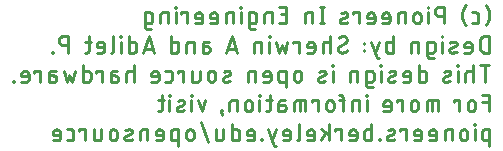
<source format=gbr>
G04 EAGLE Gerber RS-274X export*
G75*
%MOMM*%
%FSLAX34Y34*%
%LPD*%
%INSilkscreen Bottom*%
%IPPOS*%
%AMOC8*
5,1,8,0,0,1.08239X$1,22.5*%
G01*
%ADD10C,0.254000*%


D10*
X1069340Y147955D02*
X1069336Y148275D01*
X1069325Y148594D01*
X1069305Y148913D01*
X1069279Y149232D01*
X1069244Y149550D01*
X1069202Y149866D01*
X1069152Y150182D01*
X1069095Y150497D01*
X1069030Y150810D01*
X1068957Y151121D01*
X1068877Y151431D01*
X1068790Y151738D01*
X1068696Y152044D01*
X1068594Y152347D01*
X1068484Y152647D01*
X1068368Y152945D01*
X1068244Y153240D01*
X1068114Y153531D01*
X1067976Y153820D01*
X1067832Y154105D01*
X1067680Y154387D01*
X1067522Y154665D01*
X1067357Y154939D01*
X1067186Y155208D01*
X1067009Y155474D01*
X1066825Y155736D01*
X1066634Y155993D01*
X1066438Y156245D01*
X1066236Y156492D01*
X1069340Y147955D02*
X1069336Y147635D01*
X1069325Y147316D01*
X1069305Y146997D01*
X1069279Y146678D01*
X1069244Y146360D01*
X1069202Y146044D01*
X1069152Y145728D01*
X1069095Y145413D01*
X1069030Y145100D01*
X1068957Y144789D01*
X1068877Y144479D01*
X1068790Y144172D01*
X1068696Y143866D01*
X1068594Y143563D01*
X1068484Y143263D01*
X1068368Y142965D01*
X1068244Y142670D01*
X1068114Y142379D01*
X1067976Y142090D01*
X1067832Y141805D01*
X1067680Y141523D01*
X1067522Y141246D01*
X1067357Y140972D01*
X1067186Y140702D01*
X1067009Y140436D01*
X1066825Y140174D01*
X1066634Y139917D01*
X1066438Y139665D01*
X1066236Y139418D01*
X1057833Y140970D02*
X1054728Y140970D01*
X1057833Y140970D02*
X1057927Y140972D01*
X1058020Y140978D01*
X1058114Y140987D01*
X1058206Y141000D01*
X1058299Y141017D01*
X1058390Y141038D01*
X1058481Y141062D01*
X1058570Y141090D01*
X1058659Y141121D01*
X1058745Y141156D01*
X1058831Y141195D01*
X1058915Y141237D01*
X1058997Y141282D01*
X1059077Y141330D01*
X1059155Y141382D01*
X1059232Y141437D01*
X1059305Y141495D01*
X1059377Y141555D01*
X1059446Y141619D01*
X1059512Y141685D01*
X1059576Y141754D01*
X1059636Y141826D01*
X1059694Y141899D01*
X1059749Y141976D01*
X1059801Y142054D01*
X1059849Y142134D01*
X1059894Y142216D01*
X1059936Y142300D01*
X1059975Y142386D01*
X1060010Y142472D01*
X1060041Y142561D01*
X1060069Y142650D01*
X1060093Y142741D01*
X1060114Y142832D01*
X1060131Y142925D01*
X1060144Y143017D01*
X1060153Y143111D01*
X1060159Y143204D01*
X1060161Y143298D01*
X1060161Y147955D01*
X1060159Y148049D01*
X1060153Y148142D01*
X1060144Y148236D01*
X1060131Y148328D01*
X1060114Y148421D01*
X1060093Y148512D01*
X1060069Y148603D01*
X1060041Y148692D01*
X1060010Y148781D01*
X1059975Y148867D01*
X1059936Y148953D01*
X1059894Y149037D01*
X1059849Y149119D01*
X1059801Y149199D01*
X1059749Y149277D01*
X1059694Y149354D01*
X1059636Y149427D01*
X1059576Y149499D01*
X1059512Y149568D01*
X1059446Y149634D01*
X1059377Y149698D01*
X1059305Y149758D01*
X1059232Y149816D01*
X1059155Y149871D01*
X1059077Y149923D01*
X1058997Y149971D01*
X1058915Y150016D01*
X1058831Y150058D01*
X1058745Y150097D01*
X1058659Y150132D01*
X1058570Y150163D01*
X1058481Y150191D01*
X1058390Y150215D01*
X1058299Y150236D01*
X1058206Y150253D01*
X1058114Y150266D01*
X1058020Y150275D01*
X1057927Y150281D01*
X1057833Y150283D01*
X1054728Y150283D01*
X1046290Y147955D02*
X1046294Y147635D01*
X1046305Y147316D01*
X1046325Y146997D01*
X1046351Y146678D01*
X1046386Y146360D01*
X1046428Y146044D01*
X1046478Y145728D01*
X1046535Y145413D01*
X1046600Y145100D01*
X1046673Y144789D01*
X1046753Y144479D01*
X1046840Y144172D01*
X1046934Y143866D01*
X1047036Y143563D01*
X1047146Y143263D01*
X1047262Y142965D01*
X1047386Y142670D01*
X1047516Y142379D01*
X1047654Y142090D01*
X1047798Y141805D01*
X1047950Y141523D01*
X1048108Y141246D01*
X1048273Y140972D01*
X1048444Y140702D01*
X1048621Y140436D01*
X1048805Y140174D01*
X1048996Y139917D01*
X1049192Y139665D01*
X1049394Y139418D01*
X1046290Y147955D02*
X1046294Y148275D01*
X1046305Y148594D01*
X1046325Y148913D01*
X1046351Y149232D01*
X1046386Y149550D01*
X1046428Y149866D01*
X1046478Y150182D01*
X1046535Y150497D01*
X1046600Y150810D01*
X1046673Y151121D01*
X1046753Y151431D01*
X1046840Y151738D01*
X1046934Y152044D01*
X1047036Y152347D01*
X1047146Y152647D01*
X1047262Y152945D01*
X1047386Y153240D01*
X1047516Y153531D01*
X1047654Y153820D01*
X1047798Y154105D01*
X1047950Y154387D01*
X1048108Y154665D01*
X1048273Y154939D01*
X1048444Y155208D01*
X1048621Y155474D01*
X1048805Y155736D01*
X1048996Y155993D01*
X1049192Y156245D01*
X1049394Y156492D01*
X1030824Y154940D02*
X1030824Y140970D01*
X1030824Y154940D02*
X1026943Y154940D01*
X1026820Y154938D01*
X1026697Y154932D01*
X1026574Y154922D01*
X1026452Y154909D01*
X1026330Y154891D01*
X1026209Y154870D01*
X1026088Y154845D01*
X1025968Y154816D01*
X1025850Y154783D01*
X1025732Y154746D01*
X1025616Y154706D01*
X1025501Y154662D01*
X1025387Y154614D01*
X1025275Y154563D01*
X1025165Y154509D01*
X1025056Y154450D01*
X1024949Y154389D01*
X1024845Y154324D01*
X1024742Y154256D01*
X1024642Y154184D01*
X1024544Y154110D01*
X1024448Y154032D01*
X1024355Y153951D01*
X1024265Y153868D01*
X1024177Y153781D01*
X1024092Y153692D01*
X1024010Y153601D01*
X1023931Y153506D01*
X1023855Y153409D01*
X1023782Y153310D01*
X1023712Y153209D01*
X1023645Y153105D01*
X1023582Y153000D01*
X1023522Y152892D01*
X1023466Y152782D01*
X1023413Y152671D01*
X1023363Y152558D01*
X1023318Y152444D01*
X1023275Y152328D01*
X1023237Y152211D01*
X1023202Y152093D01*
X1023171Y151974D01*
X1023144Y151854D01*
X1023121Y151733D01*
X1023102Y151611D01*
X1023086Y151489D01*
X1023074Y151367D01*
X1023066Y151244D01*
X1023062Y151121D01*
X1023062Y150997D01*
X1023066Y150874D01*
X1023074Y150751D01*
X1023086Y150629D01*
X1023102Y150507D01*
X1023121Y150385D01*
X1023144Y150264D01*
X1023171Y150144D01*
X1023202Y150025D01*
X1023237Y149907D01*
X1023275Y149790D01*
X1023318Y149674D01*
X1023363Y149560D01*
X1023413Y149447D01*
X1023466Y149336D01*
X1023522Y149226D01*
X1023582Y149119D01*
X1023645Y149013D01*
X1023712Y148909D01*
X1023782Y148808D01*
X1023855Y148709D01*
X1023931Y148612D01*
X1024010Y148517D01*
X1024092Y148426D01*
X1024177Y148337D01*
X1024265Y148250D01*
X1024355Y148167D01*
X1024448Y148086D01*
X1024544Y148008D01*
X1024642Y147934D01*
X1024742Y147862D01*
X1024845Y147794D01*
X1024949Y147729D01*
X1025056Y147668D01*
X1025165Y147609D01*
X1025275Y147555D01*
X1025387Y147504D01*
X1025501Y147456D01*
X1025616Y147412D01*
X1025732Y147372D01*
X1025850Y147335D01*
X1025968Y147302D01*
X1026088Y147273D01*
X1026209Y147248D01*
X1026330Y147227D01*
X1026452Y147209D01*
X1026574Y147196D01*
X1026697Y147186D01*
X1026820Y147180D01*
X1026943Y147178D01*
X1026943Y147179D02*
X1030824Y147179D01*
X1017467Y150283D02*
X1017467Y140970D01*
X1017855Y154164D02*
X1017855Y154940D01*
X1017079Y154940D01*
X1017079Y154164D01*
X1017855Y154164D01*
X1011279Y147179D02*
X1011279Y144074D01*
X1011279Y147179D02*
X1011277Y147290D01*
X1011271Y147400D01*
X1011261Y147511D01*
X1011247Y147621D01*
X1011230Y147730D01*
X1011208Y147839D01*
X1011183Y147947D01*
X1011153Y148053D01*
X1011120Y148159D01*
X1011083Y148264D01*
X1011043Y148367D01*
X1010998Y148468D01*
X1010951Y148568D01*
X1010899Y148667D01*
X1010844Y148763D01*
X1010786Y148857D01*
X1010725Y148949D01*
X1010660Y149039D01*
X1010592Y149127D01*
X1010521Y149212D01*
X1010447Y149294D01*
X1010370Y149374D01*
X1010290Y149451D01*
X1010208Y149525D01*
X1010123Y149596D01*
X1010035Y149664D01*
X1009945Y149729D01*
X1009853Y149790D01*
X1009759Y149848D01*
X1009663Y149903D01*
X1009564Y149955D01*
X1009464Y150002D01*
X1009363Y150047D01*
X1009260Y150087D01*
X1009155Y150124D01*
X1009049Y150157D01*
X1008943Y150187D01*
X1008835Y150212D01*
X1008726Y150234D01*
X1008617Y150251D01*
X1008507Y150265D01*
X1008396Y150275D01*
X1008286Y150281D01*
X1008175Y150283D01*
X1008064Y150281D01*
X1007954Y150275D01*
X1007843Y150265D01*
X1007733Y150251D01*
X1007624Y150234D01*
X1007515Y150212D01*
X1007407Y150187D01*
X1007301Y150157D01*
X1007195Y150124D01*
X1007090Y150087D01*
X1006987Y150047D01*
X1006886Y150002D01*
X1006786Y149955D01*
X1006687Y149903D01*
X1006591Y149848D01*
X1006497Y149790D01*
X1006405Y149729D01*
X1006315Y149664D01*
X1006227Y149596D01*
X1006142Y149525D01*
X1006060Y149451D01*
X1005980Y149374D01*
X1005903Y149294D01*
X1005829Y149212D01*
X1005758Y149127D01*
X1005690Y149039D01*
X1005625Y148949D01*
X1005564Y148857D01*
X1005506Y148763D01*
X1005451Y148667D01*
X1005399Y148568D01*
X1005352Y148468D01*
X1005307Y148367D01*
X1005267Y148264D01*
X1005230Y148159D01*
X1005197Y148053D01*
X1005167Y147947D01*
X1005142Y147839D01*
X1005120Y147730D01*
X1005103Y147621D01*
X1005089Y147511D01*
X1005079Y147400D01*
X1005073Y147290D01*
X1005071Y147179D01*
X1005070Y147179D02*
X1005070Y144074D01*
X1005071Y144074D02*
X1005073Y143963D01*
X1005079Y143853D01*
X1005089Y143742D01*
X1005103Y143632D01*
X1005120Y143523D01*
X1005142Y143414D01*
X1005167Y143306D01*
X1005197Y143200D01*
X1005230Y143094D01*
X1005267Y142989D01*
X1005307Y142886D01*
X1005352Y142785D01*
X1005399Y142685D01*
X1005451Y142586D01*
X1005506Y142490D01*
X1005564Y142396D01*
X1005625Y142304D01*
X1005690Y142214D01*
X1005758Y142126D01*
X1005829Y142041D01*
X1005903Y141959D01*
X1005980Y141879D01*
X1006060Y141802D01*
X1006142Y141728D01*
X1006227Y141657D01*
X1006315Y141589D01*
X1006405Y141524D01*
X1006497Y141463D01*
X1006591Y141405D01*
X1006687Y141350D01*
X1006786Y141298D01*
X1006886Y141251D01*
X1006987Y141206D01*
X1007090Y141166D01*
X1007195Y141129D01*
X1007301Y141096D01*
X1007407Y141066D01*
X1007515Y141041D01*
X1007624Y141019D01*
X1007733Y141002D01*
X1007843Y140988D01*
X1007954Y140978D01*
X1008064Y140972D01*
X1008175Y140970D01*
X1008286Y140972D01*
X1008396Y140978D01*
X1008507Y140988D01*
X1008617Y141002D01*
X1008726Y141019D01*
X1008835Y141041D01*
X1008943Y141066D01*
X1009049Y141096D01*
X1009155Y141129D01*
X1009260Y141166D01*
X1009363Y141206D01*
X1009464Y141251D01*
X1009564Y141298D01*
X1009663Y141350D01*
X1009759Y141405D01*
X1009853Y141463D01*
X1009945Y141524D01*
X1010035Y141589D01*
X1010123Y141657D01*
X1010208Y141728D01*
X1010290Y141802D01*
X1010370Y141879D01*
X1010447Y141959D01*
X1010521Y142041D01*
X1010592Y142126D01*
X1010660Y142214D01*
X1010725Y142304D01*
X1010786Y142396D01*
X1010844Y142490D01*
X1010899Y142586D01*
X1010951Y142685D01*
X1010998Y142785D01*
X1011043Y142886D01*
X1011083Y142989D01*
X1011120Y143094D01*
X1011153Y143200D01*
X1011183Y143306D01*
X1011208Y143414D01*
X1011230Y143523D01*
X1011247Y143632D01*
X1011261Y143742D01*
X1011271Y143853D01*
X1011277Y143963D01*
X1011279Y144074D01*
X998074Y140970D02*
X998074Y150283D01*
X994194Y150283D01*
X994098Y150281D01*
X994002Y150275D01*
X993906Y150265D01*
X993811Y150251D01*
X993716Y150233D01*
X993623Y150212D01*
X993530Y150186D01*
X993438Y150157D01*
X993348Y150124D01*
X993259Y150087D01*
X993172Y150046D01*
X993086Y150002D01*
X993002Y149955D01*
X992921Y149904D01*
X992841Y149850D01*
X992764Y149792D01*
X992689Y149731D01*
X992617Y149668D01*
X992548Y149601D01*
X992481Y149532D01*
X992418Y149460D01*
X992357Y149385D01*
X992299Y149308D01*
X992245Y149228D01*
X992194Y149147D01*
X992147Y149063D01*
X992103Y148977D01*
X992062Y148890D01*
X992025Y148801D01*
X991992Y148711D01*
X991963Y148619D01*
X991937Y148527D01*
X991916Y148433D01*
X991898Y148338D01*
X991884Y148243D01*
X991874Y148147D01*
X991868Y148051D01*
X991866Y147955D01*
X991866Y140970D01*
X982541Y140970D02*
X978661Y140970D01*
X982541Y140970D02*
X982635Y140972D01*
X982728Y140978D01*
X982822Y140987D01*
X982914Y141000D01*
X983007Y141017D01*
X983098Y141038D01*
X983189Y141062D01*
X983278Y141090D01*
X983367Y141121D01*
X983453Y141156D01*
X983539Y141195D01*
X983623Y141237D01*
X983705Y141282D01*
X983785Y141330D01*
X983863Y141382D01*
X983940Y141437D01*
X984013Y141495D01*
X984085Y141555D01*
X984154Y141619D01*
X984220Y141685D01*
X984284Y141754D01*
X984344Y141826D01*
X984402Y141899D01*
X984457Y141976D01*
X984509Y142054D01*
X984557Y142134D01*
X984602Y142216D01*
X984644Y142300D01*
X984683Y142386D01*
X984718Y142472D01*
X984749Y142561D01*
X984777Y142650D01*
X984801Y142741D01*
X984822Y142832D01*
X984839Y142925D01*
X984852Y143017D01*
X984861Y143111D01*
X984867Y143204D01*
X984869Y143298D01*
X984870Y143298D02*
X984870Y147179D01*
X984869Y147179D02*
X984867Y147290D01*
X984861Y147400D01*
X984851Y147511D01*
X984837Y147621D01*
X984820Y147730D01*
X984798Y147839D01*
X984773Y147947D01*
X984743Y148053D01*
X984710Y148159D01*
X984673Y148264D01*
X984633Y148367D01*
X984588Y148468D01*
X984541Y148568D01*
X984489Y148667D01*
X984434Y148763D01*
X984376Y148857D01*
X984315Y148949D01*
X984250Y149039D01*
X984182Y149127D01*
X984111Y149212D01*
X984037Y149294D01*
X983960Y149374D01*
X983880Y149451D01*
X983798Y149525D01*
X983713Y149596D01*
X983625Y149664D01*
X983535Y149729D01*
X983443Y149790D01*
X983349Y149848D01*
X983253Y149903D01*
X983154Y149955D01*
X983054Y150002D01*
X982953Y150047D01*
X982850Y150087D01*
X982745Y150124D01*
X982639Y150157D01*
X982533Y150187D01*
X982425Y150212D01*
X982316Y150234D01*
X982207Y150251D01*
X982097Y150265D01*
X981986Y150275D01*
X981876Y150281D01*
X981765Y150283D01*
X981654Y150281D01*
X981544Y150275D01*
X981433Y150265D01*
X981323Y150251D01*
X981214Y150234D01*
X981105Y150212D01*
X980997Y150187D01*
X980891Y150157D01*
X980785Y150124D01*
X980680Y150087D01*
X980577Y150047D01*
X980476Y150002D01*
X980376Y149955D01*
X980277Y149903D01*
X980181Y149848D01*
X980087Y149790D01*
X979995Y149729D01*
X979905Y149664D01*
X979817Y149596D01*
X979732Y149525D01*
X979650Y149451D01*
X979570Y149374D01*
X979493Y149294D01*
X979419Y149212D01*
X979348Y149127D01*
X979280Y149039D01*
X979215Y148949D01*
X979154Y148857D01*
X979096Y148763D01*
X979041Y148667D01*
X978989Y148568D01*
X978942Y148468D01*
X978897Y148367D01*
X978857Y148264D01*
X978820Y148159D01*
X978787Y148053D01*
X978757Y147947D01*
X978732Y147839D01*
X978710Y147730D01*
X978693Y147621D01*
X978679Y147511D01*
X978669Y147400D01*
X978663Y147290D01*
X978661Y147179D01*
X978661Y145627D01*
X984870Y145627D01*
X969826Y140970D02*
X965945Y140970D01*
X969826Y140970D02*
X969920Y140972D01*
X970013Y140978D01*
X970107Y140987D01*
X970199Y141000D01*
X970292Y141017D01*
X970383Y141038D01*
X970474Y141062D01*
X970563Y141090D01*
X970652Y141121D01*
X970738Y141156D01*
X970824Y141195D01*
X970908Y141237D01*
X970990Y141282D01*
X971070Y141330D01*
X971148Y141382D01*
X971225Y141437D01*
X971298Y141495D01*
X971370Y141555D01*
X971439Y141619D01*
X971505Y141685D01*
X971569Y141754D01*
X971629Y141826D01*
X971687Y141899D01*
X971742Y141976D01*
X971794Y142054D01*
X971842Y142134D01*
X971887Y142216D01*
X971929Y142300D01*
X971968Y142386D01*
X972003Y142472D01*
X972034Y142561D01*
X972062Y142650D01*
X972086Y142741D01*
X972107Y142832D01*
X972124Y142925D01*
X972137Y143017D01*
X972146Y143111D01*
X972152Y143204D01*
X972154Y143298D01*
X972154Y147179D01*
X972152Y147290D01*
X972146Y147400D01*
X972136Y147511D01*
X972122Y147621D01*
X972105Y147730D01*
X972083Y147839D01*
X972058Y147947D01*
X972028Y148053D01*
X971995Y148159D01*
X971958Y148264D01*
X971918Y148367D01*
X971873Y148468D01*
X971826Y148568D01*
X971774Y148667D01*
X971719Y148763D01*
X971661Y148857D01*
X971600Y148949D01*
X971535Y149039D01*
X971467Y149127D01*
X971396Y149212D01*
X971322Y149294D01*
X971245Y149374D01*
X971165Y149451D01*
X971083Y149525D01*
X970998Y149596D01*
X970910Y149664D01*
X970820Y149729D01*
X970728Y149790D01*
X970634Y149848D01*
X970538Y149903D01*
X970439Y149955D01*
X970339Y150002D01*
X970238Y150047D01*
X970135Y150087D01*
X970030Y150124D01*
X969924Y150157D01*
X969818Y150187D01*
X969710Y150212D01*
X969601Y150234D01*
X969492Y150251D01*
X969382Y150265D01*
X969271Y150275D01*
X969161Y150281D01*
X969050Y150283D01*
X968939Y150281D01*
X968829Y150275D01*
X968718Y150265D01*
X968608Y150251D01*
X968499Y150234D01*
X968390Y150212D01*
X968282Y150187D01*
X968176Y150157D01*
X968070Y150124D01*
X967965Y150087D01*
X967862Y150047D01*
X967761Y150002D01*
X967661Y149955D01*
X967562Y149903D01*
X967466Y149848D01*
X967372Y149790D01*
X967280Y149729D01*
X967190Y149664D01*
X967102Y149596D01*
X967017Y149525D01*
X966935Y149451D01*
X966855Y149374D01*
X966778Y149294D01*
X966704Y149212D01*
X966633Y149127D01*
X966565Y149039D01*
X966500Y148949D01*
X966439Y148857D01*
X966381Y148763D01*
X966326Y148667D01*
X966274Y148568D01*
X966227Y148468D01*
X966182Y148367D01*
X966142Y148264D01*
X966105Y148159D01*
X966072Y148053D01*
X966042Y147947D01*
X966017Y147839D01*
X965995Y147730D01*
X965978Y147621D01*
X965964Y147511D01*
X965954Y147400D01*
X965948Y147290D01*
X965946Y147179D01*
X965945Y147179D02*
X965945Y145627D01*
X972154Y145627D01*
X958828Y150283D02*
X958828Y140970D01*
X958828Y150283D02*
X954171Y150283D01*
X954171Y148731D01*
X948004Y146403D02*
X944123Y144851D01*
X948003Y146403D02*
X948085Y146438D01*
X948165Y146476D01*
X948243Y146518D01*
X948319Y146563D01*
X948393Y146611D01*
X948465Y146663D01*
X948535Y146718D01*
X948602Y146776D01*
X948667Y146836D01*
X948728Y146900D01*
X948787Y146966D01*
X948843Y147035D01*
X948896Y147106D01*
X948946Y147179D01*
X948992Y147255D01*
X949036Y147332D01*
X949075Y147411D01*
X949111Y147492D01*
X949144Y147575D01*
X949173Y147659D01*
X949198Y147744D01*
X949219Y147830D01*
X949237Y147917D01*
X949250Y148004D01*
X949260Y148092D01*
X949266Y148181D01*
X949268Y148269D01*
X949266Y148358D01*
X949260Y148446D01*
X949251Y148534D01*
X949237Y148622D01*
X949220Y148709D01*
X949199Y148795D01*
X949174Y148880D01*
X949145Y148964D01*
X949113Y149046D01*
X949077Y149127D01*
X949037Y149207D01*
X948994Y149284D01*
X948948Y149360D01*
X948898Y149433D01*
X948846Y149505D01*
X948790Y149573D01*
X948731Y149640D01*
X948669Y149703D01*
X948605Y149764D01*
X948538Y149822D01*
X948468Y149877D01*
X948396Y149929D01*
X948322Y149977D01*
X948246Y150023D01*
X948168Y150065D01*
X948088Y150103D01*
X948006Y150138D01*
X947923Y150169D01*
X947839Y150197D01*
X947754Y150220D01*
X947668Y150240D01*
X947580Y150257D01*
X947493Y150269D01*
X947404Y150278D01*
X947316Y150282D01*
X947227Y150283D01*
X947228Y150283D02*
X947016Y150278D01*
X946805Y150267D01*
X946593Y150251D01*
X946383Y150230D01*
X946172Y150204D01*
X945963Y150173D01*
X945754Y150137D01*
X945546Y150097D01*
X945339Y150051D01*
X945133Y150000D01*
X944929Y149944D01*
X944726Y149883D01*
X944524Y149817D01*
X944324Y149747D01*
X944126Y149672D01*
X943930Y149592D01*
X943736Y149507D01*
X944124Y144850D02*
X944042Y144815D01*
X943962Y144777D01*
X943884Y144735D01*
X943808Y144690D01*
X943734Y144642D01*
X943662Y144590D01*
X943592Y144535D01*
X943525Y144477D01*
X943460Y144417D01*
X943399Y144353D01*
X943340Y144287D01*
X943284Y144218D01*
X943231Y144147D01*
X943181Y144074D01*
X943135Y143998D01*
X943091Y143921D01*
X943052Y143842D01*
X943016Y143761D01*
X942983Y143678D01*
X942954Y143594D01*
X942929Y143509D01*
X942908Y143423D01*
X942890Y143336D01*
X942877Y143249D01*
X942867Y143161D01*
X942861Y143072D01*
X942859Y142984D01*
X942861Y142895D01*
X942867Y142807D01*
X942876Y142719D01*
X942890Y142631D01*
X942907Y142544D01*
X942928Y142458D01*
X942953Y142373D01*
X942982Y142289D01*
X943014Y142207D01*
X943050Y142126D01*
X943090Y142046D01*
X943133Y141969D01*
X943179Y141893D01*
X943229Y141820D01*
X943281Y141748D01*
X943337Y141680D01*
X943396Y141613D01*
X943458Y141550D01*
X943522Y141489D01*
X943589Y141431D01*
X943659Y141376D01*
X943731Y141324D01*
X943805Y141276D01*
X943881Y141230D01*
X943959Y141188D01*
X944039Y141150D01*
X944121Y141115D01*
X944204Y141084D01*
X944288Y141056D01*
X944373Y141033D01*
X944459Y141013D01*
X944547Y140996D01*
X944634Y140984D01*
X944723Y140975D01*
X944811Y140971D01*
X944900Y140970D01*
X944900Y140969D02*
X945211Y140977D01*
X945522Y140993D01*
X945832Y141016D01*
X946142Y141046D01*
X946451Y141083D01*
X946760Y141128D01*
X947066Y141180D01*
X947372Y141240D01*
X947676Y141306D01*
X947979Y141380D01*
X948279Y141461D01*
X948578Y141549D01*
X948874Y141644D01*
X949169Y141745D01*
X927479Y140970D02*
X927479Y154940D01*
X929031Y140970D02*
X925927Y140970D01*
X925927Y154940D02*
X929031Y154940D01*
X919335Y150283D02*
X919335Y140970D01*
X919335Y150283D02*
X915454Y150283D01*
X915358Y150281D01*
X915262Y150275D01*
X915166Y150265D01*
X915071Y150251D01*
X914976Y150233D01*
X914883Y150212D01*
X914790Y150186D01*
X914698Y150157D01*
X914608Y150124D01*
X914519Y150087D01*
X914432Y150046D01*
X914346Y150002D01*
X914262Y149955D01*
X914181Y149904D01*
X914101Y149850D01*
X914024Y149792D01*
X913949Y149731D01*
X913877Y149668D01*
X913808Y149601D01*
X913741Y149532D01*
X913678Y149460D01*
X913617Y149385D01*
X913559Y149308D01*
X913505Y149228D01*
X913454Y149147D01*
X913407Y149063D01*
X913363Y148977D01*
X913322Y148890D01*
X913285Y148801D01*
X913252Y148711D01*
X913223Y148619D01*
X913197Y148527D01*
X913176Y148433D01*
X913158Y148338D01*
X913144Y148243D01*
X913134Y148147D01*
X913128Y148051D01*
X913126Y147955D01*
X913126Y140970D01*
X897572Y140970D02*
X891363Y140970D01*
X897572Y140970D02*
X897572Y154940D01*
X891363Y154940D01*
X892915Y148731D02*
X897572Y148731D01*
X885100Y150283D02*
X885100Y140970D01*
X885100Y150283D02*
X881220Y150283D01*
X881124Y150281D01*
X881028Y150275D01*
X880932Y150265D01*
X880837Y150251D01*
X880742Y150233D01*
X880649Y150212D01*
X880556Y150186D01*
X880464Y150157D01*
X880374Y150124D01*
X880285Y150087D01*
X880198Y150046D01*
X880112Y150002D01*
X880028Y149955D01*
X879947Y149904D01*
X879867Y149850D01*
X879790Y149792D01*
X879715Y149731D01*
X879643Y149668D01*
X879574Y149601D01*
X879507Y149532D01*
X879444Y149460D01*
X879383Y149385D01*
X879325Y149308D01*
X879271Y149228D01*
X879220Y149147D01*
X879173Y149063D01*
X879129Y148977D01*
X879088Y148890D01*
X879051Y148801D01*
X879018Y148711D01*
X878989Y148619D01*
X878963Y148527D01*
X878942Y148433D01*
X878924Y148338D01*
X878910Y148243D01*
X878900Y148147D01*
X878894Y148051D01*
X878892Y147955D01*
X878892Y140970D01*
X869673Y140970D02*
X865793Y140970D01*
X869673Y140970D02*
X869767Y140972D01*
X869860Y140978D01*
X869954Y140987D01*
X870046Y141000D01*
X870139Y141017D01*
X870230Y141038D01*
X870321Y141062D01*
X870410Y141090D01*
X870499Y141121D01*
X870585Y141156D01*
X870671Y141195D01*
X870755Y141237D01*
X870837Y141282D01*
X870917Y141330D01*
X870995Y141382D01*
X871072Y141437D01*
X871145Y141495D01*
X871217Y141555D01*
X871286Y141619D01*
X871352Y141685D01*
X871416Y141754D01*
X871476Y141826D01*
X871534Y141899D01*
X871589Y141976D01*
X871641Y142054D01*
X871689Y142134D01*
X871734Y142216D01*
X871776Y142300D01*
X871815Y142386D01*
X871850Y142472D01*
X871881Y142561D01*
X871909Y142650D01*
X871933Y142741D01*
X871954Y142832D01*
X871971Y142925D01*
X871984Y143017D01*
X871993Y143111D01*
X871999Y143204D01*
X872001Y143298D01*
X872002Y143298D02*
X872002Y147955D01*
X872001Y147955D02*
X871999Y148049D01*
X871993Y148142D01*
X871984Y148236D01*
X871971Y148328D01*
X871954Y148421D01*
X871933Y148512D01*
X871909Y148603D01*
X871881Y148692D01*
X871850Y148781D01*
X871815Y148867D01*
X871776Y148953D01*
X871734Y149037D01*
X871689Y149119D01*
X871641Y149199D01*
X871589Y149277D01*
X871534Y149354D01*
X871476Y149427D01*
X871416Y149499D01*
X871352Y149568D01*
X871286Y149634D01*
X871217Y149698D01*
X871145Y149758D01*
X871072Y149816D01*
X870995Y149871D01*
X870917Y149923D01*
X870837Y149971D01*
X870755Y150016D01*
X870671Y150058D01*
X870585Y150097D01*
X870499Y150132D01*
X870410Y150163D01*
X870321Y150191D01*
X870230Y150215D01*
X870139Y150236D01*
X870046Y150253D01*
X869954Y150266D01*
X869860Y150275D01*
X869767Y150281D01*
X869673Y150283D01*
X865793Y150283D01*
X865793Y138642D01*
X865795Y138548D01*
X865801Y138455D01*
X865810Y138361D01*
X865823Y138269D01*
X865840Y138176D01*
X865861Y138085D01*
X865885Y137994D01*
X865913Y137905D01*
X865944Y137816D01*
X865979Y137730D01*
X866018Y137644D01*
X866060Y137560D01*
X866105Y137478D01*
X866153Y137398D01*
X866205Y137320D01*
X866260Y137243D01*
X866318Y137170D01*
X866378Y137098D01*
X866442Y137029D01*
X866508Y136963D01*
X866577Y136899D01*
X866649Y136839D01*
X866722Y136781D01*
X866799Y136726D01*
X866877Y136674D01*
X866957Y136626D01*
X867039Y136581D01*
X867123Y136539D01*
X867209Y136500D01*
X867295Y136465D01*
X867384Y136434D01*
X867473Y136406D01*
X867564Y136382D01*
X867655Y136361D01*
X867748Y136344D01*
X867840Y136331D01*
X867934Y136322D01*
X868027Y136316D01*
X868121Y136314D01*
X868121Y136313D02*
X871226Y136313D01*
X859010Y140970D02*
X859010Y150283D01*
X859398Y154164D02*
X859398Y154940D01*
X858622Y154940D01*
X858622Y154164D01*
X859398Y154164D01*
X852333Y150283D02*
X852333Y140970D01*
X852333Y150283D02*
X848452Y150283D01*
X848356Y150281D01*
X848260Y150275D01*
X848164Y150265D01*
X848069Y150251D01*
X847974Y150233D01*
X847881Y150212D01*
X847788Y150186D01*
X847696Y150157D01*
X847606Y150124D01*
X847517Y150087D01*
X847430Y150046D01*
X847344Y150002D01*
X847260Y149955D01*
X847179Y149904D01*
X847099Y149850D01*
X847022Y149792D01*
X846947Y149731D01*
X846875Y149668D01*
X846806Y149601D01*
X846739Y149532D01*
X846676Y149460D01*
X846615Y149385D01*
X846557Y149308D01*
X846503Y149228D01*
X846452Y149147D01*
X846405Y149063D01*
X846361Y148977D01*
X846320Y148890D01*
X846283Y148801D01*
X846250Y148711D01*
X846221Y148619D01*
X846195Y148527D01*
X846174Y148433D01*
X846156Y148338D01*
X846142Y148243D01*
X846132Y148147D01*
X846126Y148051D01*
X846124Y147955D01*
X846124Y140970D01*
X836800Y140970D02*
X832919Y140970D01*
X836800Y140970D02*
X836894Y140972D01*
X836987Y140978D01*
X837081Y140987D01*
X837173Y141000D01*
X837266Y141017D01*
X837357Y141038D01*
X837448Y141062D01*
X837537Y141090D01*
X837626Y141121D01*
X837712Y141156D01*
X837798Y141195D01*
X837882Y141237D01*
X837964Y141282D01*
X838044Y141330D01*
X838122Y141382D01*
X838199Y141437D01*
X838272Y141495D01*
X838344Y141555D01*
X838413Y141619D01*
X838479Y141685D01*
X838543Y141754D01*
X838603Y141826D01*
X838661Y141899D01*
X838716Y141976D01*
X838768Y142054D01*
X838816Y142134D01*
X838861Y142216D01*
X838903Y142300D01*
X838942Y142386D01*
X838977Y142472D01*
X839008Y142561D01*
X839036Y142650D01*
X839060Y142741D01*
X839081Y142832D01*
X839098Y142925D01*
X839111Y143017D01*
X839120Y143111D01*
X839126Y143204D01*
X839128Y143298D01*
X839128Y147179D01*
X839126Y147290D01*
X839120Y147400D01*
X839110Y147511D01*
X839096Y147621D01*
X839079Y147730D01*
X839057Y147839D01*
X839032Y147947D01*
X839002Y148053D01*
X838969Y148159D01*
X838932Y148264D01*
X838892Y148367D01*
X838847Y148468D01*
X838800Y148568D01*
X838748Y148667D01*
X838693Y148763D01*
X838635Y148857D01*
X838574Y148949D01*
X838509Y149039D01*
X838441Y149127D01*
X838370Y149212D01*
X838296Y149294D01*
X838219Y149374D01*
X838139Y149451D01*
X838057Y149525D01*
X837972Y149596D01*
X837884Y149664D01*
X837794Y149729D01*
X837702Y149790D01*
X837608Y149848D01*
X837512Y149903D01*
X837413Y149955D01*
X837313Y150002D01*
X837212Y150047D01*
X837109Y150087D01*
X837004Y150124D01*
X836898Y150157D01*
X836792Y150187D01*
X836684Y150212D01*
X836575Y150234D01*
X836466Y150251D01*
X836356Y150265D01*
X836245Y150275D01*
X836135Y150281D01*
X836024Y150283D01*
X835913Y150281D01*
X835803Y150275D01*
X835692Y150265D01*
X835582Y150251D01*
X835473Y150234D01*
X835364Y150212D01*
X835256Y150187D01*
X835150Y150157D01*
X835044Y150124D01*
X834939Y150087D01*
X834836Y150047D01*
X834735Y150002D01*
X834635Y149955D01*
X834536Y149903D01*
X834440Y149848D01*
X834346Y149790D01*
X834254Y149729D01*
X834164Y149664D01*
X834076Y149596D01*
X833991Y149525D01*
X833909Y149451D01*
X833829Y149374D01*
X833752Y149294D01*
X833678Y149212D01*
X833607Y149127D01*
X833539Y149039D01*
X833474Y148949D01*
X833413Y148857D01*
X833355Y148763D01*
X833300Y148667D01*
X833248Y148568D01*
X833201Y148468D01*
X833156Y148367D01*
X833116Y148264D01*
X833079Y148159D01*
X833046Y148053D01*
X833016Y147947D01*
X832991Y147839D01*
X832969Y147730D01*
X832952Y147621D01*
X832938Y147511D01*
X832928Y147400D01*
X832922Y147290D01*
X832920Y147179D01*
X832919Y147179D02*
X832919Y145627D01*
X839128Y145627D01*
X824084Y140970D02*
X820204Y140970D01*
X824084Y140970D02*
X824178Y140972D01*
X824271Y140978D01*
X824365Y140987D01*
X824457Y141000D01*
X824550Y141017D01*
X824641Y141038D01*
X824732Y141062D01*
X824821Y141090D01*
X824910Y141121D01*
X824996Y141156D01*
X825082Y141195D01*
X825166Y141237D01*
X825248Y141282D01*
X825328Y141330D01*
X825406Y141382D01*
X825483Y141437D01*
X825556Y141495D01*
X825628Y141555D01*
X825697Y141619D01*
X825763Y141685D01*
X825827Y141754D01*
X825887Y141826D01*
X825945Y141899D01*
X826000Y141976D01*
X826052Y142054D01*
X826100Y142134D01*
X826145Y142216D01*
X826187Y142300D01*
X826226Y142386D01*
X826261Y142472D01*
X826292Y142561D01*
X826320Y142650D01*
X826344Y142741D01*
X826365Y142832D01*
X826382Y142925D01*
X826395Y143017D01*
X826404Y143111D01*
X826410Y143204D01*
X826412Y143298D01*
X826413Y143298D02*
X826413Y147179D01*
X826412Y147179D02*
X826410Y147290D01*
X826404Y147400D01*
X826394Y147511D01*
X826380Y147621D01*
X826363Y147730D01*
X826341Y147839D01*
X826316Y147947D01*
X826286Y148053D01*
X826253Y148159D01*
X826216Y148264D01*
X826176Y148367D01*
X826131Y148468D01*
X826084Y148568D01*
X826032Y148667D01*
X825977Y148763D01*
X825919Y148857D01*
X825858Y148949D01*
X825793Y149039D01*
X825725Y149127D01*
X825654Y149212D01*
X825580Y149294D01*
X825503Y149374D01*
X825423Y149451D01*
X825341Y149525D01*
X825256Y149596D01*
X825168Y149664D01*
X825078Y149729D01*
X824986Y149790D01*
X824892Y149848D01*
X824796Y149903D01*
X824697Y149955D01*
X824597Y150002D01*
X824496Y150047D01*
X824393Y150087D01*
X824288Y150124D01*
X824182Y150157D01*
X824076Y150187D01*
X823968Y150212D01*
X823859Y150234D01*
X823750Y150251D01*
X823640Y150265D01*
X823529Y150275D01*
X823419Y150281D01*
X823308Y150283D01*
X823197Y150281D01*
X823087Y150275D01*
X822976Y150265D01*
X822866Y150251D01*
X822757Y150234D01*
X822648Y150212D01*
X822540Y150187D01*
X822434Y150157D01*
X822328Y150124D01*
X822223Y150087D01*
X822120Y150047D01*
X822019Y150002D01*
X821919Y149955D01*
X821820Y149903D01*
X821724Y149848D01*
X821630Y149790D01*
X821538Y149729D01*
X821448Y149664D01*
X821360Y149596D01*
X821275Y149525D01*
X821193Y149451D01*
X821113Y149374D01*
X821036Y149294D01*
X820962Y149212D01*
X820891Y149127D01*
X820823Y149039D01*
X820758Y148949D01*
X820697Y148857D01*
X820639Y148763D01*
X820584Y148667D01*
X820532Y148568D01*
X820485Y148468D01*
X820440Y148367D01*
X820400Y148264D01*
X820363Y148159D01*
X820330Y148053D01*
X820300Y147947D01*
X820275Y147839D01*
X820253Y147730D01*
X820236Y147621D01*
X820222Y147511D01*
X820212Y147400D01*
X820206Y147290D01*
X820204Y147179D01*
X820204Y145627D01*
X826413Y145627D01*
X813087Y150283D02*
X813087Y140970D01*
X813087Y150283D02*
X808430Y150283D01*
X808430Y148731D01*
X803746Y150283D02*
X803746Y140970D01*
X804134Y154164D02*
X804134Y154940D01*
X803358Y154940D01*
X803358Y154164D01*
X804134Y154164D01*
X797069Y150283D02*
X797069Y140970D01*
X797069Y150283D02*
X793188Y150283D01*
X793092Y150281D01*
X792996Y150275D01*
X792900Y150265D01*
X792805Y150251D01*
X792710Y150233D01*
X792617Y150212D01*
X792524Y150186D01*
X792432Y150157D01*
X792342Y150124D01*
X792253Y150087D01*
X792166Y150046D01*
X792080Y150002D01*
X791996Y149955D01*
X791915Y149904D01*
X791835Y149850D01*
X791758Y149792D01*
X791683Y149731D01*
X791611Y149668D01*
X791542Y149601D01*
X791475Y149532D01*
X791412Y149460D01*
X791351Y149385D01*
X791293Y149308D01*
X791239Y149228D01*
X791188Y149147D01*
X791141Y149063D01*
X791097Y148977D01*
X791056Y148890D01*
X791019Y148801D01*
X790986Y148711D01*
X790957Y148619D01*
X790931Y148527D01*
X790910Y148433D01*
X790892Y148338D01*
X790878Y148243D01*
X790868Y148147D01*
X790862Y148051D01*
X790860Y147955D01*
X790860Y140970D01*
X781642Y140970D02*
X777761Y140970D01*
X781642Y140970D02*
X781736Y140972D01*
X781829Y140978D01*
X781923Y140987D01*
X782015Y141000D01*
X782108Y141017D01*
X782199Y141038D01*
X782290Y141062D01*
X782379Y141090D01*
X782468Y141121D01*
X782554Y141156D01*
X782640Y141195D01*
X782724Y141237D01*
X782806Y141282D01*
X782886Y141330D01*
X782964Y141382D01*
X783041Y141437D01*
X783114Y141495D01*
X783186Y141555D01*
X783255Y141619D01*
X783321Y141685D01*
X783385Y141754D01*
X783445Y141826D01*
X783503Y141899D01*
X783558Y141976D01*
X783610Y142054D01*
X783658Y142134D01*
X783703Y142216D01*
X783745Y142300D01*
X783784Y142386D01*
X783819Y142472D01*
X783850Y142561D01*
X783878Y142650D01*
X783902Y142741D01*
X783923Y142832D01*
X783940Y142925D01*
X783953Y143017D01*
X783962Y143111D01*
X783968Y143204D01*
X783970Y143298D01*
X783970Y147955D01*
X783968Y148049D01*
X783962Y148142D01*
X783953Y148236D01*
X783940Y148328D01*
X783923Y148421D01*
X783902Y148512D01*
X783878Y148603D01*
X783850Y148692D01*
X783819Y148781D01*
X783784Y148867D01*
X783745Y148953D01*
X783703Y149037D01*
X783658Y149119D01*
X783610Y149199D01*
X783558Y149277D01*
X783503Y149354D01*
X783445Y149427D01*
X783385Y149499D01*
X783321Y149568D01*
X783255Y149634D01*
X783186Y149698D01*
X783114Y149758D01*
X783041Y149816D01*
X782964Y149871D01*
X782886Y149923D01*
X782806Y149971D01*
X782724Y150016D01*
X782640Y150058D01*
X782554Y150097D01*
X782468Y150132D01*
X782379Y150163D01*
X782290Y150191D01*
X782199Y150215D01*
X782108Y150236D01*
X782015Y150253D01*
X781923Y150266D01*
X781829Y150275D01*
X781736Y150281D01*
X781642Y150283D01*
X777761Y150283D01*
X777761Y138642D01*
X777763Y138548D01*
X777769Y138455D01*
X777778Y138361D01*
X777791Y138269D01*
X777808Y138176D01*
X777829Y138085D01*
X777853Y137994D01*
X777881Y137905D01*
X777912Y137816D01*
X777947Y137730D01*
X777986Y137644D01*
X778028Y137560D01*
X778073Y137478D01*
X778121Y137398D01*
X778173Y137320D01*
X778228Y137243D01*
X778286Y137170D01*
X778346Y137098D01*
X778410Y137029D01*
X778476Y136963D01*
X778545Y136899D01*
X778617Y136839D01*
X778690Y136781D01*
X778767Y136726D01*
X778845Y136674D01*
X778925Y136626D01*
X779007Y136581D01*
X779091Y136539D01*
X779177Y136500D01*
X779263Y136465D01*
X779352Y136434D01*
X779441Y136406D01*
X779532Y136382D01*
X779623Y136361D01*
X779716Y136344D01*
X779808Y136331D01*
X779902Y136322D01*
X779995Y136316D01*
X780089Y136314D01*
X780089Y136313D02*
X783194Y136313D01*
X1069340Y130175D02*
X1069340Y116205D01*
X1069340Y130175D02*
X1065459Y130175D01*
X1065337Y130173D01*
X1065215Y130167D01*
X1065094Y130158D01*
X1064973Y130144D01*
X1064852Y130127D01*
X1064732Y130106D01*
X1064612Y130082D01*
X1064494Y130053D01*
X1064376Y130021D01*
X1064260Y129985D01*
X1064144Y129946D01*
X1064030Y129902D01*
X1063918Y129856D01*
X1063807Y129806D01*
X1063697Y129752D01*
X1063589Y129695D01*
X1063483Y129635D01*
X1063379Y129571D01*
X1063278Y129504D01*
X1063178Y129434D01*
X1063080Y129361D01*
X1062985Y129284D01*
X1062892Y129205D01*
X1062802Y129123D01*
X1062715Y129038D01*
X1062630Y128951D01*
X1062548Y128861D01*
X1062469Y128768D01*
X1062392Y128673D01*
X1062319Y128575D01*
X1062249Y128475D01*
X1062182Y128374D01*
X1062118Y128270D01*
X1062058Y128164D01*
X1062001Y128056D01*
X1061947Y127946D01*
X1061897Y127835D01*
X1061851Y127723D01*
X1061807Y127609D01*
X1061768Y127493D01*
X1061732Y127377D01*
X1061700Y127259D01*
X1061671Y127141D01*
X1061647Y127021D01*
X1061626Y126901D01*
X1061609Y126780D01*
X1061595Y126659D01*
X1061586Y126538D01*
X1061580Y126416D01*
X1061578Y126294D01*
X1061579Y126294D02*
X1061579Y120086D01*
X1061578Y120086D02*
X1061580Y119964D01*
X1061586Y119842D01*
X1061595Y119721D01*
X1061609Y119600D01*
X1061626Y119479D01*
X1061647Y119359D01*
X1061671Y119239D01*
X1061700Y119121D01*
X1061732Y119003D01*
X1061768Y118887D01*
X1061807Y118771D01*
X1061851Y118657D01*
X1061897Y118545D01*
X1061947Y118434D01*
X1062001Y118324D01*
X1062058Y118216D01*
X1062118Y118110D01*
X1062182Y118006D01*
X1062249Y117905D01*
X1062319Y117805D01*
X1062392Y117707D01*
X1062469Y117612D01*
X1062548Y117519D01*
X1062630Y117429D01*
X1062715Y117342D01*
X1062802Y117257D01*
X1062892Y117175D01*
X1062985Y117096D01*
X1063080Y117019D01*
X1063178Y116946D01*
X1063278Y116876D01*
X1063379Y116809D01*
X1063483Y116745D01*
X1063589Y116685D01*
X1063697Y116628D01*
X1063807Y116574D01*
X1063918Y116524D01*
X1064030Y116478D01*
X1064144Y116434D01*
X1064260Y116395D01*
X1064376Y116359D01*
X1064494Y116327D01*
X1064612Y116298D01*
X1064732Y116274D01*
X1064852Y116253D01*
X1064973Y116236D01*
X1065094Y116222D01*
X1065215Y116213D01*
X1065337Y116207D01*
X1065459Y116205D01*
X1069340Y116205D01*
X1052053Y116205D02*
X1048172Y116205D01*
X1052053Y116205D02*
X1052147Y116207D01*
X1052240Y116213D01*
X1052334Y116222D01*
X1052426Y116235D01*
X1052519Y116252D01*
X1052610Y116273D01*
X1052701Y116297D01*
X1052790Y116325D01*
X1052879Y116356D01*
X1052965Y116391D01*
X1053051Y116430D01*
X1053135Y116472D01*
X1053217Y116517D01*
X1053297Y116565D01*
X1053375Y116617D01*
X1053452Y116672D01*
X1053525Y116730D01*
X1053597Y116790D01*
X1053666Y116854D01*
X1053732Y116920D01*
X1053796Y116989D01*
X1053856Y117061D01*
X1053914Y117134D01*
X1053969Y117211D01*
X1054021Y117289D01*
X1054069Y117369D01*
X1054114Y117451D01*
X1054156Y117535D01*
X1054195Y117621D01*
X1054230Y117707D01*
X1054261Y117796D01*
X1054289Y117885D01*
X1054313Y117976D01*
X1054334Y118067D01*
X1054351Y118160D01*
X1054364Y118252D01*
X1054373Y118346D01*
X1054379Y118439D01*
X1054381Y118533D01*
X1054381Y122414D01*
X1054379Y122525D01*
X1054373Y122635D01*
X1054363Y122746D01*
X1054349Y122856D01*
X1054332Y122965D01*
X1054310Y123074D01*
X1054285Y123182D01*
X1054255Y123288D01*
X1054222Y123394D01*
X1054185Y123499D01*
X1054145Y123602D01*
X1054100Y123703D01*
X1054053Y123803D01*
X1054001Y123902D01*
X1053946Y123998D01*
X1053888Y124092D01*
X1053827Y124184D01*
X1053762Y124274D01*
X1053694Y124362D01*
X1053623Y124447D01*
X1053549Y124529D01*
X1053472Y124609D01*
X1053392Y124686D01*
X1053310Y124760D01*
X1053225Y124831D01*
X1053137Y124899D01*
X1053047Y124964D01*
X1052955Y125025D01*
X1052861Y125083D01*
X1052765Y125138D01*
X1052666Y125190D01*
X1052566Y125237D01*
X1052465Y125282D01*
X1052362Y125322D01*
X1052257Y125359D01*
X1052151Y125392D01*
X1052045Y125422D01*
X1051937Y125447D01*
X1051828Y125469D01*
X1051719Y125486D01*
X1051609Y125500D01*
X1051498Y125510D01*
X1051388Y125516D01*
X1051277Y125518D01*
X1051166Y125516D01*
X1051056Y125510D01*
X1050945Y125500D01*
X1050835Y125486D01*
X1050726Y125469D01*
X1050617Y125447D01*
X1050509Y125422D01*
X1050403Y125392D01*
X1050297Y125359D01*
X1050192Y125322D01*
X1050089Y125282D01*
X1049988Y125237D01*
X1049888Y125190D01*
X1049789Y125138D01*
X1049693Y125083D01*
X1049599Y125025D01*
X1049507Y124964D01*
X1049417Y124899D01*
X1049329Y124831D01*
X1049244Y124760D01*
X1049162Y124686D01*
X1049082Y124609D01*
X1049005Y124529D01*
X1048931Y124447D01*
X1048860Y124362D01*
X1048792Y124274D01*
X1048727Y124184D01*
X1048666Y124092D01*
X1048608Y123998D01*
X1048553Y123902D01*
X1048501Y123803D01*
X1048454Y123703D01*
X1048409Y123602D01*
X1048369Y123499D01*
X1048332Y123394D01*
X1048299Y123288D01*
X1048269Y123182D01*
X1048244Y123074D01*
X1048222Y122965D01*
X1048205Y122856D01*
X1048191Y122746D01*
X1048181Y122635D01*
X1048175Y122525D01*
X1048173Y122414D01*
X1048172Y122414D02*
X1048172Y120862D01*
X1054381Y120862D01*
X1040501Y121638D02*
X1036621Y120086D01*
X1040501Y121638D02*
X1040583Y121673D01*
X1040663Y121711D01*
X1040741Y121753D01*
X1040817Y121798D01*
X1040891Y121846D01*
X1040963Y121898D01*
X1041033Y121953D01*
X1041100Y122011D01*
X1041165Y122071D01*
X1041226Y122135D01*
X1041285Y122201D01*
X1041341Y122270D01*
X1041394Y122341D01*
X1041444Y122414D01*
X1041490Y122490D01*
X1041534Y122567D01*
X1041573Y122646D01*
X1041609Y122727D01*
X1041642Y122810D01*
X1041671Y122894D01*
X1041696Y122979D01*
X1041717Y123065D01*
X1041735Y123152D01*
X1041748Y123239D01*
X1041758Y123327D01*
X1041764Y123416D01*
X1041766Y123504D01*
X1041764Y123593D01*
X1041758Y123681D01*
X1041749Y123769D01*
X1041735Y123857D01*
X1041718Y123944D01*
X1041697Y124030D01*
X1041672Y124115D01*
X1041643Y124199D01*
X1041611Y124281D01*
X1041575Y124362D01*
X1041535Y124442D01*
X1041492Y124519D01*
X1041446Y124595D01*
X1041396Y124668D01*
X1041344Y124740D01*
X1041288Y124808D01*
X1041229Y124875D01*
X1041167Y124938D01*
X1041103Y124999D01*
X1041036Y125057D01*
X1040966Y125112D01*
X1040894Y125164D01*
X1040820Y125212D01*
X1040744Y125258D01*
X1040666Y125300D01*
X1040586Y125338D01*
X1040504Y125373D01*
X1040421Y125404D01*
X1040337Y125432D01*
X1040252Y125455D01*
X1040166Y125475D01*
X1040078Y125492D01*
X1039991Y125504D01*
X1039902Y125513D01*
X1039814Y125517D01*
X1039725Y125518D01*
X1039513Y125513D01*
X1039302Y125502D01*
X1039090Y125486D01*
X1038880Y125465D01*
X1038669Y125439D01*
X1038460Y125408D01*
X1038251Y125372D01*
X1038043Y125332D01*
X1037836Y125286D01*
X1037630Y125235D01*
X1037426Y125179D01*
X1037223Y125118D01*
X1037021Y125052D01*
X1036821Y124982D01*
X1036623Y124907D01*
X1036427Y124827D01*
X1036233Y124742D01*
X1036621Y120085D02*
X1036539Y120050D01*
X1036459Y120012D01*
X1036381Y119970D01*
X1036305Y119925D01*
X1036231Y119877D01*
X1036159Y119825D01*
X1036089Y119770D01*
X1036022Y119712D01*
X1035957Y119652D01*
X1035896Y119588D01*
X1035837Y119522D01*
X1035781Y119453D01*
X1035728Y119382D01*
X1035678Y119309D01*
X1035632Y119233D01*
X1035588Y119156D01*
X1035549Y119077D01*
X1035513Y118996D01*
X1035480Y118913D01*
X1035451Y118829D01*
X1035426Y118744D01*
X1035405Y118658D01*
X1035387Y118571D01*
X1035374Y118484D01*
X1035364Y118396D01*
X1035358Y118307D01*
X1035356Y118219D01*
X1035358Y118130D01*
X1035364Y118042D01*
X1035373Y117954D01*
X1035387Y117866D01*
X1035404Y117779D01*
X1035425Y117693D01*
X1035450Y117608D01*
X1035479Y117524D01*
X1035511Y117442D01*
X1035547Y117361D01*
X1035587Y117281D01*
X1035630Y117204D01*
X1035676Y117128D01*
X1035726Y117055D01*
X1035778Y116983D01*
X1035834Y116915D01*
X1035893Y116848D01*
X1035955Y116785D01*
X1036019Y116724D01*
X1036086Y116666D01*
X1036156Y116611D01*
X1036228Y116559D01*
X1036302Y116511D01*
X1036378Y116465D01*
X1036456Y116423D01*
X1036536Y116385D01*
X1036618Y116350D01*
X1036701Y116319D01*
X1036785Y116291D01*
X1036870Y116268D01*
X1036956Y116248D01*
X1037044Y116231D01*
X1037131Y116219D01*
X1037220Y116210D01*
X1037308Y116206D01*
X1037397Y116205D01*
X1037397Y116204D02*
X1037708Y116212D01*
X1038019Y116228D01*
X1038329Y116251D01*
X1038639Y116281D01*
X1038948Y116318D01*
X1039257Y116363D01*
X1039563Y116415D01*
X1039869Y116475D01*
X1040173Y116541D01*
X1040476Y116615D01*
X1040776Y116696D01*
X1041075Y116784D01*
X1041371Y116879D01*
X1041666Y116980D01*
X1029269Y116205D02*
X1029269Y125518D01*
X1029657Y129399D02*
X1029657Y130175D01*
X1028881Y130175D01*
X1028881Y129399D01*
X1029657Y129399D01*
X1020859Y116205D02*
X1016978Y116205D01*
X1020859Y116205D02*
X1020953Y116207D01*
X1021046Y116213D01*
X1021140Y116222D01*
X1021232Y116235D01*
X1021325Y116252D01*
X1021416Y116273D01*
X1021507Y116297D01*
X1021596Y116325D01*
X1021685Y116356D01*
X1021771Y116391D01*
X1021857Y116430D01*
X1021941Y116472D01*
X1022023Y116517D01*
X1022103Y116565D01*
X1022181Y116617D01*
X1022258Y116672D01*
X1022331Y116730D01*
X1022403Y116790D01*
X1022472Y116854D01*
X1022538Y116920D01*
X1022602Y116989D01*
X1022662Y117061D01*
X1022720Y117134D01*
X1022775Y117211D01*
X1022827Y117289D01*
X1022875Y117369D01*
X1022920Y117451D01*
X1022962Y117535D01*
X1023001Y117621D01*
X1023036Y117707D01*
X1023067Y117796D01*
X1023095Y117885D01*
X1023119Y117976D01*
X1023140Y118067D01*
X1023157Y118160D01*
X1023170Y118252D01*
X1023179Y118346D01*
X1023185Y118439D01*
X1023187Y118533D01*
X1023187Y123190D01*
X1023185Y123284D01*
X1023179Y123377D01*
X1023170Y123471D01*
X1023157Y123563D01*
X1023140Y123656D01*
X1023119Y123747D01*
X1023095Y123838D01*
X1023067Y123927D01*
X1023036Y124016D01*
X1023001Y124102D01*
X1022962Y124188D01*
X1022920Y124272D01*
X1022875Y124354D01*
X1022827Y124434D01*
X1022775Y124512D01*
X1022720Y124589D01*
X1022662Y124662D01*
X1022602Y124734D01*
X1022538Y124803D01*
X1022472Y124869D01*
X1022403Y124933D01*
X1022331Y124993D01*
X1022258Y125051D01*
X1022181Y125106D01*
X1022103Y125158D01*
X1022023Y125206D01*
X1021941Y125251D01*
X1021857Y125293D01*
X1021771Y125332D01*
X1021685Y125367D01*
X1021596Y125398D01*
X1021507Y125426D01*
X1021416Y125450D01*
X1021325Y125471D01*
X1021232Y125488D01*
X1021140Y125501D01*
X1021046Y125510D01*
X1020953Y125516D01*
X1020859Y125518D01*
X1016978Y125518D01*
X1016978Y113877D01*
X1016980Y113783D01*
X1016986Y113690D01*
X1016995Y113596D01*
X1017008Y113504D01*
X1017025Y113411D01*
X1017046Y113320D01*
X1017070Y113229D01*
X1017098Y113140D01*
X1017129Y113051D01*
X1017164Y112965D01*
X1017203Y112879D01*
X1017245Y112795D01*
X1017290Y112713D01*
X1017338Y112633D01*
X1017390Y112555D01*
X1017445Y112478D01*
X1017503Y112405D01*
X1017563Y112333D01*
X1017627Y112264D01*
X1017693Y112198D01*
X1017762Y112134D01*
X1017834Y112074D01*
X1017907Y112016D01*
X1017984Y111961D01*
X1018062Y111909D01*
X1018142Y111861D01*
X1018224Y111816D01*
X1018308Y111774D01*
X1018394Y111735D01*
X1018480Y111700D01*
X1018569Y111669D01*
X1018658Y111641D01*
X1018749Y111617D01*
X1018840Y111596D01*
X1018933Y111579D01*
X1019025Y111566D01*
X1019119Y111557D01*
X1019212Y111551D01*
X1019306Y111549D01*
X1019306Y111548D02*
X1022411Y111548D01*
X1009387Y116205D02*
X1009387Y125518D01*
X1005506Y125518D01*
X1005410Y125516D01*
X1005314Y125510D01*
X1005218Y125500D01*
X1005123Y125486D01*
X1005028Y125468D01*
X1004935Y125447D01*
X1004842Y125421D01*
X1004750Y125392D01*
X1004660Y125359D01*
X1004571Y125322D01*
X1004484Y125281D01*
X1004398Y125237D01*
X1004314Y125190D01*
X1004233Y125139D01*
X1004153Y125085D01*
X1004076Y125027D01*
X1004001Y124966D01*
X1003929Y124903D01*
X1003860Y124836D01*
X1003793Y124767D01*
X1003730Y124695D01*
X1003669Y124620D01*
X1003611Y124543D01*
X1003557Y124463D01*
X1003506Y124382D01*
X1003459Y124298D01*
X1003415Y124212D01*
X1003374Y124125D01*
X1003337Y124036D01*
X1003304Y123946D01*
X1003275Y123854D01*
X1003249Y123762D01*
X1003228Y123668D01*
X1003210Y123573D01*
X1003196Y123478D01*
X1003186Y123382D01*
X1003180Y123286D01*
X1003178Y123190D01*
X1003178Y116205D01*
X987762Y116205D02*
X987762Y130175D01*
X987762Y116205D02*
X983882Y116205D01*
X983786Y116207D01*
X983690Y116213D01*
X983594Y116223D01*
X983499Y116237D01*
X983404Y116255D01*
X983311Y116276D01*
X983218Y116302D01*
X983126Y116331D01*
X983036Y116364D01*
X982947Y116401D01*
X982860Y116442D01*
X982774Y116486D01*
X982690Y116533D01*
X982609Y116584D01*
X982529Y116638D01*
X982452Y116696D01*
X982377Y116757D01*
X982305Y116820D01*
X982236Y116887D01*
X982169Y116956D01*
X982106Y117028D01*
X982045Y117103D01*
X981987Y117180D01*
X981933Y117260D01*
X981882Y117341D01*
X981835Y117425D01*
X981791Y117511D01*
X981750Y117598D01*
X981713Y117687D01*
X981680Y117777D01*
X981651Y117869D01*
X981625Y117961D01*
X981604Y118055D01*
X981586Y118150D01*
X981572Y118245D01*
X981562Y118341D01*
X981556Y118437D01*
X981554Y118533D01*
X981553Y118533D02*
X981553Y123190D01*
X981554Y123190D02*
X981556Y123284D01*
X981562Y123377D01*
X981571Y123471D01*
X981584Y123563D01*
X981601Y123656D01*
X981622Y123747D01*
X981646Y123838D01*
X981674Y123927D01*
X981705Y124016D01*
X981740Y124103D01*
X981779Y124188D01*
X981821Y124272D01*
X981866Y124354D01*
X981914Y124434D01*
X981966Y124512D01*
X982021Y124589D01*
X982079Y124662D01*
X982139Y124734D01*
X982203Y124803D01*
X982269Y124869D01*
X982338Y124933D01*
X982410Y124993D01*
X982483Y125051D01*
X982560Y125106D01*
X982638Y125158D01*
X982718Y125206D01*
X982800Y125251D01*
X982884Y125293D01*
X982970Y125332D01*
X983057Y125367D01*
X983145Y125398D01*
X983234Y125426D01*
X983325Y125450D01*
X983416Y125471D01*
X983509Y125488D01*
X983601Y125501D01*
X983695Y125510D01*
X983788Y125516D01*
X983882Y125518D01*
X987762Y125518D01*
X975641Y111548D02*
X974089Y111548D01*
X969433Y125518D01*
X975641Y125518D02*
X972537Y116205D01*
X963633Y117369D02*
X963633Y118145D01*
X962857Y118145D01*
X962857Y117369D01*
X963633Y117369D01*
X963633Y123578D02*
X963633Y124354D01*
X962857Y124354D01*
X962857Y123578D01*
X963633Y123578D01*
X944373Y116205D02*
X944262Y116207D01*
X944152Y116213D01*
X944041Y116223D01*
X943931Y116237D01*
X943822Y116254D01*
X943713Y116276D01*
X943605Y116301D01*
X943499Y116331D01*
X943393Y116364D01*
X943288Y116401D01*
X943185Y116441D01*
X943084Y116486D01*
X942984Y116533D01*
X942885Y116585D01*
X942789Y116640D01*
X942695Y116698D01*
X942603Y116759D01*
X942513Y116824D01*
X942425Y116892D01*
X942340Y116963D01*
X942258Y117037D01*
X942178Y117114D01*
X942101Y117194D01*
X942027Y117276D01*
X941956Y117361D01*
X941888Y117449D01*
X941823Y117539D01*
X941762Y117631D01*
X941704Y117725D01*
X941649Y117821D01*
X941597Y117920D01*
X941550Y118020D01*
X941505Y118121D01*
X941465Y118224D01*
X941428Y118329D01*
X941395Y118435D01*
X941365Y118541D01*
X941340Y118649D01*
X941318Y118758D01*
X941301Y118867D01*
X941287Y118977D01*
X941277Y119088D01*
X941271Y119198D01*
X941269Y119309D01*
X944373Y116205D02*
X944530Y116207D01*
X944687Y116213D01*
X944843Y116222D01*
X945000Y116235D01*
X945156Y116252D01*
X945311Y116272D01*
X945466Y116297D01*
X945621Y116325D01*
X945774Y116356D01*
X945927Y116392D01*
X946079Y116431D01*
X946230Y116473D01*
X946380Y116520D01*
X946529Y116569D01*
X946676Y116623D01*
X946823Y116680D01*
X946968Y116740D01*
X947111Y116804D01*
X947253Y116871D01*
X947393Y116942D01*
X947531Y117016D01*
X947668Y117093D01*
X947803Y117173D01*
X947935Y117257D01*
X948066Y117344D01*
X948195Y117434D01*
X948321Y117527D01*
X948445Y117622D01*
X948567Y117721D01*
X948686Y117823D01*
X948803Y117928D01*
X948918Y118035D01*
X949030Y118145D01*
X948641Y127071D02*
X948639Y127182D01*
X948633Y127292D01*
X948623Y127403D01*
X948609Y127513D01*
X948592Y127622D01*
X948570Y127731D01*
X948545Y127839D01*
X948515Y127945D01*
X948482Y128051D01*
X948445Y128156D01*
X948405Y128259D01*
X948360Y128360D01*
X948313Y128460D01*
X948261Y128559D01*
X948206Y128655D01*
X948148Y128749D01*
X948087Y128841D01*
X948022Y128931D01*
X947954Y129019D01*
X947883Y129104D01*
X947809Y129186D01*
X947732Y129266D01*
X947652Y129343D01*
X947570Y129417D01*
X947485Y129488D01*
X947397Y129556D01*
X947307Y129621D01*
X947215Y129682D01*
X947121Y129740D01*
X947025Y129795D01*
X946926Y129847D01*
X946826Y129894D01*
X946725Y129939D01*
X946622Y129979D01*
X946517Y130016D01*
X946411Y130049D01*
X946305Y130079D01*
X946197Y130104D01*
X946088Y130126D01*
X945979Y130143D01*
X945869Y130157D01*
X945758Y130167D01*
X945648Y130173D01*
X945537Y130175D01*
X945387Y130173D01*
X945237Y130167D01*
X945088Y130158D01*
X944939Y130144D01*
X944790Y130127D01*
X944642Y130106D01*
X944494Y130081D01*
X944347Y130052D01*
X944201Y130019D01*
X944055Y129983D01*
X943911Y129943D01*
X943767Y129900D01*
X943625Y129852D01*
X943484Y129801D01*
X943345Y129746D01*
X943207Y129688D01*
X943070Y129627D01*
X942935Y129561D01*
X942802Y129493D01*
X942671Y129421D01*
X942541Y129345D01*
X942414Y129266D01*
X942289Y129184D01*
X942165Y129099D01*
X942044Y129011D01*
X947090Y124355D02*
X947183Y124412D01*
X947274Y124472D01*
X947363Y124535D01*
X947449Y124601D01*
X947534Y124671D01*
X947615Y124743D01*
X947695Y124818D01*
X947771Y124896D01*
X947845Y124976D01*
X947916Y125059D01*
X947985Y125144D01*
X948050Y125231D01*
X948112Y125321D01*
X948171Y125413D01*
X948227Y125507D01*
X948279Y125602D01*
X948328Y125700D01*
X948374Y125799D01*
X948416Y125899D01*
X948455Y126001D01*
X948490Y126105D01*
X948522Y126209D01*
X948550Y126315D01*
X948574Y126421D01*
X948595Y126528D01*
X948612Y126636D01*
X948625Y126744D01*
X948634Y126853D01*
X948640Y126962D01*
X948642Y127071D01*
X942821Y122025D02*
X942728Y121968D01*
X942637Y121908D01*
X942548Y121845D01*
X942462Y121779D01*
X942377Y121709D01*
X942296Y121637D01*
X942216Y121562D01*
X942140Y121484D01*
X942066Y121404D01*
X941995Y121321D01*
X941927Y121236D01*
X941861Y121149D01*
X941799Y121059D01*
X941740Y120967D01*
X941684Y120873D01*
X941632Y120778D01*
X941583Y120680D01*
X941537Y120581D01*
X941495Y120481D01*
X941456Y120379D01*
X941421Y120275D01*
X941389Y120171D01*
X941361Y120065D01*
X941337Y119959D01*
X941316Y119852D01*
X941299Y119744D01*
X941286Y119636D01*
X941277Y119527D01*
X941271Y119418D01*
X941269Y119309D01*
X942821Y122026D02*
X947090Y124354D01*
X934560Y130175D02*
X934560Y116205D01*
X934560Y125518D02*
X930679Y125518D01*
X930583Y125516D01*
X930487Y125510D01*
X930391Y125500D01*
X930296Y125486D01*
X930201Y125468D01*
X930108Y125447D01*
X930015Y125421D01*
X929923Y125392D01*
X929833Y125359D01*
X929744Y125322D01*
X929657Y125281D01*
X929571Y125237D01*
X929487Y125190D01*
X929406Y125139D01*
X929326Y125085D01*
X929249Y125027D01*
X929174Y124966D01*
X929102Y124903D01*
X929033Y124836D01*
X928966Y124767D01*
X928903Y124695D01*
X928842Y124620D01*
X928784Y124543D01*
X928730Y124463D01*
X928679Y124382D01*
X928632Y124298D01*
X928588Y124212D01*
X928547Y124125D01*
X928510Y124036D01*
X928477Y123946D01*
X928448Y123854D01*
X928422Y123762D01*
X928401Y123668D01*
X928383Y123573D01*
X928369Y123478D01*
X928359Y123382D01*
X928353Y123286D01*
X928351Y123190D01*
X928351Y116205D01*
X919027Y116205D02*
X915146Y116205D01*
X919027Y116205D02*
X919121Y116207D01*
X919214Y116213D01*
X919308Y116222D01*
X919400Y116235D01*
X919493Y116252D01*
X919584Y116273D01*
X919675Y116297D01*
X919764Y116325D01*
X919853Y116356D01*
X919939Y116391D01*
X920025Y116430D01*
X920109Y116472D01*
X920191Y116517D01*
X920271Y116565D01*
X920349Y116617D01*
X920426Y116672D01*
X920499Y116730D01*
X920571Y116790D01*
X920640Y116854D01*
X920706Y116920D01*
X920770Y116989D01*
X920830Y117061D01*
X920888Y117134D01*
X920943Y117211D01*
X920995Y117289D01*
X921043Y117369D01*
X921088Y117451D01*
X921130Y117535D01*
X921169Y117621D01*
X921204Y117707D01*
X921235Y117796D01*
X921263Y117885D01*
X921287Y117976D01*
X921308Y118067D01*
X921325Y118160D01*
X921338Y118252D01*
X921347Y118346D01*
X921353Y118439D01*
X921355Y118533D01*
X921355Y122414D01*
X921353Y122525D01*
X921347Y122635D01*
X921337Y122746D01*
X921323Y122856D01*
X921306Y122965D01*
X921284Y123074D01*
X921259Y123182D01*
X921229Y123288D01*
X921196Y123394D01*
X921159Y123499D01*
X921119Y123602D01*
X921074Y123703D01*
X921027Y123803D01*
X920975Y123902D01*
X920920Y123998D01*
X920862Y124092D01*
X920801Y124184D01*
X920736Y124274D01*
X920668Y124362D01*
X920597Y124447D01*
X920523Y124529D01*
X920446Y124609D01*
X920366Y124686D01*
X920284Y124760D01*
X920199Y124831D01*
X920111Y124899D01*
X920021Y124964D01*
X919929Y125025D01*
X919835Y125083D01*
X919739Y125138D01*
X919640Y125190D01*
X919540Y125237D01*
X919439Y125282D01*
X919336Y125322D01*
X919231Y125359D01*
X919125Y125392D01*
X919019Y125422D01*
X918911Y125447D01*
X918802Y125469D01*
X918693Y125486D01*
X918583Y125500D01*
X918472Y125510D01*
X918362Y125516D01*
X918251Y125518D01*
X918140Y125516D01*
X918030Y125510D01*
X917919Y125500D01*
X917809Y125486D01*
X917700Y125469D01*
X917591Y125447D01*
X917483Y125422D01*
X917377Y125392D01*
X917271Y125359D01*
X917166Y125322D01*
X917063Y125282D01*
X916962Y125237D01*
X916862Y125190D01*
X916763Y125138D01*
X916667Y125083D01*
X916573Y125025D01*
X916481Y124964D01*
X916391Y124899D01*
X916303Y124831D01*
X916218Y124760D01*
X916136Y124686D01*
X916056Y124609D01*
X915979Y124529D01*
X915905Y124447D01*
X915834Y124362D01*
X915766Y124274D01*
X915701Y124184D01*
X915640Y124092D01*
X915582Y123998D01*
X915527Y123902D01*
X915475Y123803D01*
X915428Y123703D01*
X915383Y123602D01*
X915343Y123499D01*
X915306Y123394D01*
X915273Y123288D01*
X915243Y123182D01*
X915218Y123074D01*
X915196Y122965D01*
X915179Y122856D01*
X915165Y122746D01*
X915155Y122635D01*
X915149Y122525D01*
X915147Y122414D01*
X915146Y122414D02*
X915146Y120862D01*
X921355Y120862D01*
X908029Y125518D02*
X908029Y116205D01*
X908029Y125518D02*
X903373Y125518D01*
X903373Y123966D01*
X898454Y125518D02*
X896126Y116205D01*
X893798Y122414D01*
X891469Y116205D01*
X889141Y125518D01*
X883038Y125518D02*
X883038Y116205D01*
X883426Y129399D02*
X883426Y130175D01*
X882650Y130175D01*
X882650Y129399D01*
X883426Y129399D01*
X876361Y125518D02*
X876361Y116205D01*
X876361Y125518D02*
X872481Y125518D01*
X872385Y125516D01*
X872289Y125510D01*
X872193Y125500D01*
X872098Y125486D01*
X872003Y125468D01*
X871910Y125447D01*
X871817Y125421D01*
X871725Y125392D01*
X871635Y125359D01*
X871546Y125322D01*
X871459Y125281D01*
X871373Y125237D01*
X871289Y125190D01*
X871208Y125139D01*
X871128Y125085D01*
X871051Y125027D01*
X870976Y124966D01*
X870904Y124903D01*
X870835Y124836D01*
X870768Y124767D01*
X870705Y124695D01*
X870644Y124620D01*
X870586Y124543D01*
X870532Y124463D01*
X870481Y124382D01*
X870434Y124298D01*
X870390Y124212D01*
X870349Y124125D01*
X870312Y124036D01*
X870279Y123946D01*
X870250Y123854D01*
X870224Y123762D01*
X870203Y123668D01*
X870185Y123573D01*
X870171Y123478D01*
X870161Y123382D01*
X870155Y123286D01*
X870153Y123190D01*
X870152Y123190D02*
X870152Y116205D01*
X855906Y116205D02*
X851249Y130175D01*
X846592Y116205D01*
X847756Y119698D02*
X854741Y119698D01*
X830224Y121638D02*
X826732Y121638D01*
X830224Y121637D02*
X830327Y121635D01*
X830429Y121629D01*
X830532Y121620D01*
X830634Y121606D01*
X830735Y121589D01*
X830836Y121567D01*
X830935Y121542D01*
X831034Y121513D01*
X831131Y121481D01*
X831228Y121445D01*
X831322Y121405D01*
X831416Y121362D01*
X831507Y121315D01*
X831597Y121265D01*
X831685Y121211D01*
X831770Y121154D01*
X831854Y121094D01*
X831935Y121031D01*
X832013Y120964D01*
X832089Y120895D01*
X832163Y120823D01*
X832233Y120749D01*
X832301Y120671D01*
X832366Y120591D01*
X832427Y120509D01*
X832486Y120425D01*
X832541Y120338D01*
X832593Y120249D01*
X832642Y120159D01*
X832687Y120066D01*
X832728Y119972D01*
X832766Y119877D01*
X832801Y119780D01*
X832831Y119682D01*
X832858Y119582D01*
X832881Y119482D01*
X832901Y119381D01*
X832916Y119280D01*
X832928Y119178D01*
X832936Y119075D01*
X832940Y118972D01*
X832940Y118870D01*
X832936Y118767D01*
X832928Y118664D01*
X832916Y118562D01*
X832901Y118461D01*
X832881Y118360D01*
X832858Y118260D01*
X832831Y118160D01*
X832801Y118062D01*
X832766Y117965D01*
X832728Y117870D01*
X832687Y117776D01*
X832642Y117683D01*
X832593Y117593D01*
X832541Y117504D01*
X832486Y117417D01*
X832427Y117333D01*
X832366Y117251D01*
X832301Y117171D01*
X832233Y117093D01*
X832163Y117019D01*
X832089Y116947D01*
X832013Y116878D01*
X831935Y116811D01*
X831854Y116748D01*
X831770Y116688D01*
X831685Y116631D01*
X831597Y116577D01*
X831507Y116527D01*
X831416Y116480D01*
X831322Y116437D01*
X831228Y116397D01*
X831131Y116361D01*
X831034Y116329D01*
X830935Y116300D01*
X830836Y116275D01*
X830735Y116253D01*
X830634Y116236D01*
X830532Y116222D01*
X830429Y116213D01*
X830327Y116207D01*
X830224Y116205D01*
X826732Y116205D01*
X826732Y123190D01*
X826734Y123284D01*
X826740Y123377D01*
X826749Y123471D01*
X826762Y123563D01*
X826779Y123656D01*
X826800Y123747D01*
X826824Y123838D01*
X826852Y123927D01*
X826883Y124016D01*
X826918Y124103D01*
X826957Y124188D01*
X826999Y124272D01*
X827044Y124354D01*
X827092Y124434D01*
X827144Y124512D01*
X827199Y124589D01*
X827257Y124662D01*
X827317Y124734D01*
X827381Y124803D01*
X827447Y124869D01*
X827516Y124933D01*
X827588Y124993D01*
X827661Y125051D01*
X827738Y125106D01*
X827816Y125158D01*
X827896Y125206D01*
X827978Y125251D01*
X828062Y125293D01*
X828148Y125332D01*
X828235Y125367D01*
X828323Y125398D01*
X828412Y125426D01*
X828503Y125450D01*
X828594Y125471D01*
X828687Y125488D01*
X828779Y125501D01*
X828873Y125510D01*
X828966Y125516D01*
X829060Y125518D01*
X832164Y125518D01*
X819141Y125518D02*
X819141Y116205D01*
X819141Y125518D02*
X815260Y125518D01*
X815164Y125516D01*
X815068Y125510D01*
X814972Y125500D01*
X814877Y125486D01*
X814782Y125468D01*
X814689Y125447D01*
X814596Y125421D01*
X814504Y125392D01*
X814414Y125359D01*
X814325Y125322D01*
X814238Y125281D01*
X814152Y125237D01*
X814068Y125190D01*
X813987Y125139D01*
X813907Y125085D01*
X813830Y125027D01*
X813755Y124966D01*
X813683Y124903D01*
X813614Y124836D01*
X813547Y124767D01*
X813484Y124695D01*
X813423Y124620D01*
X813365Y124543D01*
X813311Y124463D01*
X813260Y124382D01*
X813213Y124298D01*
X813169Y124212D01*
X813128Y124125D01*
X813091Y124036D01*
X813058Y123946D01*
X813029Y123854D01*
X813003Y123762D01*
X812982Y123668D01*
X812964Y123573D01*
X812950Y123478D01*
X812940Y123382D01*
X812934Y123286D01*
X812932Y123190D01*
X812932Y116205D01*
X799833Y116205D02*
X799833Y130175D01*
X799833Y116205D02*
X803713Y116205D01*
X803807Y116207D01*
X803900Y116213D01*
X803994Y116222D01*
X804086Y116235D01*
X804179Y116252D01*
X804270Y116273D01*
X804361Y116297D01*
X804450Y116325D01*
X804539Y116356D01*
X804625Y116391D01*
X804711Y116430D01*
X804795Y116472D01*
X804877Y116517D01*
X804957Y116565D01*
X805035Y116617D01*
X805112Y116672D01*
X805185Y116730D01*
X805257Y116790D01*
X805326Y116854D01*
X805392Y116920D01*
X805456Y116989D01*
X805516Y117061D01*
X805574Y117134D01*
X805629Y117211D01*
X805681Y117289D01*
X805729Y117369D01*
X805774Y117451D01*
X805816Y117535D01*
X805855Y117621D01*
X805890Y117707D01*
X805921Y117796D01*
X805949Y117885D01*
X805973Y117976D01*
X805994Y118067D01*
X806011Y118160D01*
X806024Y118252D01*
X806033Y118346D01*
X806039Y118439D01*
X806041Y118533D01*
X806042Y118533D02*
X806042Y123190D01*
X806041Y123190D02*
X806039Y123284D01*
X806033Y123377D01*
X806024Y123471D01*
X806011Y123563D01*
X805994Y123656D01*
X805973Y123747D01*
X805949Y123838D01*
X805921Y123927D01*
X805890Y124016D01*
X805855Y124102D01*
X805816Y124188D01*
X805774Y124272D01*
X805729Y124354D01*
X805681Y124434D01*
X805629Y124512D01*
X805574Y124589D01*
X805516Y124662D01*
X805456Y124734D01*
X805392Y124803D01*
X805326Y124869D01*
X805257Y124933D01*
X805185Y124993D01*
X805112Y125051D01*
X805035Y125106D01*
X804957Y125158D01*
X804877Y125206D01*
X804795Y125251D01*
X804711Y125293D01*
X804625Y125332D01*
X804539Y125367D01*
X804450Y125398D01*
X804361Y125426D01*
X804270Y125450D01*
X804179Y125471D01*
X804086Y125488D01*
X803994Y125501D01*
X803900Y125510D01*
X803807Y125516D01*
X803713Y125518D01*
X799833Y125518D01*
X785480Y116205D02*
X780823Y130175D01*
X776167Y116205D01*
X777331Y119698D02*
X784316Y119698D01*
X764131Y116205D02*
X764131Y130175D01*
X764131Y116205D02*
X768012Y116205D01*
X768106Y116207D01*
X768199Y116213D01*
X768293Y116222D01*
X768385Y116235D01*
X768478Y116252D01*
X768569Y116273D01*
X768660Y116297D01*
X768749Y116325D01*
X768838Y116356D01*
X768924Y116391D01*
X769010Y116430D01*
X769094Y116472D01*
X769176Y116517D01*
X769256Y116565D01*
X769334Y116617D01*
X769411Y116672D01*
X769484Y116730D01*
X769556Y116790D01*
X769625Y116854D01*
X769691Y116920D01*
X769755Y116989D01*
X769815Y117061D01*
X769873Y117134D01*
X769928Y117211D01*
X769980Y117289D01*
X770028Y117369D01*
X770073Y117451D01*
X770115Y117535D01*
X770154Y117621D01*
X770189Y117707D01*
X770220Y117796D01*
X770248Y117885D01*
X770272Y117976D01*
X770293Y118067D01*
X770310Y118160D01*
X770323Y118252D01*
X770332Y118346D01*
X770338Y118439D01*
X770340Y118533D01*
X770340Y123190D01*
X770338Y123284D01*
X770332Y123377D01*
X770323Y123471D01*
X770310Y123563D01*
X770293Y123656D01*
X770272Y123747D01*
X770248Y123838D01*
X770220Y123927D01*
X770189Y124016D01*
X770154Y124102D01*
X770115Y124188D01*
X770073Y124272D01*
X770028Y124354D01*
X769980Y124434D01*
X769928Y124512D01*
X769873Y124589D01*
X769815Y124662D01*
X769755Y124734D01*
X769691Y124803D01*
X769625Y124869D01*
X769556Y124933D01*
X769484Y124993D01*
X769411Y125051D01*
X769334Y125106D01*
X769256Y125158D01*
X769176Y125206D01*
X769094Y125251D01*
X769010Y125293D01*
X768924Y125332D01*
X768838Y125367D01*
X768749Y125398D01*
X768660Y125426D01*
X768569Y125450D01*
X768478Y125471D01*
X768385Y125488D01*
X768293Y125501D01*
X768199Y125510D01*
X768106Y125516D01*
X768012Y125518D01*
X764131Y125518D01*
X757348Y125518D02*
X757348Y116205D01*
X757736Y129399D02*
X757736Y130175D01*
X756960Y130175D01*
X756960Y129399D01*
X757736Y129399D01*
X751085Y130175D02*
X751085Y118533D01*
X751083Y118439D01*
X751077Y118346D01*
X751068Y118252D01*
X751055Y118160D01*
X751038Y118067D01*
X751017Y117976D01*
X750993Y117885D01*
X750965Y117796D01*
X750934Y117707D01*
X750899Y117621D01*
X750860Y117535D01*
X750818Y117451D01*
X750773Y117369D01*
X750725Y117289D01*
X750673Y117211D01*
X750618Y117134D01*
X750560Y117061D01*
X750500Y116989D01*
X750436Y116920D01*
X750370Y116854D01*
X750301Y116790D01*
X750229Y116730D01*
X750156Y116672D01*
X750079Y116617D01*
X750001Y116565D01*
X749921Y116517D01*
X749839Y116472D01*
X749755Y116430D01*
X749669Y116391D01*
X749583Y116356D01*
X749494Y116325D01*
X749405Y116297D01*
X749314Y116273D01*
X749223Y116252D01*
X749130Y116235D01*
X749038Y116222D01*
X748944Y116213D01*
X748851Y116207D01*
X748757Y116205D01*
X741007Y116205D02*
X737127Y116205D01*
X741007Y116205D02*
X741101Y116207D01*
X741194Y116213D01*
X741288Y116222D01*
X741380Y116235D01*
X741473Y116252D01*
X741564Y116273D01*
X741655Y116297D01*
X741744Y116325D01*
X741833Y116356D01*
X741919Y116391D01*
X742005Y116430D01*
X742089Y116472D01*
X742171Y116517D01*
X742251Y116565D01*
X742329Y116617D01*
X742406Y116672D01*
X742479Y116730D01*
X742551Y116790D01*
X742620Y116854D01*
X742686Y116920D01*
X742750Y116989D01*
X742810Y117061D01*
X742868Y117134D01*
X742923Y117211D01*
X742975Y117289D01*
X743023Y117369D01*
X743068Y117451D01*
X743110Y117535D01*
X743149Y117621D01*
X743184Y117707D01*
X743215Y117796D01*
X743243Y117885D01*
X743267Y117976D01*
X743288Y118067D01*
X743305Y118160D01*
X743318Y118252D01*
X743327Y118346D01*
X743333Y118439D01*
X743335Y118533D01*
X743335Y122414D01*
X743333Y122525D01*
X743327Y122635D01*
X743317Y122746D01*
X743303Y122856D01*
X743286Y122965D01*
X743264Y123074D01*
X743239Y123182D01*
X743209Y123288D01*
X743176Y123394D01*
X743139Y123499D01*
X743099Y123602D01*
X743054Y123703D01*
X743007Y123803D01*
X742955Y123902D01*
X742900Y123998D01*
X742842Y124092D01*
X742781Y124184D01*
X742716Y124274D01*
X742648Y124362D01*
X742577Y124447D01*
X742503Y124529D01*
X742426Y124609D01*
X742346Y124686D01*
X742264Y124760D01*
X742179Y124831D01*
X742091Y124899D01*
X742001Y124964D01*
X741909Y125025D01*
X741815Y125083D01*
X741719Y125138D01*
X741620Y125190D01*
X741520Y125237D01*
X741419Y125282D01*
X741316Y125322D01*
X741211Y125359D01*
X741105Y125392D01*
X740999Y125422D01*
X740891Y125447D01*
X740782Y125469D01*
X740673Y125486D01*
X740563Y125500D01*
X740452Y125510D01*
X740342Y125516D01*
X740231Y125518D01*
X740120Y125516D01*
X740010Y125510D01*
X739899Y125500D01*
X739789Y125486D01*
X739680Y125469D01*
X739571Y125447D01*
X739463Y125422D01*
X739357Y125392D01*
X739251Y125359D01*
X739146Y125322D01*
X739043Y125282D01*
X738942Y125237D01*
X738842Y125190D01*
X738743Y125138D01*
X738647Y125083D01*
X738553Y125025D01*
X738461Y124964D01*
X738371Y124899D01*
X738283Y124831D01*
X738198Y124760D01*
X738116Y124686D01*
X738036Y124609D01*
X737959Y124529D01*
X737885Y124447D01*
X737814Y124362D01*
X737746Y124274D01*
X737681Y124184D01*
X737620Y124092D01*
X737562Y123998D01*
X737507Y123902D01*
X737455Y123803D01*
X737408Y123703D01*
X737363Y123602D01*
X737323Y123499D01*
X737286Y123394D01*
X737253Y123288D01*
X737223Y123182D01*
X737198Y123074D01*
X737176Y122965D01*
X737159Y122856D01*
X737145Y122746D01*
X737135Y122635D01*
X737129Y122525D01*
X737127Y122414D01*
X737127Y120862D01*
X743335Y120862D01*
X731967Y125518D02*
X727311Y125518D01*
X730415Y130175D02*
X730415Y118533D01*
X730413Y118439D01*
X730407Y118346D01*
X730398Y118252D01*
X730385Y118160D01*
X730368Y118067D01*
X730347Y117976D01*
X730323Y117885D01*
X730295Y117796D01*
X730264Y117707D01*
X730229Y117621D01*
X730190Y117535D01*
X730148Y117451D01*
X730103Y117369D01*
X730055Y117289D01*
X730003Y117211D01*
X729948Y117134D01*
X729890Y117061D01*
X729830Y116989D01*
X729766Y116920D01*
X729700Y116854D01*
X729631Y116790D01*
X729559Y116730D01*
X729486Y116672D01*
X729409Y116617D01*
X729331Y116565D01*
X729251Y116517D01*
X729169Y116472D01*
X729085Y116430D01*
X728999Y116391D01*
X728913Y116356D01*
X728824Y116325D01*
X728735Y116297D01*
X728644Y116273D01*
X728553Y116252D01*
X728460Y116235D01*
X728368Y116222D01*
X728274Y116213D01*
X728181Y116207D01*
X728087Y116205D01*
X727311Y116205D01*
X712506Y116205D02*
X712506Y130175D01*
X708626Y130175D01*
X708503Y130173D01*
X708380Y130167D01*
X708257Y130157D01*
X708135Y130144D01*
X708013Y130126D01*
X707892Y130105D01*
X707771Y130080D01*
X707651Y130051D01*
X707533Y130018D01*
X707415Y129981D01*
X707299Y129941D01*
X707184Y129897D01*
X707070Y129849D01*
X706958Y129798D01*
X706848Y129744D01*
X706739Y129685D01*
X706632Y129624D01*
X706528Y129559D01*
X706425Y129491D01*
X706325Y129419D01*
X706227Y129345D01*
X706131Y129267D01*
X706038Y129186D01*
X705948Y129103D01*
X705860Y129016D01*
X705775Y128927D01*
X705693Y128836D01*
X705614Y128741D01*
X705538Y128644D01*
X705465Y128545D01*
X705395Y128444D01*
X705328Y128340D01*
X705265Y128235D01*
X705205Y128127D01*
X705149Y128017D01*
X705096Y127906D01*
X705046Y127793D01*
X705001Y127679D01*
X704958Y127563D01*
X704920Y127446D01*
X704885Y127328D01*
X704854Y127209D01*
X704827Y127089D01*
X704804Y126968D01*
X704785Y126846D01*
X704769Y126724D01*
X704757Y126602D01*
X704749Y126479D01*
X704745Y126356D01*
X704745Y126232D01*
X704749Y126109D01*
X704757Y125986D01*
X704769Y125864D01*
X704785Y125742D01*
X704804Y125620D01*
X704827Y125499D01*
X704854Y125379D01*
X704885Y125260D01*
X704920Y125142D01*
X704958Y125025D01*
X705001Y124909D01*
X705046Y124795D01*
X705096Y124682D01*
X705149Y124571D01*
X705205Y124461D01*
X705265Y124354D01*
X705328Y124248D01*
X705395Y124144D01*
X705465Y124043D01*
X705538Y123944D01*
X705614Y123847D01*
X705693Y123752D01*
X705775Y123661D01*
X705860Y123572D01*
X705948Y123485D01*
X706038Y123402D01*
X706131Y123321D01*
X706227Y123243D01*
X706325Y123169D01*
X706425Y123097D01*
X706528Y123029D01*
X706632Y122964D01*
X706739Y122903D01*
X706848Y122844D01*
X706958Y122790D01*
X707070Y122739D01*
X707184Y122691D01*
X707299Y122647D01*
X707415Y122607D01*
X707533Y122570D01*
X707651Y122537D01*
X707771Y122508D01*
X707892Y122483D01*
X708013Y122462D01*
X708135Y122444D01*
X708257Y122431D01*
X708380Y122421D01*
X708503Y122415D01*
X708626Y122413D01*
X708626Y122414D02*
X712506Y122414D01*
X699538Y116981D02*
X699538Y116205D01*
X699538Y116981D02*
X698761Y116981D01*
X698761Y116205D01*
X699538Y116205D01*
X1065459Y105410D02*
X1065459Y91440D01*
X1061579Y105410D02*
X1069340Y105410D01*
X1055359Y105410D02*
X1055359Y91440D01*
X1055359Y100753D02*
X1051479Y100753D01*
X1051383Y100751D01*
X1051287Y100745D01*
X1051191Y100735D01*
X1051096Y100721D01*
X1051001Y100703D01*
X1050908Y100682D01*
X1050815Y100656D01*
X1050723Y100627D01*
X1050633Y100594D01*
X1050544Y100557D01*
X1050457Y100516D01*
X1050371Y100472D01*
X1050287Y100425D01*
X1050206Y100374D01*
X1050126Y100320D01*
X1050049Y100262D01*
X1049974Y100201D01*
X1049902Y100138D01*
X1049833Y100071D01*
X1049766Y100002D01*
X1049703Y99930D01*
X1049642Y99855D01*
X1049584Y99778D01*
X1049530Y99698D01*
X1049479Y99617D01*
X1049432Y99533D01*
X1049388Y99447D01*
X1049347Y99360D01*
X1049310Y99271D01*
X1049277Y99181D01*
X1049248Y99089D01*
X1049222Y98997D01*
X1049201Y98903D01*
X1049183Y98808D01*
X1049169Y98713D01*
X1049159Y98617D01*
X1049153Y98521D01*
X1049151Y98425D01*
X1049150Y98425D02*
X1049150Y91440D01*
X1042473Y91440D02*
X1042473Y100753D01*
X1042861Y104634D02*
X1042861Y105410D01*
X1042085Y105410D01*
X1042085Y104634D01*
X1042861Y104634D01*
X1035121Y96873D02*
X1031241Y95321D01*
X1035121Y96873D02*
X1035203Y96908D01*
X1035283Y96946D01*
X1035361Y96988D01*
X1035437Y97033D01*
X1035511Y97081D01*
X1035583Y97133D01*
X1035653Y97188D01*
X1035720Y97246D01*
X1035785Y97306D01*
X1035846Y97370D01*
X1035905Y97436D01*
X1035961Y97505D01*
X1036014Y97576D01*
X1036064Y97649D01*
X1036110Y97725D01*
X1036154Y97802D01*
X1036193Y97881D01*
X1036229Y97962D01*
X1036262Y98045D01*
X1036291Y98129D01*
X1036316Y98214D01*
X1036337Y98300D01*
X1036355Y98387D01*
X1036368Y98474D01*
X1036378Y98562D01*
X1036384Y98651D01*
X1036386Y98739D01*
X1036384Y98828D01*
X1036378Y98916D01*
X1036369Y99004D01*
X1036355Y99092D01*
X1036338Y99179D01*
X1036317Y99265D01*
X1036292Y99350D01*
X1036263Y99434D01*
X1036231Y99516D01*
X1036195Y99597D01*
X1036155Y99677D01*
X1036112Y99754D01*
X1036066Y99830D01*
X1036016Y99903D01*
X1035964Y99975D01*
X1035908Y100043D01*
X1035849Y100110D01*
X1035787Y100173D01*
X1035723Y100234D01*
X1035656Y100292D01*
X1035586Y100347D01*
X1035514Y100399D01*
X1035440Y100447D01*
X1035364Y100493D01*
X1035286Y100535D01*
X1035206Y100573D01*
X1035124Y100608D01*
X1035041Y100639D01*
X1034957Y100667D01*
X1034872Y100690D01*
X1034786Y100710D01*
X1034698Y100727D01*
X1034611Y100739D01*
X1034522Y100748D01*
X1034434Y100752D01*
X1034345Y100753D01*
X1034133Y100748D01*
X1033922Y100737D01*
X1033710Y100721D01*
X1033500Y100700D01*
X1033289Y100674D01*
X1033080Y100643D01*
X1032871Y100607D01*
X1032663Y100567D01*
X1032456Y100521D01*
X1032250Y100470D01*
X1032046Y100414D01*
X1031843Y100353D01*
X1031641Y100287D01*
X1031441Y100217D01*
X1031243Y100142D01*
X1031047Y100062D01*
X1030853Y99977D01*
X1031241Y95320D02*
X1031159Y95285D01*
X1031079Y95247D01*
X1031001Y95205D01*
X1030925Y95160D01*
X1030851Y95112D01*
X1030779Y95060D01*
X1030709Y95005D01*
X1030642Y94947D01*
X1030577Y94887D01*
X1030516Y94823D01*
X1030457Y94757D01*
X1030401Y94688D01*
X1030348Y94617D01*
X1030298Y94544D01*
X1030252Y94468D01*
X1030208Y94391D01*
X1030169Y94312D01*
X1030133Y94231D01*
X1030100Y94148D01*
X1030071Y94064D01*
X1030046Y93979D01*
X1030025Y93893D01*
X1030007Y93806D01*
X1029994Y93719D01*
X1029984Y93631D01*
X1029978Y93542D01*
X1029976Y93454D01*
X1029978Y93365D01*
X1029984Y93277D01*
X1029993Y93189D01*
X1030007Y93101D01*
X1030024Y93014D01*
X1030045Y92928D01*
X1030070Y92843D01*
X1030099Y92759D01*
X1030131Y92677D01*
X1030167Y92596D01*
X1030207Y92516D01*
X1030250Y92439D01*
X1030296Y92363D01*
X1030346Y92290D01*
X1030398Y92218D01*
X1030454Y92150D01*
X1030513Y92083D01*
X1030575Y92020D01*
X1030639Y91959D01*
X1030706Y91901D01*
X1030776Y91846D01*
X1030848Y91794D01*
X1030922Y91746D01*
X1030998Y91700D01*
X1031076Y91658D01*
X1031156Y91620D01*
X1031238Y91585D01*
X1031321Y91554D01*
X1031405Y91526D01*
X1031490Y91503D01*
X1031576Y91483D01*
X1031664Y91466D01*
X1031751Y91454D01*
X1031840Y91445D01*
X1031928Y91441D01*
X1032017Y91440D01*
X1032017Y91439D02*
X1032328Y91447D01*
X1032639Y91463D01*
X1032949Y91486D01*
X1033259Y91516D01*
X1033568Y91553D01*
X1033877Y91598D01*
X1034183Y91650D01*
X1034489Y91710D01*
X1034793Y91776D01*
X1035096Y91850D01*
X1035396Y91931D01*
X1035695Y92019D01*
X1035991Y92114D01*
X1036286Y92215D01*
X1009642Y91440D02*
X1009642Y105410D01*
X1009642Y91440D02*
X1013523Y91440D01*
X1013617Y91442D01*
X1013710Y91448D01*
X1013804Y91457D01*
X1013896Y91470D01*
X1013989Y91487D01*
X1014080Y91508D01*
X1014171Y91532D01*
X1014260Y91560D01*
X1014349Y91591D01*
X1014435Y91626D01*
X1014521Y91665D01*
X1014605Y91707D01*
X1014687Y91752D01*
X1014767Y91800D01*
X1014845Y91852D01*
X1014922Y91907D01*
X1014995Y91965D01*
X1015067Y92025D01*
X1015136Y92089D01*
X1015202Y92155D01*
X1015266Y92224D01*
X1015326Y92296D01*
X1015384Y92369D01*
X1015439Y92446D01*
X1015491Y92524D01*
X1015539Y92604D01*
X1015584Y92686D01*
X1015626Y92770D01*
X1015665Y92856D01*
X1015700Y92942D01*
X1015731Y93031D01*
X1015759Y93120D01*
X1015783Y93211D01*
X1015804Y93302D01*
X1015821Y93395D01*
X1015834Y93487D01*
X1015843Y93581D01*
X1015849Y93674D01*
X1015851Y93768D01*
X1015851Y98425D01*
X1015849Y98519D01*
X1015843Y98612D01*
X1015834Y98706D01*
X1015821Y98798D01*
X1015804Y98891D01*
X1015783Y98982D01*
X1015759Y99073D01*
X1015731Y99162D01*
X1015700Y99251D01*
X1015665Y99337D01*
X1015626Y99423D01*
X1015584Y99507D01*
X1015539Y99589D01*
X1015491Y99669D01*
X1015439Y99747D01*
X1015384Y99824D01*
X1015326Y99897D01*
X1015266Y99969D01*
X1015202Y100038D01*
X1015136Y100104D01*
X1015067Y100168D01*
X1014995Y100228D01*
X1014922Y100286D01*
X1014845Y100341D01*
X1014767Y100393D01*
X1014687Y100441D01*
X1014605Y100486D01*
X1014521Y100528D01*
X1014435Y100567D01*
X1014349Y100602D01*
X1014260Y100633D01*
X1014171Y100661D01*
X1014080Y100685D01*
X1013989Y100706D01*
X1013896Y100723D01*
X1013804Y100736D01*
X1013710Y100745D01*
X1013617Y100751D01*
X1013523Y100753D01*
X1009642Y100753D01*
X1000212Y91440D02*
X996331Y91440D01*
X1000212Y91440D02*
X1000306Y91442D01*
X1000399Y91448D01*
X1000493Y91457D01*
X1000585Y91470D01*
X1000678Y91487D01*
X1000769Y91508D01*
X1000860Y91532D01*
X1000949Y91560D01*
X1001038Y91591D01*
X1001124Y91626D01*
X1001210Y91665D01*
X1001294Y91707D01*
X1001376Y91752D01*
X1001456Y91800D01*
X1001534Y91852D01*
X1001611Y91907D01*
X1001684Y91965D01*
X1001756Y92025D01*
X1001825Y92089D01*
X1001891Y92155D01*
X1001955Y92224D01*
X1002015Y92296D01*
X1002073Y92369D01*
X1002128Y92446D01*
X1002180Y92524D01*
X1002228Y92604D01*
X1002273Y92686D01*
X1002315Y92770D01*
X1002354Y92856D01*
X1002389Y92942D01*
X1002420Y93031D01*
X1002448Y93120D01*
X1002472Y93211D01*
X1002493Y93302D01*
X1002510Y93395D01*
X1002523Y93487D01*
X1002532Y93581D01*
X1002538Y93674D01*
X1002540Y93768D01*
X1002540Y97649D01*
X1002538Y97760D01*
X1002532Y97870D01*
X1002522Y97981D01*
X1002508Y98091D01*
X1002491Y98200D01*
X1002469Y98309D01*
X1002444Y98417D01*
X1002414Y98523D01*
X1002381Y98629D01*
X1002344Y98734D01*
X1002304Y98837D01*
X1002259Y98938D01*
X1002212Y99038D01*
X1002160Y99137D01*
X1002105Y99233D01*
X1002047Y99327D01*
X1001986Y99419D01*
X1001921Y99509D01*
X1001853Y99597D01*
X1001782Y99682D01*
X1001708Y99764D01*
X1001631Y99844D01*
X1001551Y99921D01*
X1001469Y99995D01*
X1001384Y100066D01*
X1001296Y100134D01*
X1001206Y100199D01*
X1001114Y100260D01*
X1001020Y100318D01*
X1000924Y100373D01*
X1000825Y100425D01*
X1000725Y100472D01*
X1000624Y100517D01*
X1000521Y100557D01*
X1000416Y100594D01*
X1000310Y100627D01*
X1000204Y100657D01*
X1000096Y100682D01*
X999987Y100704D01*
X999878Y100721D01*
X999768Y100735D01*
X999657Y100745D01*
X999547Y100751D01*
X999436Y100753D01*
X999325Y100751D01*
X999215Y100745D01*
X999104Y100735D01*
X998994Y100721D01*
X998885Y100704D01*
X998776Y100682D01*
X998668Y100657D01*
X998562Y100627D01*
X998456Y100594D01*
X998351Y100557D01*
X998248Y100517D01*
X998147Y100472D01*
X998047Y100425D01*
X997948Y100373D01*
X997852Y100318D01*
X997758Y100260D01*
X997666Y100199D01*
X997576Y100134D01*
X997488Y100066D01*
X997403Y99995D01*
X997321Y99921D01*
X997241Y99844D01*
X997164Y99764D01*
X997090Y99682D01*
X997019Y99597D01*
X996951Y99509D01*
X996886Y99419D01*
X996825Y99327D01*
X996767Y99233D01*
X996712Y99137D01*
X996660Y99038D01*
X996613Y98938D01*
X996568Y98837D01*
X996528Y98734D01*
X996491Y98629D01*
X996458Y98523D01*
X996428Y98417D01*
X996403Y98309D01*
X996381Y98200D01*
X996364Y98091D01*
X996350Y97981D01*
X996340Y97870D01*
X996334Y97760D01*
X996332Y97649D01*
X996331Y97649D02*
X996331Y96097D01*
X1002540Y96097D01*
X988660Y96873D02*
X984780Y95321D01*
X988660Y96873D02*
X988742Y96908D01*
X988822Y96946D01*
X988900Y96988D01*
X988976Y97033D01*
X989050Y97081D01*
X989122Y97133D01*
X989192Y97188D01*
X989259Y97246D01*
X989324Y97306D01*
X989385Y97370D01*
X989444Y97436D01*
X989500Y97505D01*
X989553Y97576D01*
X989603Y97649D01*
X989649Y97725D01*
X989693Y97802D01*
X989732Y97881D01*
X989768Y97962D01*
X989801Y98045D01*
X989830Y98129D01*
X989855Y98214D01*
X989876Y98300D01*
X989894Y98387D01*
X989907Y98474D01*
X989917Y98562D01*
X989923Y98651D01*
X989925Y98739D01*
X989923Y98828D01*
X989917Y98916D01*
X989908Y99004D01*
X989894Y99092D01*
X989877Y99179D01*
X989856Y99265D01*
X989831Y99350D01*
X989802Y99434D01*
X989770Y99516D01*
X989734Y99597D01*
X989694Y99677D01*
X989651Y99754D01*
X989605Y99830D01*
X989555Y99903D01*
X989503Y99975D01*
X989447Y100043D01*
X989388Y100110D01*
X989326Y100173D01*
X989262Y100234D01*
X989195Y100292D01*
X989125Y100347D01*
X989053Y100399D01*
X988979Y100447D01*
X988903Y100493D01*
X988825Y100535D01*
X988745Y100573D01*
X988663Y100608D01*
X988580Y100639D01*
X988496Y100667D01*
X988411Y100690D01*
X988325Y100710D01*
X988237Y100727D01*
X988150Y100739D01*
X988061Y100748D01*
X987973Y100752D01*
X987884Y100753D01*
X987672Y100748D01*
X987461Y100737D01*
X987249Y100721D01*
X987039Y100700D01*
X986828Y100674D01*
X986619Y100643D01*
X986410Y100607D01*
X986202Y100567D01*
X985995Y100521D01*
X985789Y100470D01*
X985585Y100414D01*
X985382Y100353D01*
X985180Y100287D01*
X984980Y100217D01*
X984782Y100142D01*
X984586Y100062D01*
X984392Y99977D01*
X984780Y95320D02*
X984698Y95285D01*
X984618Y95247D01*
X984540Y95205D01*
X984464Y95160D01*
X984390Y95112D01*
X984318Y95060D01*
X984248Y95005D01*
X984181Y94947D01*
X984116Y94887D01*
X984055Y94823D01*
X983996Y94757D01*
X983940Y94688D01*
X983887Y94617D01*
X983837Y94544D01*
X983791Y94468D01*
X983747Y94391D01*
X983708Y94312D01*
X983672Y94231D01*
X983639Y94148D01*
X983610Y94064D01*
X983585Y93979D01*
X983564Y93893D01*
X983546Y93806D01*
X983533Y93719D01*
X983523Y93631D01*
X983517Y93542D01*
X983515Y93454D01*
X983517Y93365D01*
X983523Y93277D01*
X983532Y93189D01*
X983546Y93101D01*
X983563Y93014D01*
X983584Y92928D01*
X983609Y92843D01*
X983638Y92759D01*
X983670Y92677D01*
X983706Y92596D01*
X983746Y92516D01*
X983789Y92439D01*
X983835Y92363D01*
X983885Y92290D01*
X983937Y92218D01*
X983993Y92150D01*
X984052Y92083D01*
X984114Y92020D01*
X984178Y91959D01*
X984245Y91901D01*
X984315Y91846D01*
X984387Y91794D01*
X984461Y91746D01*
X984537Y91700D01*
X984615Y91658D01*
X984695Y91620D01*
X984777Y91585D01*
X984860Y91554D01*
X984944Y91526D01*
X985029Y91503D01*
X985115Y91483D01*
X985203Y91466D01*
X985290Y91454D01*
X985379Y91445D01*
X985467Y91441D01*
X985556Y91440D01*
X985556Y91439D02*
X985867Y91447D01*
X986178Y91463D01*
X986488Y91486D01*
X986798Y91516D01*
X987107Y91553D01*
X987416Y91598D01*
X987722Y91650D01*
X988028Y91710D01*
X988332Y91776D01*
X988635Y91850D01*
X988935Y91931D01*
X989234Y92019D01*
X989530Y92114D01*
X989825Y92215D01*
X977428Y91440D02*
X977428Y100753D01*
X977816Y104634D02*
X977816Y105410D01*
X977040Y105410D01*
X977040Y104634D01*
X977816Y104634D01*
X969018Y91440D02*
X965137Y91440D01*
X969018Y91440D02*
X969112Y91442D01*
X969205Y91448D01*
X969299Y91457D01*
X969391Y91470D01*
X969484Y91487D01*
X969575Y91508D01*
X969666Y91532D01*
X969755Y91560D01*
X969844Y91591D01*
X969930Y91626D01*
X970016Y91665D01*
X970100Y91707D01*
X970182Y91752D01*
X970262Y91800D01*
X970340Y91852D01*
X970417Y91907D01*
X970490Y91965D01*
X970562Y92025D01*
X970631Y92089D01*
X970697Y92155D01*
X970761Y92224D01*
X970821Y92296D01*
X970879Y92369D01*
X970934Y92446D01*
X970986Y92524D01*
X971034Y92604D01*
X971079Y92686D01*
X971121Y92770D01*
X971160Y92856D01*
X971195Y92942D01*
X971226Y93031D01*
X971254Y93120D01*
X971278Y93211D01*
X971299Y93302D01*
X971316Y93395D01*
X971329Y93487D01*
X971338Y93581D01*
X971344Y93674D01*
X971346Y93768D01*
X971346Y98425D01*
X971344Y98519D01*
X971338Y98612D01*
X971329Y98706D01*
X971316Y98798D01*
X971299Y98891D01*
X971278Y98982D01*
X971254Y99073D01*
X971226Y99162D01*
X971195Y99251D01*
X971160Y99337D01*
X971121Y99423D01*
X971079Y99507D01*
X971034Y99589D01*
X970986Y99669D01*
X970934Y99747D01*
X970879Y99824D01*
X970821Y99897D01*
X970761Y99969D01*
X970697Y100038D01*
X970631Y100104D01*
X970562Y100168D01*
X970490Y100228D01*
X970417Y100286D01*
X970340Y100341D01*
X970262Y100393D01*
X970182Y100441D01*
X970100Y100486D01*
X970016Y100528D01*
X969930Y100567D01*
X969844Y100602D01*
X969755Y100633D01*
X969666Y100661D01*
X969575Y100685D01*
X969484Y100706D01*
X969391Y100723D01*
X969299Y100736D01*
X969205Y100745D01*
X969112Y100751D01*
X969018Y100753D01*
X965137Y100753D01*
X965137Y89112D01*
X965139Y89018D01*
X965145Y88925D01*
X965154Y88831D01*
X965167Y88739D01*
X965184Y88646D01*
X965205Y88555D01*
X965229Y88464D01*
X965257Y88375D01*
X965288Y88286D01*
X965323Y88200D01*
X965362Y88114D01*
X965404Y88030D01*
X965449Y87948D01*
X965497Y87868D01*
X965549Y87790D01*
X965604Y87713D01*
X965662Y87640D01*
X965722Y87568D01*
X965786Y87499D01*
X965852Y87433D01*
X965921Y87369D01*
X965993Y87309D01*
X966066Y87251D01*
X966143Y87196D01*
X966221Y87144D01*
X966301Y87096D01*
X966383Y87051D01*
X966467Y87009D01*
X966553Y86970D01*
X966639Y86935D01*
X966728Y86904D01*
X966817Y86876D01*
X966908Y86852D01*
X966999Y86831D01*
X967092Y86814D01*
X967184Y86801D01*
X967278Y86792D01*
X967371Y86786D01*
X967465Y86784D01*
X967465Y86783D02*
X970570Y86783D01*
X957546Y91440D02*
X957546Y100753D01*
X953666Y100753D01*
X953570Y100751D01*
X953474Y100745D01*
X953378Y100735D01*
X953283Y100721D01*
X953188Y100703D01*
X953095Y100682D01*
X953002Y100656D01*
X952910Y100627D01*
X952820Y100594D01*
X952731Y100557D01*
X952644Y100516D01*
X952558Y100472D01*
X952474Y100425D01*
X952393Y100374D01*
X952313Y100320D01*
X952236Y100262D01*
X952161Y100201D01*
X952089Y100138D01*
X952020Y100071D01*
X951953Y100002D01*
X951890Y99930D01*
X951829Y99855D01*
X951771Y99778D01*
X951717Y99698D01*
X951666Y99617D01*
X951619Y99533D01*
X951575Y99447D01*
X951534Y99360D01*
X951497Y99271D01*
X951464Y99181D01*
X951435Y99089D01*
X951409Y98997D01*
X951388Y98903D01*
X951370Y98808D01*
X951356Y98713D01*
X951346Y98617D01*
X951340Y98521D01*
X951338Y98425D01*
X951337Y98425D02*
X951337Y91440D01*
X936835Y91440D02*
X936835Y100753D01*
X937223Y104634D02*
X937223Y105410D01*
X936447Y105410D01*
X936447Y104634D01*
X937223Y104634D01*
X929483Y96873D02*
X925603Y95321D01*
X929483Y96873D02*
X929565Y96908D01*
X929645Y96946D01*
X929723Y96988D01*
X929799Y97033D01*
X929873Y97081D01*
X929945Y97133D01*
X930015Y97188D01*
X930082Y97246D01*
X930147Y97306D01*
X930208Y97370D01*
X930267Y97436D01*
X930323Y97505D01*
X930376Y97576D01*
X930426Y97649D01*
X930472Y97725D01*
X930516Y97802D01*
X930555Y97881D01*
X930591Y97962D01*
X930624Y98045D01*
X930653Y98129D01*
X930678Y98214D01*
X930699Y98300D01*
X930717Y98387D01*
X930730Y98474D01*
X930740Y98562D01*
X930746Y98651D01*
X930748Y98739D01*
X930746Y98828D01*
X930740Y98916D01*
X930731Y99004D01*
X930717Y99092D01*
X930700Y99179D01*
X930679Y99265D01*
X930654Y99350D01*
X930625Y99434D01*
X930593Y99516D01*
X930557Y99597D01*
X930517Y99677D01*
X930474Y99754D01*
X930428Y99830D01*
X930378Y99903D01*
X930326Y99975D01*
X930270Y100043D01*
X930211Y100110D01*
X930149Y100173D01*
X930085Y100234D01*
X930018Y100292D01*
X929948Y100347D01*
X929876Y100399D01*
X929802Y100447D01*
X929726Y100493D01*
X929648Y100535D01*
X929568Y100573D01*
X929486Y100608D01*
X929403Y100639D01*
X929319Y100667D01*
X929234Y100690D01*
X929148Y100710D01*
X929060Y100727D01*
X928973Y100739D01*
X928884Y100748D01*
X928796Y100752D01*
X928707Y100753D01*
X928495Y100748D01*
X928284Y100737D01*
X928072Y100721D01*
X927862Y100700D01*
X927651Y100674D01*
X927442Y100643D01*
X927233Y100607D01*
X927025Y100567D01*
X926818Y100521D01*
X926612Y100470D01*
X926408Y100414D01*
X926205Y100353D01*
X926003Y100287D01*
X925803Y100217D01*
X925605Y100142D01*
X925409Y100062D01*
X925215Y99977D01*
X925603Y95320D02*
X925521Y95285D01*
X925441Y95247D01*
X925363Y95205D01*
X925287Y95160D01*
X925213Y95112D01*
X925141Y95060D01*
X925071Y95005D01*
X925004Y94947D01*
X924939Y94887D01*
X924878Y94823D01*
X924819Y94757D01*
X924763Y94688D01*
X924710Y94617D01*
X924660Y94544D01*
X924614Y94468D01*
X924570Y94391D01*
X924531Y94312D01*
X924495Y94231D01*
X924462Y94148D01*
X924433Y94064D01*
X924408Y93979D01*
X924387Y93893D01*
X924369Y93806D01*
X924356Y93719D01*
X924346Y93631D01*
X924340Y93542D01*
X924338Y93454D01*
X924340Y93365D01*
X924346Y93277D01*
X924355Y93189D01*
X924369Y93101D01*
X924386Y93014D01*
X924407Y92928D01*
X924432Y92843D01*
X924461Y92759D01*
X924493Y92677D01*
X924529Y92596D01*
X924569Y92516D01*
X924612Y92439D01*
X924658Y92363D01*
X924708Y92290D01*
X924760Y92218D01*
X924816Y92150D01*
X924875Y92083D01*
X924937Y92020D01*
X925001Y91959D01*
X925068Y91901D01*
X925138Y91846D01*
X925210Y91794D01*
X925284Y91746D01*
X925360Y91700D01*
X925438Y91658D01*
X925518Y91620D01*
X925600Y91585D01*
X925683Y91554D01*
X925767Y91526D01*
X925852Y91503D01*
X925938Y91483D01*
X926026Y91466D01*
X926113Y91454D01*
X926202Y91445D01*
X926290Y91441D01*
X926379Y91440D01*
X926379Y91439D02*
X926690Y91447D01*
X927001Y91463D01*
X927311Y91486D01*
X927621Y91516D01*
X927930Y91553D01*
X928239Y91598D01*
X928545Y91650D01*
X928851Y91710D01*
X929155Y91776D01*
X929458Y91850D01*
X929758Y91931D01*
X930057Y92019D01*
X930353Y92114D01*
X930648Y92215D01*
X910107Y94544D02*
X910107Y97649D01*
X910106Y97649D02*
X910104Y97760D01*
X910098Y97870D01*
X910088Y97981D01*
X910074Y98091D01*
X910057Y98200D01*
X910035Y98309D01*
X910010Y98417D01*
X909980Y98523D01*
X909947Y98629D01*
X909910Y98734D01*
X909870Y98837D01*
X909825Y98938D01*
X909778Y99038D01*
X909726Y99137D01*
X909671Y99233D01*
X909613Y99327D01*
X909552Y99419D01*
X909487Y99509D01*
X909419Y99597D01*
X909348Y99682D01*
X909274Y99764D01*
X909197Y99844D01*
X909117Y99921D01*
X909035Y99995D01*
X908950Y100066D01*
X908862Y100134D01*
X908772Y100199D01*
X908680Y100260D01*
X908586Y100318D01*
X908490Y100373D01*
X908391Y100425D01*
X908291Y100472D01*
X908190Y100517D01*
X908087Y100557D01*
X907982Y100594D01*
X907876Y100627D01*
X907770Y100657D01*
X907662Y100682D01*
X907553Y100704D01*
X907444Y100721D01*
X907334Y100735D01*
X907223Y100745D01*
X907113Y100751D01*
X907002Y100753D01*
X906891Y100751D01*
X906781Y100745D01*
X906670Y100735D01*
X906560Y100721D01*
X906451Y100704D01*
X906342Y100682D01*
X906234Y100657D01*
X906128Y100627D01*
X906022Y100594D01*
X905917Y100557D01*
X905814Y100517D01*
X905713Y100472D01*
X905613Y100425D01*
X905514Y100373D01*
X905418Y100318D01*
X905324Y100260D01*
X905232Y100199D01*
X905142Y100134D01*
X905054Y100066D01*
X904969Y99995D01*
X904887Y99921D01*
X904807Y99844D01*
X904730Y99764D01*
X904656Y99682D01*
X904585Y99597D01*
X904517Y99509D01*
X904452Y99419D01*
X904391Y99327D01*
X904333Y99233D01*
X904278Y99137D01*
X904226Y99038D01*
X904179Y98938D01*
X904134Y98837D01*
X904094Y98734D01*
X904057Y98629D01*
X904024Y98523D01*
X903994Y98417D01*
X903969Y98309D01*
X903947Y98200D01*
X903930Y98091D01*
X903916Y97981D01*
X903906Y97870D01*
X903900Y97760D01*
X903898Y97649D01*
X903898Y94544D01*
X903900Y94433D01*
X903906Y94323D01*
X903916Y94212D01*
X903930Y94102D01*
X903947Y93993D01*
X903969Y93884D01*
X903994Y93776D01*
X904024Y93670D01*
X904057Y93564D01*
X904094Y93459D01*
X904134Y93356D01*
X904179Y93255D01*
X904226Y93155D01*
X904278Y93056D01*
X904333Y92960D01*
X904391Y92866D01*
X904452Y92774D01*
X904517Y92684D01*
X904585Y92596D01*
X904656Y92511D01*
X904730Y92429D01*
X904807Y92349D01*
X904887Y92272D01*
X904969Y92198D01*
X905054Y92127D01*
X905142Y92059D01*
X905232Y91994D01*
X905324Y91933D01*
X905418Y91875D01*
X905514Y91820D01*
X905613Y91768D01*
X905713Y91721D01*
X905814Y91676D01*
X905917Y91636D01*
X906022Y91599D01*
X906128Y91566D01*
X906234Y91536D01*
X906342Y91511D01*
X906451Y91489D01*
X906560Y91472D01*
X906670Y91458D01*
X906781Y91448D01*
X906891Y91442D01*
X907002Y91440D01*
X907113Y91442D01*
X907223Y91448D01*
X907334Y91458D01*
X907444Y91472D01*
X907553Y91489D01*
X907662Y91511D01*
X907770Y91536D01*
X907876Y91566D01*
X907982Y91599D01*
X908087Y91636D01*
X908190Y91676D01*
X908291Y91721D01*
X908391Y91768D01*
X908490Y91820D01*
X908586Y91875D01*
X908680Y91933D01*
X908772Y91994D01*
X908862Y92059D01*
X908950Y92127D01*
X909035Y92198D01*
X909117Y92272D01*
X909197Y92349D01*
X909274Y92429D01*
X909348Y92511D01*
X909419Y92596D01*
X909487Y92684D01*
X909552Y92774D01*
X909613Y92866D01*
X909671Y92960D01*
X909726Y93056D01*
X909778Y93155D01*
X909825Y93255D01*
X909870Y93356D01*
X909910Y93459D01*
X909947Y93564D01*
X909980Y93670D01*
X910010Y93776D01*
X910035Y93884D01*
X910057Y93993D01*
X910074Y94102D01*
X910088Y94212D01*
X910098Y94323D01*
X910104Y94433D01*
X910106Y94544D01*
X896796Y100753D02*
X896796Y86783D01*
X896796Y100753D02*
X892915Y100753D01*
X892819Y100751D01*
X892723Y100745D01*
X892627Y100735D01*
X892532Y100721D01*
X892437Y100703D01*
X892344Y100682D01*
X892251Y100656D01*
X892159Y100627D01*
X892069Y100594D01*
X891980Y100557D01*
X891893Y100516D01*
X891807Y100472D01*
X891723Y100425D01*
X891642Y100374D01*
X891562Y100320D01*
X891485Y100262D01*
X891410Y100201D01*
X891338Y100138D01*
X891269Y100071D01*
X891202Y100002D01*
X891139Y99930D01*
X891078Y99855D01*
X891020Y99778D01*
X890966Y99698D01*
X890915Y99617D01*
X890868Y99533D01*
X890824Y99447D01*
X890783Y99360D01*
X890746Y99271D01*
X890713Y99181D01*
X890684Y99089D01*
X890658Y98997D01*
X890637Y98903D01*
X890619Y98808D01*
X890605Y98713D01*
X890595Y98617D01*
X890589Y98521D01*
X890587Y98425D01*
X890587Y93768D01*
X890589Y93674D01*
X890595Y93581D01*
X890604Y93487D01*
X890617Y93395D01*
X890634Y93302D01*
X890655Y93211D01*
X890679Y93120D01*
X890707Y93031D01*
X890738Y92942D01*
X890773Y92855D01*
X890812Y92770D01*
X890854Y92686D01*
X890899Y92604D01*
X890947Y92524D01*
X890999Y92446D01*
X891054Y92369D01*
X891112Y92296D01*
X891172Y92224D01*
X891236Y92155D01*
X891302Y92089D01*
X891371Y92025D01*
X891443Y91965D01*
X891516Y91907D01*
X891593Y91852D01*
X891671Y91800D01*
X891751Y91752D01*
X891833Y91707D01*
X891917Y91665D01*
X892003Y91626D01*
X892090Y91591D01*
X892178Y91560D01*
X892267Y91532D01*
X892358Y91508D01*
X892449Y91487D01*
X892542Y91470D01*
X892634Y91457D01*
X892728Y91448D01*
X892821Y91442D01*
X892915Y91440D01*
X896796Y91440D01*
X881858Y91440D02*
X877977Y91440D01*
X881858Y91440D02*
X881952Y91442D01*
X882045Y91448D01*
X882139Y91457D01*
X882231Y91470D01*
X882324Y91487D01*
X882415Y91508D01*
X882506Y91532D01*
X882595Y91560D01*
X882684Y91591D01*
X882770Y91626D01*
X882856Y91665D01*
X882940Y91707D01*
X883022Y91752D01*
X883102Y91800D01*
X883180Y91852D01*
X883257Y91907D01*
X883330Y91965D01*
X883402Y92025D01*
X883471Y92089D01*
X883537Y92155D01*
X883601Y92224D01*
X883661Y92296D01*
X883719Y92369D01*
X883774Y92446D01*
X883826Y92524D01*
X883874Y92604D01*
X883919Y92686D01*
X883961Y92770D01*
X884000Y92856D01*
X884035Y92942D01*
X884066Y93031D01*
X884094Y93120D01*
X884118Y93211D01*
X884139Y93302D01*
X884156Y93395D01*
X884169Y93487D01*
X884178Y93581D01*
X884184Y93674D01*
X884186Y93768D01*
X884186Y97649D01*
X884184Y97760D01*
X884178Y97870D01*
X884168Y97981D01*
X884154Y98091D01*
X884137Y98200D01*
X884115Y98309D01*
X884090Y98417D01*
X884060Y98523D01*
X884027Y98629D01*
X883990Y98734D01*
X883950Y98837D01*
X883905Y98938D01*
X883858Y99038D01*
X883806Y99137D01*
X883751Y99233D01*
X883693Y99327D01*
X883632Y99419D01*
X883567Y99509D01*
X883499Y99597D01*
X883428Y99682D01*
X883354Y99764D01*
X883277Y99844D01*
X883197Y99921D01*
X883115Y99995D01*
X883030Y100066D01*
X882942Y100134D01*
X882852Y100199D01*
X882760Y100260D01*
X882666Y100318D01*
X882570Y100373D01*
X882471Y100425D01*
X882371Y100472D01*
X882270Y100517D01*
X882167Y100557D01*
X882062Y100594D01*
X881956Y100627D01*
X881850Y100657D01*
X881742Y100682D01*
X881633Y100704D01*
X881524Y100721D01*
X881414Y100735D01*
X881303Y100745D01*
X881193Y100751D01*
X881082Y100753D01*
X880971Y100751D01*
X880861Y100745D01*
X880750Y100735D01*
X880640Y100721D01*
X880531Y100704D01*
X880422Y100682D01*
X880314Y100657D01*
X880208Y100627D01*
X880102Y100594D01*
X879997Y100557D01*
X879894Y100517D01*
X879793Y100472D01*
X879693Y100425D01*
X879594Y100373D01*
X879498Y100318D01*
X879404Y100260D01*
X879312Y100199D01*
X879222Y100134D01*
X879134Y100066D01*
X879049Y99995D01*
X878967Y99921D01*
X878887Y99844D01*
X878810Y99764D01*
X878736Y99682D01*
X878665Y99597D01*
X878597Y99509D01*
X878532Y99419D01*
X878471Y99327D01*
X878413Y99233D01*
X878358Y99137D01*
X878306Y99038D01*
X878259Y98938D01*
X878214Y98837D01*
X878174Y98734D01*
X878137Y98629D01*
X878104Y98523D01*
X878074Y98417D01*
X878049Y98309D01*
X878027Y98200D01*
X878010Y98091D01*
X877996Y97981D01*
X877986Y97870D01*
X877980Y97760D01*
X877978Y97649D01*
X877977Y97649D02*
X877977Y96097D01*
X884186Y96097D01*
X870982Y100753D02*
X870982Y91440D01*
X870982Y100753D02*
X867101Y100753D01*
X867005Y100751D01*
X866909Y100745D01*
X866813Y100735D01*
X866718Y100721D01*
X866623Y100703D01*
X866530Y100682D01*
X866437Y100656D01*
X866345Y100627D01*
X866255Y100594D01*
X866166Y100557D01*
X866079Y100516D01*
X865993Y100472D01*
X865909Y100425D01*
X865828Y100374D01*
X865748Y100320D01*
X865671Y100262D01*
X865596Y100201D01*
X865524Y100138D01*
X865455Y100071D01*
X865388Y100002D01*
X865325Y99930D01*
X865264Y99855D01*
X865206Y99778D01*
X865152Y99698D01*
X865101Y99617D01*
X865054Y99533D01*
X865010Y99447D01*
X864969Y99360D01*
X864932Y99271D01*
X864899Y99181D01*
X864870Y99089D01*
X864844Y98997D01*
X864823Y98903D01*
X864805Y98808D01*
X864791Y98713D01*
X864781Y98617D01*
X864775Y98521D01*
X864773Y98425D01*
X864773Y91440D01*
X848788Y96873D02*
X844907Y95321D01*
X848787Y96873D02*
X848869Y96908D01*
X848949Y96946D01*
X849027Y96988D01*
X849103Y97033D01*
X849177Y97081D01*
X849249Y97133D01*
X849319Y97188D01*
X849386Y97246D01*
X849451Y97306D01*
X849512Y97370D01*
X849571Y97436D01*
X849627Y97505D01*
X849680Y97576D01*
X849730Y97649D01*
X849776Y97725D01*
X849820Y97802D01*
X849859Y97881D01*
X849895Y97962D01*
X849928Y98045D01*
X849957Y98129D01*
X849982Y98214D01*
X850003Y98300D01*
X850021Y98387D01*
X850034Y98474D01*
X850044Y98562D01*
X850050Y98651D01*
X850052Y98739D01*
X850050Y98828D01*
X850044Y98916D01*
X850035Y99004D01*
X850021Y99092D01*
X850004Y99179D01*
X849983Y99265D01*
X849958Y99350D01*
X849929Y99434D01*
X849897Y99516D01*
X849861Y99597D01*
X849821Y99677D01*
X849778Y99754D01*
X849732Y99830D01*
X849682Y99903D01*
X849630Y99975D01*
X849574Y100043D01*
X849515Y100110D01*
X849453Y100173D01*
X849389Y100234D01*
X849322Y100292D01*
X849252Y100347D01*
X849180Y100399D01*
X849106Y100447D01*
X849030Y100493D01*
X848952Y100535D01*
X848872Y100573D01*
X848790Y100608D01*
X848707Y100639D01*
X848623Y100667D01*
X848538Y100690D01*
X848452Y100710D01*
X848364Y100727D01*
X848277Y100739D01*
X848188Y100748D01*
X848100Y100752D01*
X848011Y100753D01*
X847799Y100748D01*
X847588Y100737D01*
X847376Y100721D01*
X847166Y100700D01*
X846955Y100674D01*
X846746Y100643D01*
X846537Y100607D01*
X846329Y100567D01*
X846122Y100521D01*
X845916Y100470D01*
X845712Y100414D01*
X845509Y100353D01*
X845307Y100287D01*
X845107Y100217D01*
X844909Y100142D01*
X844713Y100062D01*
X844519Y99977D01*
X844907Y95320D02*
X844825Y95285D01*
X844745Y95247D01*
X844667Y95205D01*
X844591Y95160D01*
X844517Y95112D01*
X844445Y95060D01*
X844375Y95005D01*
X844308Y94947D01*
X844243Y94887D01*
X844182Y94823D01*
X844123Y94757D01*
X844067Y94688D01*
X844014Y94617D01*
X843964Y94544D01*
X843918Y94468D01*
X843874Y94391D01*
X843835Y94312D01*
X843799Y94231D01*
X843766Y94148D01*
X843737Y94064D01*
X843712Y93979D01*
X843691Y93893D01*
X843673Y93806D01*
X843660Y93719D01*
X843650Y93631D01*
X843644Y93542D01*
X843642Y93454D01*
X843644Y93365D01*
X843650Y93277D01*
X843659Y93189D01*
X843673Y93101D01*
X843690Y93014D01*
X843711Y92928D01*
X843736Y92843D01*
X843765Y92759D01*
X843797Y92677D01*
X843833Y92596D01*
X843873Y92516D01*
X843916Y92439D01*
X843962Y92363D01*
X844012Y92290D01*
X844064Y92218D01*
X844120Y92150D01*
X844179Y92083D01*
X844241Y92020D01*
X844305Y91959D01*
X844372Y91901D01*
X844442Y91846D01*
X844514Y91794D01*
X844588Y91746D01*
X844664Y91700D01*
X844742Y91658D01*
X844822Y91620D01*
X844904Y91585D01*
X844987Y91554D01*
X845071Y91526D01*
X845156Y91503D01*
X845242Y91483D01*
X845330Y91466D01*
X845417Y91454D01*
X845506Y91445D01*
X845594Y91441D01*
X845683Y91440D01*
X845683Y91439D02*
X845994Y91447D01*
X846305Y91463D01*
X846615Y91486D01*
X846925Y91516D01*
X847234Y91553D01*
X847543Y91598D01*
X847849Y91650D01*
X848155Y91710D01*
X848459Y91776D01*
X848762Y91850D01*
X849062Y91931D01*
X849361Y92019D01*
X849657Y92114D01*
X849952Y92215D01*
X837236Y94544D02*
X837236Y97649D01*
X837234Y97760D01*
X837228Y97870D01*
X837218Y97981D01*
X837204Y98091D01*
X837187Y98200D01*
X837165Y98309D01*
X837140Y98417D01*
X837110Y98523D01*
X837077Y98629D01*
X837040Y98734D01*
X837000Y98837D01*
X836955Y98938D01*
X836908Y99038D01*
X836856Y99137D01*
X836801Y99233D01*
X836743Y99327D01*
X836682Y99419D01*
X836617Y99509D01*
X836549Y99597D01*
X836478Y99682D01*
X836404Y99764D01*
X836327Y99844D01*
X836247Y99921D01*
X836165Y99995D01*
X836080Y100066D01*
X835992Y100134D01*
X835902Y100199D01*
X835810Y100260D01*
X835716Y100318D01*
X835620Y100373D01*
X835521Y100425D01*
X835421Y100472D01*
X835320Y100517D01*
X835217Y100557D01*
X835112Y100594D01*
X835006Y100627D01*
X834900Y100657D01*
X834792Y100682D01*
X834683Y100704D01*
X834574Y100721D01*
X834464Y100735D01*
X834353Y100745D01*
X834243Y100751D01*
X834132Y100753D01*
X834021Y100751D01*
X833911Y100745D01*
X833800Y100735D01*
X833690Y100721D01*
X833581Y100704D01*
X833472Y100682D01*
X833364Y100657D01*
X833258Y100627D01*
X833152Y100594D01*
X833047Y100557D01*
X832944Y100517D01*
X832843Y100472D01*
X832743Y100425D01*
X832644Y100373D01*
X832548Y100318D01*
X832454Y100260D01*
X832362Y100199D01*
X832272Y100134D01*
X832184Y100066D01*
X832099Y99995D01*
X832017Y99921D01*
X831937Y99844D01*
X831860Y99764D01*
X831786Y99682D01*
X831715Y99597D01*
X831647Y99509D01*
X831582Y99419D01*
X831521Y99327D01*
X831463Y99233D01*
X831408Y99137D01*
X831356Y99038D01*
X831309Y98938D01*
X831264Y98837D01*
X831224Y98734D01*
X831187Y98629D01*
X831154Y98523D01*
X831124Y98417D01*
X831099Y98309D01*
X831077Y98200D01*
X831060Y98091D01*
X831046Y97981D01*
X831036Y97870D01*
X831030Y97760D01*
X831028Y97649D01*
X831027Y97649D02*
X831027Y94544D01*
X831028Y94544D02*
X831030Y94433D01*
X831036Y94323D01*
X831046Y94212D01*
X831060Y94102D01*
X831077Y93993D01*
X831099Y93884D01*
X831124Y93776D01*
X831154Y93670D01*
X831187Y93564D01*
X831224Y93459D01*
X831264Y93356D01*
X831309Y93255D01*
X831356Y93155D01*
X831408Y93056D01*
X831463Y92960D01*
X831521Y92866D01*
X831582Y92774D01*
X831647Y92684D01*
X831715Y92596D01*
X831786Y92511D01*
X831860Y92429D01*
X831937Y92349D01*
X832017Y92272D01*
X832099Y92198D01*
X832184Y92127D01*
X832272Y92059D01*
X832362Y91994D01*
X832454Y91933D01*
X832548Y91875D01*
X832644Y91820D01*
X832743Y91768D01*
X832843Y91721D01*
X832944Y91676D01*
X833047Y91636D01*
X833152Y91599D01*
X833258Y91566D01*
X833364Y91536D01*
X833472Y91511D01*
X833581Y91489D01*
X833690Y91472D01*
X833800Y91458D01*
X833911Y91448D01*
X834021Y91442D01*
X834132Y91440D01*
X834243Y91442D01*
X834353Y91448D01*
X834464Y91458D01*
X834574Y91472D01*
X834683Y91489D01*
X834792Y91511D01*
X834900Y91536D01*
X835006Y91566D01*
X835112Y91599D01*
X835217Y91636D01*
X835320Y91676D01*
X835421Y91721D01*
X835521Y91768D01*
X835620Y91820D01*
X835716Y91875D01*
X835810Y91933D01*
X835902Y91994D01*
X835992Y92059D01*
X836080Y92127D01*
X836165Y92198D01*
X836247Y92272D01*
X836327Y92349D01*
X836404Y92429D01*
X836478Y92511D01*
X836549Y92596D01*
X836617Y92684D01*
X836682Y92774D01*
X836743Y92866D01*
X836801Y92960D01*
X836856Y93056D01*
X836908Y93155D01*
X836955Y93255D01*
X837000Y93356D01*
X837040Y93459D01*
X837077Y93564D01*
X837110Y93670D01*
X837140Y93776D01*
X837165Y93884D01*
X837187Y93993D01*
X837204Y94102D01*
X837218Y94212D01*
X837228Y94323D01*
X837234Y94433D01*
X837236Y94544D01*
X824031Y93768D02*
X824031Y100753D01*
X824031Y93768D02*
X824029Y93674D01*
X824023Y93581D01*
X824014Y93487D01*
X824001Y93395D01*
X823984Y93302D01*
X823963Y93211D01*
X823939Y93120D01*
X823911Y93031D01*
X823880Y92942D01*
X823845Y92856D01*
X823806Y92770D01*
X823764Y92686D01*
X823719Y92604D01*
X823671Y92524D01*
X823619Y92446D01*
X823564Y92369D01*
X823506Y92296D01*
X823446Y92224D01*
X823382Y92155D01*
X823316Y92089D01*
X823247Y92025D01*
X823175Y91965D01*
X823102Y91907D01*
X823025Y91852D01*
X822947Y91800D01*
X822867Y91752D01*
X822785Y91707D01*
X822701Y91665D01*
X822615Y91626D01*
X822529Y91591D01*
X822440Y91560D01*
X822351Y91532D01*
X822260Y91508D01*
X822169Y91487D01*
X822076Y91470D01*
X821984Y91457D01*
X821890Y91448D01*
X821797Y91442D01*
X821703Y91440D01*
X817822Y91440D01*
X817822Y100753D01*
X810216Y100753D02*
X810216Y91440D01*
X810216Y100753D02*
X805560Y100753D01*
X805560Y99201D01*
X798203Y91440D02*
X795099Y91440D01*
X798203Y91440D02*
X798297Y91442D01*
X798390Y91448D01*
X798484Y91457D01*
X798576Y91470D01*
X798669Y91487D01*
X798760Y91508D01*
X798851Y91532D01*
X798940Y91560D01*
X799029Y91591D01*
X799115Y91626D01*
X799201Y91665D01*
X799285Y91707D01*
X799367Y91752D01*
X799447Y91800D01*
X799525Y91852D01*
X799602Y91907D01*
X799675Y91965D01*
X799747Y92025D01*
X799816Y92089D01*
X799882Y92155D01*
X799946Y92224D01*
X800006Y92296D01*
X800064Y92369D01*
X800119Y92446D01*
X800171Y92524D01*
X800219Y92604D01*
X800264Y92686D01*
X800306Y92770D01*
X800345Y92856D01*
X800380Y92942D01*
X800411Y93031D01*
X800439Y93120D01*
X800463Y93211D01*
X800484Y93302D01*
X800501Y93395D01*
X800514Y93487D01*
X800523Y93581D01*
X800529Y93674D01*
X800531Y93768D01*
X800531Y98425D01*
X800529Y98519D01*
X800523Y98612D01*
X800514Y98706D01*
X800501Y98798D01*
X800484Y98891D01*
X800463Y98982D01*
X800439Y99073D01*
X800411Y99162D01*
X800380Y99251D01*
X800345Y99337D01*
X800306Y99423D01*
X800264Y99507D01*
X800219Y99589D01*
X800171Y99669D01*
X800119Y99747D01*
X800064Y99824D01*
X800006Y99897D01*
X799946Y99969D01*
X799882Y100038D01*
X799816Y100104D01*
X799747Y100168D01*
X799675Y100228D01*
X799602Y100286D01*
X799525Y100341D01*
X799447Y100393D01*
X799367Y100441D01*
X799285Y100486D01*
X799201Y100528D01*
X799115Y100567D01*
X799029Y100602D01*
X798940Y100633D01*
X798851Y100661D01*
X798760Y100685D01*
X798669Y100706D01*
X798576Y100723D01*
X798484Y100736D01*
X798390Y100745D01*
X798297Y100751D01*
X798203Y100753D01*
X795099Y100753D01*
X786979Y91440D02*
X783099Y91440D01*
X786979Y91440D02*
X787073Y91442D01*
X787166Y91448D01*
X787260Y91457D01*
X787352Y91470D01*
X787445Y91487D01*
X787536Y91508D01*
X787627Y91532D01*
X787716Y91560D01*
X787805Y91591D01*
X787891Y91626D01*
X787977Y91665D01*
X788061Y91707D01*
X788143Y91752D01*
X788223Y91800D01*
X788301Y91852D01*
X788378Y91907D01*
X788451Y91965D01*
X788523Y92025D01*
X788592Y92089D01*
X788658Y92155D01*
X788722Y92224D01*
X788782Y92296D01*
X788840Y92369D01*
X788895Y92446D01*
X788947Y92524D01*
X788995Y92604D01*
X789040Y92686D01*
X789082Y92770D01*
X789121Y92856D01*
X789156Y92942D01*
X789187Y93031D01*
X789215Y93120D01*
X789239Y93211D01*
X789260Y93302D01*
X789277Y93395D01*
X789290Y93487D01*
X789299Y93581D01*
X789305Y93674D01*
X789307Y93768D01*
X789308Y93768D02*
X789308Y97649D01*
X789307Y97649D02*
X789305Y97760D01*
X789299Y97870D01*
X789289Y97981D01*
X789275Y98091D01*
X789258Y98200D01*
X789236Y98309D01*
X789211Y98417D01*
X789181Y98523D01*
X789148Y98629D01*
X789111Y98734D01*
X789071Y98837D01*
X789026Y98938D01*
X788979Y99038D01*
X788927Y99137D01*
X788872Y99233D01*
X788814Y99327D01*
X788753Y99419D01*
X788688Y99509D01*
X788620Y99597D01*
X788549Y99682D01*
X788475Y99764D01*
X788398Y99844D01*
X788318Y99921D01*
X788236Y99995D01*
X788151Y100066D01*
X788063Y100134D01*
X787973Y100199D01*
X787881Y100260D01*
X787787Y100318D01*
X787691Y100373D01*
X787592Y100425D01*
X787492Y100472D01*
X787391Y100517D01*
X787288Y100557D01*
X787183Y100594D01*
X787077Y100627D01*
X786971Y100657D01*
X786863Y100682D01*
X786754Y100704D01*
X786645Y100721D01*
X786535Y100735D01*
X786424Y100745D01*
X786314Y100751D01*
X786203Y100753D01*
X786092Y100751D01*
X785982Y100745D01*
X785871Y100735D01*
X785761Y100721D01*
X785652Y100704D01*
X785543Y100682D01*
X785435Y100657D01*
X785329Y100627D01*
X785223Y100594D01*
X785118Y100557D01*
X785015Y100517D01*
X784914Y100472D01*
X784814Y100425D01*
X784715Y100373D01*
X784619Y100318D01*
X784525Y100260D01*
X784433Y100199D01*
X784343Y100134D01*
X784255Y100066D01*
X784170Y99995D01*
X784088Y99921D01*
X784008Y99844D01*
X783931Y99764D01*
X783857Y99682D01*
X783786Y99597D01*
X783718Y99509D01*
X783653Y99419D01*
X783592Y99327D01*
X783534Y99233D01*
X783479Y99137D01*
X783427Y99038D01*
X783380Y98938D01*
X783335Y98837D01*
X783295Y98734D01*
X783258Y98629D01*
X783225Y98523D01*
X783195Y98417D01*
X783170Y98309D01*
X783148Y98200D01*
X783131Y98091D01*
X783117Y97981D01*
X783107Y97870D01*
X783101Y97760D01*
X783099Y97649D01*
X783099Y96097D01*
X789308Y96097D01*
X768278Y91440D02*
X768278Y105410D01*
X768278Y100753D02*
X764397Y100753D01*
X764301Y100751D01*
X764205Y100745D01*
X764109Y100735D01*
X764014Y100721D01*
X763919Y100703D01*
X763826Y100682D01*
X763733Y100656D01*
X763641Y100627D01*
X763551Y100594D01*
X763462Y100557D01*
X763375Y100516D01*
X763289Y100472D01*
X763205Y100425D01*
X763124Y100374D01*
X763044Y100320D01*
X762967Y100262D01*
X762892Y100201D01*
X762820Y100138D01*
X762751Y100071D01*
X762684Y100002D01*
X762621Y99930D01*
X762560Y99855D01*
X762502Y99778D01*
X762448Y99698D01*
X762397Y99617D01*
X762350Y99533D01*
X762306Y99447D01*
X762265Y99360D01*
X762228Y99271D01*
X762195Y99181D01*
X762166Y99089D01*
X762140Y98997D01*
X762119Y98903D01*
X762101Y98808D01*
X762087Y98713D01*
X762077Y98617D01*
X762071Y98521D01*
X762069Y98425D01*
X762069Y91440D01*
X752463Y96873D02*
X748970Y96873D01*
X752463Y96872D02*
X752566Y96870D01*
X752668Y96864D01*
X752771Y96855D01*
X752873Y96841D01*
X752974Y96824D01*
X753075Y96802D01*
X753174Y96777D01*
X753273Y96748D01*
X753370Y96716D01*
X753467Y96680D01*
X753561Y96640D01*
X753655Y96597D01*
X753746Y96550D01*
X753836Y96500D01*
X753924Y96446D01*
X754009Y96389D01*
X754093Y96329D01*
X754174Y96266D01*
X754252Y96199D01*
X754328Y96130D01*
X754402Y96058D01*
X754472Y95984D01*
X754540Y95906D01*
X754605Y95826D01*
X754666Y95744D01*
X754725Y95660D01*
X754780Y95573D01*
X754832Y95484D01*
X754881Y95394D01*
X754926Y95301D01*
X754967Y95207D01*
X755005Y95112D01*
X755040Y95015D01*
X755070Y94917D01*
X755097Y94817D01*
X755120Y94717D01*
X755140Y94616D01*
X755155Y94515D01*
X755167Y94413D01*
X755175Y94310D01*
X755179Y94207D01*
X755179Y94105D01*
X755175Y94002D01*
X755167Y93899D01*
X755155Y93797D01*
X755140Y93696D01*
X755120Y93595D01*
X755097Y93495D01*
X755070Y93395D01*
X755040Y93297D01*
X755005Y93200D01*
X754967Y93105D01*
X754926Y93011D01*
X754881Y92918D01*
X754832Y92828D01*
X754780Y92739D01*
X754725Y92652D01*
X754666Y92568D01*
X754605Y92486D01*
X754540Y92406D01*
X754472Y92328D01*
X754402Y92254D01*
X754328Y92182D01*
X754252Y92113D01*
X754174Y92046D01*
X754093Y91983D01*
X754009Y91923D01*
X753924Y91866D01*
X753836Y91812D01*
X753746Y91762D01*
X753655Y91715D01*
X753561Y91672D01*
X753467Y91632D01*
X753370Y91596D01*
X753273Y91564D01*
X753174Y91535D01*
X753075Y91510D01*
X752974Y91488D01*
X752873Y91471D01*
X752771Y91457D01*
X752668Y91448D01*
X752566Y91442D01*
X752463Y91440D01*
X748970Y91440D01*
X748970Y98425D01*
X748971Y98425D02*
X748973Y98519D01*
X748979Y98612D01*
X748988Y98706D01*
X749001Y98798D01*
X749018Y98891D01*
X749039Y98982D01*
X749063Y99073D01*
X749091Y99162D01*
X749122Y99251D01*
X749157Y99338D01*
X749196Y99423D01*
X749238Y99507D01*
X749283Y99589D01*
X749331Y99669D01*
X749383Y99747D01*
X749438Y99824D01*
X749496Y99897D01*
X749556Y99969D01*
X749620Y100038D01*
X749686Y100104D01*
X749755Y100168D01*
X749827Y100228D01*
X749900Y100286D01*
X749977Y100341D01*
X750055Y100393D01*
X750135Y100441D01*
X750217Y100486D01*
X750301Y100528D01*
X750387Y100567D01*
X750474Y100602D01*
X750562Y100633D01*
X750651Y100661D01*
X750742Y100685D01*
X750833Y100706D01*
X750926Y100723D01*
X751018Y100736D01*
X751112Y100745D01*
X751205Y100751D01*
X751299Y100753D01*
X754403Y100753D01*
X741258Y100753D02*
X741258Y91440D01*
X741258Y100753D02*
X736601Y100753D01*
X736601Y99201D01*
X725495Y105410D02*
X725495Y91440D01*
X729376Y91440D01*
X729470Y91442D01*
X729563Y91448D01*
X729657Y91457D01*
X729749Y91470D01*
X729842Y91487D01*
X729933Y91508D01*
X730024Y91532D01*
X730113Y91560D01*
X730202Y91591D01*
X730288Y91626D01*
X730374Y91665D01*
X730458Y91707D01*
X730540Y91752D01*
X730620Y91800D01*
X730698Y91852D01*
X730775Y91907D01*
X730848Y91965D01*
X730920Y92025D01*
X730989Y92089D01*
X731055Y92155D01*
X731119Y92224D01*
X731179Y92296D01*
X731237Y92369D01*
X731292Y92446D01*
X731344Y92524D01*
X731392Y92604D01*
X731437Y92686D01*
X731479Y92770D01*
X731518Y92856D01*
X731553Y92942D01*
X731584Y93031D01*
X731612Y93120D01*
X731636Y93211D01*
X731657Y93302D01*
X731674Y93395D01*
X731687Y93487D01*
X731696Y93581D01*
X731702Y93674D01*
X731704Y93768D01*
X731704Y98425D01*
X731702Y98519D01*
X731696Y98612D01*
X731687Y98706D01*
X731674Y98798D01*
X731657Y98891D01*
X731636Y98982D01*
X731612Y99073D01*
X731584Y99162D01*
X731553Y99251D01*
X731518Y99337D01*
X731479Y99423D01*
X731437Y99507D01*
X731392Y99589D01*
X731344Y99669D01*
X731292Y99747D01*
X731237Y99824D01*
X731179Y99897D01*
X731119Y99969D01*
X731055Y100038D01*
X730989Y100104D01*
X730920Y100168D01*
X730848Y100228D01*
X730775Y100286D01*
X730698Y100341D01*
X730620Y100393D01*
X730540Y100441D01*
X730458Y100486D01*
X730374Y100528D01*
X730288Y100567D01*
X730202Y100602D01*
X730113Y100633D01*
X730024Y100661D01*
X729933Y100685D01*
X729842Y100706D01*
X729749Y100723D01*
X729657Y100736D01*
X729563Y100745D01*
X729470Y100751D01*
X729376Y100753D01*
X725495Y100753D01*
X718478Y100753D02*
X716150Y91440D01*
X713822Y97649D01*
X711493Y91440D01*
X709165Y100753D01*
X700133Y96873D02*
X696640Y96873D01*
X700133Y96872D02*
X700236Y96870D01*
X700338Y96864D01*
X700441Y96855D01*
X700543Y96841D01*
X700644Y96824D01*
X700745Y96802D01*
X700844Y96777D01*
X700943Y96748D01*
X701040Y96716D01*
X701137Y96680D01*
X701231Y96640D01*
X701325Y96597D01*
X701416Y96550D01*
X701506Y96500D01*
X701594Y96446D01*
X701679Y96389D01*
X701763Y96329D01*
X701844Y96266D01*
X701922Y96199D01*
X701998Y96130D01*
X702072Y96058D01*
X702142Y95984D01*
X702210Y95906D01*
X702275Y95826D01*
X702336Y95744D01*
X702395Y95660D01*
X702450Y95573D01*
X702502Y95484D01*
X702551Y95394D01*
X702596Y95301D01*
X702637Y95207D01*
X702675Y95112D01*
X702710Y95015D01*
X702740Y94917D01*
X702767Y94817D01*
X702790Y94717D01*
X702810Y94616D01*
X702825Y94515D01*
X702837Y94413D01*
X702845Y94310D01*
X702849Y94207D01*
X702849Y94105D01*
X702845Y94002D01*
X702837Y93899D01*
X702825Y93797D01*
X702810Y93696D01*
X702790Y93595D01*
X702767Y93495D01*
X702740Y93395D01*
X702710Y93297D01*
X702675Y93200D01*
X702637Y93105D01*
X702596Y93011D01*
X702551Y92918D01*
X702502Y92828D01*
X702450Y92739D01*
X702395Y92652D01*
X702336Y92568D01*
X702275Y92486D01*
X702210Y92406D01*
X702142Y92328D01*
X702072Y92254D01*
X701998Y92182D01*
X701922Y92113D01*
X701844Y92046D01*
X701763Y91983D01*
X701679Y91923D01*
X701594Y91866D01*
X701506Y91812D01*
X701416Y91762D01*
X701325Y91715D01*
X701231Y91672D01*
X701137Y91632D01*
X701040Y91596D01*
X700943Y91564D01*
X700844Y91535D01*
X700745Y91510D01*
X700644Y91488D01*
X700543Y91471D01*
X700441Y91457D01*
X700338Y91448D01*
X700236Y91442D01*
X700133Y91440D01*
X696640Y91440D01*
X696640Y98425D01*
X696642Y98519D01*
X696648Y98612D01*
X696657Y98706D01*
X696670Y98798D01*
X696687Y98891D01*
X696708Y98982D01*
X696732Y99073D01*
X696760Y99162D01*
X696791Y99251D01*
X696826Y99338D01*
X696865Y99423D01*
X696907Y99507D01*
X696952Y99589D01*
X697000Y99669D01*
X697052Y99747D01*
X697107Y99824D01*
X697165Y99897D01*
X697225Y99969D01*
X697289Y100038D01*
X697355Y100104D01*
X697424Y100168D01*
X697496Y100228D01*
X697569Y100286D01*
X697646Y100341D01*
X697724Y100393D01*
X697804Y100441D01*
X697886Y100486D01*
X697970Y100528D01*
X698056Y100567D01*
X698143Y100602D01*
X698231Y100633D01*
X698320Y100661D01*
X698411Y100685D01*
X698502Y100706D01*
X698595Y100723D01*
X698687Y100736D01*
X698781Y100745D01*
X698874Y100751D01*
X698968Y100753D01*
X698969Y100753D02*
X702073Y100753D01*
X688928Y100753D02*
X688928Y91440D01*
X688928Y100753D02*
X684271Y100753D01*
X684271Y99201D01*
X676940Y91440D02*
X673059Y91440D01*
X676940Y91440D02*
X677034Y91442D01*
X677127Y91448D01*
X677221Y91457D01*
X677313Y91470D01*
X677406Y91487D01*
X677497Y91508D01*
X677588Y91532D01*
X677677Y91560D01*
X677766Y91591D01*
X677852Y91626D01*
X677938Y91665D01*
X678022Y91707D01*
X678104Y91752D01*
X678184Y91800D01*
X678262Y91852D01*
X678339Y91907D01*
X678412Y91965D01*
X678484Y92025D01*
X678553Y92089D01*
X678619Y92155D01*
X678683Y92224D01*
X678743Y92296D01*
X678801Y92369D01*
X678856Y92446D01*
X678908Y92524D01*
X678956Y92604D01*
X679001Y92686D01*
X679043Y92770D01*
X679082Y92856D01*
X679117Y92942D01*
X679148Y93031D01*
X679176Y93120D01*
X679200Y93211D01*
X679221Y93302D01*
X679238Y93395D01*
X679251Y93487D01*
X679260Y93581D01*
X679266Y93674D01*
X679268Y93768D01*
X679268Y97649D01*
X679266Y97760D01*
X679260Y97870D01*
X679250Y97981D01*
X679236Y98091D01*
X679219Y98200D01*
X679197Y98309D01*
X679172Y98417D01*
X679142Y98523D01*
X679109Y98629D01*
X679072Y98734D01*
X679032Y98837D01*
X678987Y98938D01*
X678940Y99038D01*
X678888Y99137D01*
X678833Y99233D01*
X678775Y99327D01*
X678714Y99419D01*
X678649Y99509D01*
X678581Y99597D01*
X678510Y99682D01*
X678436Y99764D01*
X678359Y99844D01*
X678279Y99921D01*
X678197Y99995D01*
X678112Y100066D01*
X678024Y100134D01*
X677934Y100199D01*
X677842Y100260D01*
X677748Y100318D01*
X677652Y100373D01*
X677553Y100425D01*
X677453Y100472D01*
X677352Y100517D01*
X677249Y100557D01*
X677144Y100594D01*
X677038Y100627D01*
X676932Y100657D01*
X676824Y100682D01*
X676715Y100704D01*
X676606Y100721D01*
X676496Y100735D01*
X676385Y100745D01*
X676275Y100751D01*
X676164Y100753D01*
X676053Y100751D01*
X675943Y100745D01*
X675832Y100735D01*
X675722Y100721D01*
X675613Y100704D01*
X675504Y100682D01*
X675396Y100657D01*
X675290Y100627D01*
X675184Y100594D01*
X675079Y100557D01*
X674976Y100517D01*
X674875Y100472D01*
X674775Y100425D01*
X674676Y100373D01*
X674580Y100318D01*
X674486Y100260D01*
X674394Y100199D01*
X674304Y100134D01*
X674216Y100066D01*
X674131Y99995D01*
X674049Y99921D01*
X673969Y99844D01*
X673892Y99764D01*
X673818Y99682D01*
X673747Y99597D01*
X673679Y99509D01*
X673614Y99419D01*
X673553Y99327D01*
X673495Y99233D01*
X673440Y99137D01*
X673388Y99038D01*
X673341Y98938D01*
X673296Y98837D01*
X673256Y98734D01*
X673219Y98629D01*
X673186Y98523D01*
X673156Y98417D01*
X673131Y98309D01*
X673109Y98200D01*
X673092Y98091D01*
X673078Y97981D01*
X673068Y97870D01*
X673062Y97760D01*
X673060Y97649D01*
X673059Y97649D02*
X673059Y96097D01*
X679268Y96097D01*
X667259Y92216D02*
X667259Y91440D01*
X667259Y92216D02*
X666483Y92216D01*
X666483Y91440D01*
X667259Y91440D01*
X1069340Y80645D02*
X1069340Y66675D01*
X1069340Y80645D02*
X1063131Y80645D01*
X1063131Y74436D02*
X1069340Y74436D01*
X1057357Y72884D02*
X1057357Y69779D01*
X1057357Y72884D02*
X1057355Y72995D01*
X1057349Y73105D01*
X1057339Y73216D01*
X1057325Y73326D01*
X1057308Y73435D01*
X1057286Y73544D01*
X1057261Y73652D01*
X1057231Y73758D01*
X1057198Y73864D01*
X1057161Y73969D01*
X1057121Y74072D01*
X1057076Y74173D01*
X1057029Y74273D01*
X1056977Y74372D01*
X1056922Y74468D01*
X1056864Y74562D01*
X1056803Y74654D01*
X1056738Y74744D01*
X1056670Y74832D01*
X1056599Y74917D01*
X1056525Y74999D01*
X1056448Y75079D01*
X1056368Y75156D01*
X1056286Y75230D01*
X1056201Y75301D01*
X1056113Y75369D01*
X1056023Y75434D01*
X1055931Y75495D01*
X1055837Y75553D01*
X1055741Y75608D01*
X1055642Y75660D01*
X1055542Y75707D01*
X1055441Y75752D01*
X1055338Y75792D01*
X1055233Y75829D01*
X1055127Y75862D01*
X1055021Y75892D01*
X1054913Y75917D01*
X1054804Y75939D01*
X1054695Y75956D01*
X1054585Y75970D01*
X1054474Y75980D01*
X1054364Y75986D01*
X1054253Y75988D01*
X1054142Y75986D01*
X1054032Y75980D01*
X1053921Y75970D01*
X1053811Y75956D01*
X1053702Y75939D01*
X1053593Y75917D01*
X1053485Y75892D01*
X1053379Y75862D01*
X1053273Y75829D01*
X1053168Y75792D01*
X1053065Y75752D01*
X1052964Y75707D01*
X1052864Y75660D01*
X1052765Y75608D01*
X1052669Y75553D01*
X1052575Y75495D01*
X1052483Y75434D01*
X1052393Y75369D01*
X1052305Y75301D01*
X1052220Y75230D01*
X1052138Y75156D01*
X1052058Y75079D01*
X1051981Y74999D01*
X1051907Y74917D01*
X1051836Y74832D01*
X1051768Y74744D01*
X1051703Y74654D01*
X1051642Y74562D01*
X1051584Y74468D01*
X1051529Y74372D01*
X1051477Y74273D01*
X1051430Y74173D01*
X1051385Y74072D01*
X1051345Y73969D01*
X1051308Y73864D01*
X1051275Y73758D01*
X1051245Y73652D01*
X1051220Y73544D01*
X1051198Y73435D01*
X1051181Y73326D01*
X1051167Y73216D01*
X1051157Y73105D01*
X1051151Y72995D01*
X1051149Y72884D01*
X1051148Y72884D02*
X1051148Y69779D01*
X1051149Y69779D02*
X1051151Y69668D01*
X1051157Y69558D01*
X1051167Y69447D01*
X1051181Y69337D01*
X1051198Y69228D01*
X1051220Y69119D01*
X1051245Y69011D01*
X1051275Y68905D01*
X1051308Y68799D01*
X1051345Y68694D01*
X1051385Y68591D01*
X1051430Y68490D01*
X1051477Y68390D01*
X1051529Y68291D01*
X1051584Y68195D01*
X1051642Y68101D01*
X1051703Y68009D01*
X1051768Y67919D01*
X1051836Y67831D01*
X1051907Y67746D01*
X1051981Y67664D01*
X1052058Y67584D01*
X1052138Y67507D01*
X1052220Y67433D01*
X1052305Y67362D01*
X1052393Y67294D01*
X1052483Y67229D01*
X1052575Y67168D01*
X1052669Y67110D01*
X1052765Y67055D01*
X1052864Y67003D01*
X1052964Y66956D01*
X1053065Y66911D01*
X1053168Y66871D01*
X1053273Y66834D01*
X1053379Y66801D01*
X1053485Y66771D01*
X1053593Y66746D01*
X1053702Y66724D01*
X1053811Y66707D01*
X1053921Y66693D01*
X1054032Y66683D01*
X1054142Y66677D01*
X1054253Y66675D01*
X1054364Y66677D01*
X1054474Y66683D01*
X1054585Y66693D01*
X1054695Y66707D01*
X1054804Y66724D01*
X1054913Y66746D01*
X1055021Y66771D01*
X1055127Y66801D01*
X1055233Y66834D01*
X1055338Y66871D01*
X1055441Y66911D01*
X1055542Y66956D01*
X1055642Y67003D01*
X1055741Y67055D01*
X1055837Y67110D01*
X1055931Y67168D01*
X1056023Y67229D01*
X1056113Y67294D01*
X1056201Y67362D01*
X1056286Y67433D01*
X1056368Y67507D01*
X1056448Y67584D01*
X1056525Y67664D01*
X1056599Y67746D01*
X1056670Y67831D01*
X1056738Y67919D01*
X1056803Y68009D01*
X1056864Y68101D01*
X1056922Y68195D01*
X1056977Y68291D01*
X1057029Y68390D01*
X1057076Y68490D01*
X1057121Y68591D01*
X1057161Y68694D01*
X1057198Y68799D01*
X1057231Y68905D01*
X1057261Y69011D01*
X1057286Y69119D01*
X1057308Y69228D01*
X1057325Y69337D01*
X1057339Y69447D01*
X1057349Y69558D01*
X1057355Y69668D01*
X1057357Y69779D01*
X1044031Y66675D02*
X1044031Y75988D01*
X1039375Y75988D01*
X1039375Y74436D01*
X1025653Y75988D02*
X1025653Y66675D01*
X1025653Y75988D02*
X1018668Y75988D01*
X1018574Y75986D01*
X1018481Y75980D01*
X1018387Y75971D01*
X1018295Y75958D01*
X1018202Y75941D01*
X1018111Y75920D01*
X1018020Y75896D01*
X1017931Y75868D01*
X1017842Y75837D01*
X1017756Y75802D01*
X1017670Y75763D01*
X1017586Y75721D01*
X1017504Y75676D01*
X1017424Y75628D01*
X1017346Y75576D01*
X1017269Y75521D01*
X1017196Y75463D01*
X1017124Y75403D01*
X1017055Y75339D01*
X1016989Y75273D01*
X1016925Y75204D01*
X1016865Y75132D01*
X1016807Y75059D01*
X1016752Y74982D01*
X1016700Y74904D01*
X1016652Y74824D01*
X1016607Y74742D01*
X1016565Y74658D01*
X1016526Y74572D01*
X1016491Y74486D01*
X1016460Y74397D01*
X1016432Y74308D01*
X1016408Y74217D01*
X1016387Y74126D01*
X1016370Y74033D01*
X1016357Y73941D01*
X1016348Y73847D01*
X1016342Y73754D01*
X1016340Y73660D01*
X1016340Y66675D01*
X1020996Y66675D02*
X1020996Y75988D01*
X1008940Y72884D02*
X1008940Y69779D01*
X1008939Y72884D02*
X1008937Y72995D01*
X1008931Y73105D01*
X1008921Y73216D01*
X1008907Y73326D01*
X1008890Y73435D01*
X1008868Y73544D01*
X1008843Y73652D01*
X1008813Y73758D01*
X1008780Y73864D01*
X1008743Y73969D01*
X1008703Y74072D01*
X1008658Y74173D01*
X1008611Y74273D01*
X1008559Y74372D01*
X1008504Y74468D01*
X1008446Y74562D01*
X1008385Y74654D01*
X1008320Y74744D01*
X1008252Y74832D01*
X1008181Y74917D01*
X1008107Y74999D01*
X1008030Y75079D01*
X1007950Y75156D01*
X1007868Y75230D01*
X1007783Y75301D01*
X1007695Y75369D01*
X1007605Y75434D01*
X1007513Y75495D01*
X1007419Y75553D01*
X1007323Y75608D01*
X1007224Y75660D01*
X1007124Y75707D01*
X1007023Y75752D01*
X1006920Y75792D01*
X1006815Y75829D01*
X1006709Y75862D01*
X1006603Y75892D01*
X1006495Y75917D01*
X1006386Y75939D01*
X1006277Y75956D01*
X1006167Y75970D01*
X1006056Y75980D01*
X1005946Y75986D01*
X1005835Y75988D01*
X1005724Y75986D01*
X1005614Y75980D01*
X1005503Y75970D01*
X1005393Y75956D01*
X1005284Y75939D01*
X1005175Y75917D01*
X1005067Y75892D01*
X1004961Y75862D01*
X1004855Y75829D01*
X1004750Y75792D01*
X1004647Y75752D01*
X1004546Y75707D01*
X1004446Y75660D01*
X1004347Y75608D01*
X1004251Y75553D01*
X1004157Y75495D01*
X1004065Y75434D01*
X1003975Y75369D01*
X1003887Y75301D01*
X1003802Y75230D01*
X1003720Y75156D01*
X1003640Y75079D01*
X1003563Y74999D01*
X1003489Y74917D01*
X1003418Y74832D01*
X1003350Y74744D01*
X1003285Y74654D01*
X1003224Y74562D01*
X1003166Y74468D01*
X1003111Y74372D01*
X1003059Y74273D01*
X1003012Y74173D01*
X1002967Y74072D01*
X1002927Y73969D01*
X1002890Y73864D01*
X1002857Y73758D01*
X1002827Y73652D01*
X1002802Y73544D01*
X1002780Y73435D01*
X1002763Y73326D01*
X1002749Y73216D01*
X1002739Y73105D01*
X1002733Y72995D01*
X1002731Y72884D01*
X1002731Y69779D01*
X1002733Y69668D01*
X1002739Y69558D01*
X1002749Y69447D01*
X1002763Y69337D01*
X1002780Y69228D01*
X1002802Y69119D01*
X1002827Y69011D01*
X1002857Y68905D01*
X1002890Y68799D01*
X1002927Y68694D01*
X1002967Y68591D01*
X1003012Y68490D01*
X1003059Y68390D01*
X1003111Y68291D01*
X1003166Y68195D01*
X1003224Y68101D01*
X1003285Y68009D01*
X1003350Y67919D01*
X1003418Y67831D01*
X1003489Y67746D01*
X1003563Y67664D01*
X1003640Y67584D01*
X1003720Y67507D01*
X1003802Y67433D01*
X1003887Y67362D01*
X1003975Y67294D01*
X1004065Y67229D01*
X1004157Y67168D01*
X1004251Y67110D01*
X1004347Y67055D01*
X1004446Y67003D01*
X1004546Y66956D01*
X1004647Y66911D01*
X1004750Y66871D01*
X1004855Y66834D01*
X1004961Y66801D01*
X1005067Y66771D01*
X1005175Y66746D01*
X1005284Y66724D01*
X1005393Y66707D01*
X1005503Y66693D01*
X1005614Y66683D01*
X1005724Y66677D01*
X1005835Y66675D01*
X1005946Y66677D01*
X1006056Y66683D01*
X1006167Y66693D01*
X1006277Y66707D01*
X1006386Y66724D01*
X1006495Y66746D01*
X1006603Y66771D01*
X1006709Y66801D01*
X1006815Y66834D01*
X1006920Y66871D01*
X1007023Y66911D01*
X1007124Y66956D01*
X1007224Y67003D01*
X1007323Y67055D01*
X1007419Y67110D01*
X1007513Y67168D01*
X1007605Y67229D01*
X1007695Y67294D01*
X1007783Y67362D01*
X1007868Y67433D01*
X1007950Y67507D01*
X1008030Y67584D01*
X1008107Y67664D01*
X1008181Y67746D01*
X1008252Y67831D01*
X1008320Y67919D01*
X1008385Y68009D01*
X1008446Y68101D01*
X1008504Y68195D01*
X1008559Y68291D01*
X1008611Y68390D01*
X1008658Y68490D01*
X1008703Y68591D01*
X1008743Y68694D01*
X1008780Y68799D01*
X1008813Y68905D01*
X1008843Y69011D01*
X1008868Y69119D01*
X1008890Y69228D01*
X1008907Y69337D01*
X1008921Y69447D01*
X1008931Y69558D01*
X1008937Y69668D01*
X1008939Y69779D01*
X995614Y66675D02*
X995614Y75988D01*
X990957Y75988D01*
X990957Y74436D01*
X983626Y66675D02*
X979745Y66675D01*
X983626Y66675D02*
X983720Y66677D01*
X983813Y66683D01*
X983907Y66692D01*
X983999Y66705D01*
X984092Y66722D01*
X984183Y66743D01*
X984274Y66767D01*
X984363Y66795D01*
X984452Y66826D01*
X984538Y66861D01*
X984624Y66900D01*
X984708Y66942D01*
X984790Y66987D01*
X984870Y67035D01*
X984948Y67087D01*
X985025Y67142D01*
X985098Y67200D01*
X985170Y67260D01*
X985239Y67324D01*
X985305Y67390D01*
X985369Y67459D01*
X985429Y67531D01*
X985487Y67604D01*
X985542Y67681D01*
X985594Y67759D01*
X985642Y67839D01*
X985687Y67921D01*
X985729Y68005D01*
X985768Y68091D01*
X985803Y68177D01*
X985834Y68266D01*
X985862Y68355D01*
X985886Y68446D01*
X985907Y68537D01*
X985924Y68630D01*
X985937Y68722D01*
X985946Y68816D01*
X985952Y68909D01*
X985954Y69003D01*
X985954Y72884D01*
X985953Y72884D02*
X985951Y72995D01*
X985945Y73105D01*
X985935Y73216D01*
X985921Y73326D01*
X985904Y73435D01*
X985882Y73544D01*
X985857Y73652D01*
X985827Y73758D01*
X985794Y73864D01*
X985757Y73969D01*
X985717Y74072D01*
X985672Y74173D01*
X985625Y74273D01*
X985573Y74372D01*
X985518Y74468D01*
X985460Y74562D01*
X985399Y74654D01*
X985334Y74744D01*
X985266Y74832D01*
X985195Y74917D01*
X985121Y74999D01*
X985044Y75079D01*
X984964Y75156D01*
X984882Y75230D01*
X984797Y75301D01*
X984709Y75369D01*
X984619Y75434D01*
X984527Y75495D01*
X984433Y75553D01*
X984337Y75608D01*
X984238Y75660D01*
X984138Y75707D01*
X984037Y75752D01*
X983934Y75792D01*
X983829Y75829D01*
X983723Y75862D01*
X983617Y75892D01*
X983509Y75917D01*
X983400Y75939D01*
X983291Y75956D01*
X983181Y75970D01*
X983070Y75980D01*
X982960Y75986D01*
X982849Y75988D01*
X982738Y75986D01*
X982628Y75980D01*
X982517Y75970D01*
X982407Y75956D01*
X982298Y75939D01*
X982189Y75917D01*
X982081Y75892D01*
X981975Y75862D01*
X981869Y75829D01*
X981764Y75792D01*
X981661Y75752D01*
X981560Y75707D01*
X981460Y75660D01*
X981361Y75608D01*
X981265Y75553D01*
X981171Y75495D01*
X981079Y75434D01*
X980989Y75369D01*
X980901Y75301D01*
X980816Y75230D01*
X980734Y75156D01*
X980654Y75079D01*
X980577Y74999D01*
X980503Y74917D01*
X980432Y74832D01*
X980364Y74744D01*
X980299Y74654D01*
X980238Y74562D01*
X980180Y74468D01*
X980125Y74372D01*
X980073Y74273D01*
X980026Y74173D01*
X979981Y74072D01*
X979941Y73969D01*
X979904Y73864D01*
X979871Y73758D01*
X979841Y73652D01*
X979816Y73544D01*
X979794Y73435D01*
X979777Y73326D01*
X979763Y73216D01*
X979753Y73105D01*
X979747Y72995D01*
X979745Y72884D01*
X979745Y71332D01*
X985954Y71332D01*
X965732Y66675D02*
X965732Y75988D01*
X966120Y79869D02*
X966120Y80645D01*
X965344Y80645D01*
X965344Y79869D01*
X966120Y79869D01*
X959055Y75988D02*
X959055Y66675D01*
X959055Y75988D02*
X955175Y75988D01*
X955079Y75986D01*
X954983Y75980D01*
X954887Y75970D01*
X954792Y75956D01*
X954697Y75938D01*
X954604Y75917D01*
X954511Y75891D01*
X954419Y75862D01*
X954329Y75829D01*
X954240Y75792D01*
X954153Y75751D01*
X954067Y75707D01*
X953983Y75660D01*
X953902Y75609D01*
X953822Y75555D01*
X953745Y75497D01*
X953670Y75436D01*
X953598Y75373D01*
X953529Y75306D01*
X953462Y75237D01*
X953399Y75165D01*
X953338Y75090D01*
X953280Y75013D01*
X953226Y74933D01*
X953175Y74852D01*
X953128Y74768D01*
X953084Y74682D01*
X953043Y74595D01*
X953006Y74506D01*
X952973Y74416D01*
X952944Y74324D01*
X952918Y74232D01*
X952897Y74138D01*
X952879Y74043D01*
X952865Y73948D01*
X952855Y73852D01*
X952849Y73756D01*
X952847Y73660D01*
X952846Y73660D02*
X952846Y66675D01*
X945105Y66675D02*
X945105Y78317D01*
X945103Y78411D01*
X945097Y78504D01*
X945088Y78598D01*
X945075Y78690D01*
X945058Y78783D01*
X945037Y78874D01*
X945013Y78965D01*
X944985Y79054D01*
X944954Y79143D01*
X944919Y79229D01*
X944880Y79315D01*
X944838Y79399D01*
X944793Y79481D01*
X944745Y79561D01*
X944693Y79639D01*
X944638Y79716D01*
X944580Y79789D01*
X944520Y79861D01*
X944456Y79930D01*
X944390Y79996D01*
X944321Y80060D01*
X944249Y80120D01*
X944176Y80178D01*
X944099Y80233D01*
X944021Y80285D01*
X943941Y80333D01*
X943859Y80378D01*
X943775Y80420D01*
X943689Y80459D01*
X943603Y80494D01*
X943514Y80525D01*
X943425Y80553D01*
X943334Y80577D01*
X943243Y80598D01*
X943150Y80615D01*
X943058Y80628D01*
X942964Y80637D01*
X942871Y80643D01*
X942777Y80645D01*
X942001Y80645D01*
X942001Y75988D02*
X946658Y75988D01*
X937536Y72884D02*
X937536Y69779D01*
X937536Y72884D02*
X937534Y72995D01*
X937528Y73105D01*
X937518Y73216D01*
X937504Y73326D01*
X937487Y73435D01*
X937465Y73544D01*
X937440Y73652D01*
X937410Y73758D01*
X937377Y73864D01*
X937340Y73969D01*
X937300Y74072D01*
X937255Y74173D01*
X937208Y74273D01*
X937156Y74372D01*
X937101Y74468D01*
X937043Y74562D01*
X936982Y74654D01*
X936917Y74744D01*
X936849Y74832D01*
X936778Y74917D01*
X936704Y74999D01*
X936627Y75079D01*
X936547Y75156D01*
X936465Y75230D01*
X936380Y75301D01*
X936292Y75369D01*
X936202Y75434D01*
X936110Y75495D01*
X936016Y75553D01*
X935920Y75608D01*
X935821Y75660D01*
X935721Y75707D01*
X935620Y75752D01*
X935517Y75792D01*
X935412Y75829D01*
X935306Y75862D01*
X935200Y75892D01*
X935092Y75917D01*
X934983Y75939D01*
X934874Y75956D01*
X934764Y75970D01*
X934653Y75980D01*
X934543Y75986D01*
X934432Y75988D01*
X934321Y75986D01*
X934211Y75980D01*
X934100Y75970D01*
X933990Y75956D01*
X933881Y75939D01*
X933772Y75917D01*
X933664Y75892D01*
X933558Y75862D01*
X933452Y75829D01*
X933347Y75792D01*
X933244Y75752D01*
X933143Y75707D01*
X933043Y75660D01*
X932944Y75608D01*
X932848Y75553D01*
X932754Y75495D01*
X932662Y75434D01*
X932572Y75369D01*
X932484Y75301D01*
X932399Y75230D01*
X932317Y75156D01*
X932237Y75079D01*
X932160Y74999D01*
X932086Y74917D01*
X932015Y74832D01*
X931947Y74744D01*
X931882Y74654D01*
X931821Y74562D01*
X931763Y74468D01*
X931708Y74372D01*
X931656Y74273D01*
X931609Y74173D01*
X931564Y74072D01*
X931524Y73969D01*
X931487Y73864D01*
X931454Y73758D01*
X931424Y73652D01*
X931399Y73544D01*
X931377Y73435D01*
X931360Y73326D01*
X931346Y73216D01*
X931336Y73105D01*
X931330Y72995D01*
X931328Y72884D01*
X931328Y69779D01*
X931330Y69668D01*
X931336Y69558D01*
X931346Y69447D01*
X931360Y69337D01*
X931377Y69228D01*
X931399Y69119D01*
X931424Y69011D01*
X931454Y68905D01*
X931487Y68799D01*
X931524Y68694D01*
X931564Y68591D01*
X931609Y68490D01*
X931656Y68390D01*
X931708Y68291D01*
X931763Y68195D01*
X931821Y68101D01*
X931882Y68009D01*
X931947Y67919D01*
X932015Y67831D01*
X932086Y67746D01*
X932160Y67664D01*
X932237Y67584D01*
X932317Y67507D01*
X932399Y67433D01*
X932484Y67362D01*
X932572Y67294D01*
X932662Y67229D01*
X932754Y67168D01*
X932848Y67110D01*
X932944Y67055D01*
X933043Y67003D01*
X933143Y66956D01*
X933244Y66911D01*
X933347Y66871D01*
X933452Y66834D01*
X933558Y66801D01*
X933664Y66771D01*
X933772Y66746D01*
X933881Y66724D01*
X933990Y66707D01*
X934100Y66693D01*
X934211Y66683D01*
X934321Y66677D01*
X934432Y66675D01*
X934543Y66677D01*
X934653Y66683D01*
X934764Y66693D01*
X934874Y66707D01*
X934983Y66724D01*
X935092Y66746D01*
X935200Y66771D01*
X935306Y66801D01*
X935412Y66834D01*
X935517Y66871D01*
X935620Y66911D01*
X935721Y66956D01*
X935821Y67003D01*
X935920Y67055D01*
X936016Y67110D01*
X936110Y67168D01*
X936202Y67229D01*
X936292Y67294D01*
X936380Y67362D01*
X936465Y67433D01*
X936547Y67507D01*
X936627Y67584D01*
X936704Y67664D01*
X936778Y67746D01*
X936849Y67831D01*
X936917Y67919D01*
X936982Y68009D01*
X937043Y68101D01*
X937101Y68195D01*
X937156Y68291D01*
X937208Y68390D01*
X937255Y68490D01*
X937300Y68591D01*
X937340Y68694D01*
X937377Y68799D01*
X937410Y68905D01*
X937440Y69011D01*
X937465Y69119D01*
X937487Y69228D01*
X937504Y69337D01*
X937518Y69447D01*
X937528Y69558D01*
X937534Y69668D01*
X937536Y69779D01*
X924210Y66675D02*
X924210Y75988D01*
X919554Y75988D01*
X919554Y74436D01*
X913657Y75988D02*
X913657Y66675D01*
X913657Y75988D02*
X906672Y75988D01*
X906578Y75986D01*
X906485Y75980D01*
X906391Y75971D01*
X906299Y75958D01*
X906206Y75941D01*
X906115Y75920D01*
X906024Y75896D01*
X905935Y75868D01*
X905846Y75837D01*
X905760Y75802D01*
X905674Y75763D01*
X905590Y75721D01*
X905508Y75676D01*
X905428Y75628D01*
X905350Y75576D01*
X905273Y75521D01*
X905200Y75463D01*
X905128Y75403D01*
X905059Y75339D01*
X904993Y75273D01*
X904929Y75204D01*
X904869Y75132D01*
X904811Y75059D01*
X904756Y74982D01*
X904704Y74904D01*
X904656Y74824D01*
X904611Y74742D01*
X904569Y74658D01*
X904530Y74572D01*
X904495Y74486D01*
X904464Y74397D01*
X904436Y74308D01*
X904412Y74217D01*
X904391Y74126D01*
X904374Y74033D01*
X904361Y73941D01*
X904352Y73847D01*
X904346Y73754D01*
X904344Y73660D01*
X904344Y66675D01*
X909001Y66675D02*
X909001Y75988D01*
X894334Y72108D02*
X890841Y72108D01*
X894334Y72107D02*
X894437Y72105D01*
X894539Y72099D01*
X894642Y72090D01*
X894744Y72076D01*
X894845Y72059D01*
X894946Y72037D01*
X895045Y72012D01*
X895144Y71983D01*
X895241Y71951D01*
X895338Y71915D01*
X895432Y71875D01*
X895526Y71832D01*
X895617Y71785D01*
X895707Y71735D01*
X895795Y71681D01*
X895880Y71624D01*
X895964Y71564D01*
X896045Y71501D01*
X896123Y71434D01*
X896199Y71365D01*
X896273Y71293D01*
X896343Y71219D01*
X896411Y71141D01*
X896476Y71061D01*
X896537Y70979D01*
X896596Y70895D01*
X896651Y70808D01*
X896703Y70719D01*
X896752Y70629D01*
X896797Y70536D01*
X896838Y70442D01*
X896876Y70347D01*
X896911Y70250D01*
X896941Y70152D01*
X896968Y70052D01*
X896991Y69952D01*
X897011Y69851D01*
X897026Y69750D01*
X897038Y69648D01*
X897046Y69545D01*
X897050Y69442D01*
X897050Y69340D01*
X897046Y69237D01*
X897038Y69134D01*
X897026Y69032D01*
X897011Y68931D01*
X896991Y68830D01*
X896968Y68730D01*
X896941Y68630D01*
X896911Y68532D01*
X896876Y68435D01*
X896838Y68340D01*
X896797Y68246D01*
X896752Y68153D01*
X896703Y68063D01*
X896651Y67974D01*
X896596Y67887D01*
X896537Y67803D01*
X896476Y67721D01*
X896411Y67641D01*
X896343Y67563D01*
X896273Y67489D01*
X896199Y67417D01*
X896123Y67348D01*
X896045Y67281D01*
X895964Y67218D01*
X895880Y67158D01*
X895795Y67101D01*
X895707Y67047D01*
X895617Y66997D01*
X895526Y66950D01*
X895432Y66907D01*
X895338Y66867D01*
X895241Y66831D01*
X895144Y66799D01*
X895045Y66770D01*
X894946Y66745D01*
X894845Y66723D01*
X894744Y66706D01*
X894642Y66692D01*
X894539Y66683D01*
X894437Y66677D01*
X894334Y66675D01*
X890841Y66675D01*
X890841Y73660D01*
X890843Y73754D01*
X890849Y73847D01*
X890858Y73941D01*
X890871Y74033D01*
X890888Y74126D01*
X890909Y74217D01*
X890933Y74308D01*
X890961Y74397D01*
X890992Y74486D01*
X891027Y74573D01*
X891066Y74658D01*
X891108Y74742D01*
X891153Y74824D01*
X891201Y74904D01*
X891253Y74982D01*
X891308Y75059D01*
X891366Y75132D01*
X891426Y75204D01*
X891490Y75273D01*
X891556Y75339D01*
X891625Y75403D01*
X891697Y75463D01*
X891770Y75521D01*
X891847Y75576D01*
X891925Y75628D01*
X892005Y75676D01*
X892087Y75721D01*
X892171Y75763D01*
X892257Y75802D01*
X892344Y75837D01*
X892432Y75868D01*
X892521Y75896D01*
X892612Y75920D01*
X892703Y75941D01*
X892796Y75958D01*
X892888Y75971D01*
X892982Y75980D01*
X893075Y75986D01*
X893169Y75988D01*
X896274Y75988D01*
X885087Y75988D02*
X880430Y75988D01*
X883534Y80645D02*
X883534Y69003D01*
X883532Y68909D01*
X883526Y68816D01*
X883517Y68722D01*
X883504Y68630D01*
X883487Y68537D01*
X883466Y68446D01*
X883442Y68355D01*
X883414Y68266D01*
X883383Y68177D01*
X883348Y68091D01*
X883309Y68005D01*
X883267Y67921D01*
X883222Y67839D01*
X883174Y67759D01*
X883122Y67681D01*
X883067Y67604D01*
X883009Y67531D01*
X882949Y67459D01*
X882885Y67390D01*
X882819Y67324D01*
X882750Y67260D01*
X882678Y67200D01*
X882605Y67142D01*
X882528Y67087D01*
X882450Y67035D01*
X882370Y66987D01*
X882288Y66942D01*
X882204Y66900D01*
X882118Y66861D01*
X882032Y66826D01*
X881943Y66795D01*
X881854Y66767D01*
X881763Y66743D01*
X881672Y66722D01*
X881579Y66705D01*
X881487Y66692D01*
X881393Y66683D01*
X881300Y66677D01*
X881206Y66675D01*
X880430Y66675D01*
X874766Y66675D02*
X874766Y75988D01*
X875154Y79869D02*
X875154Y80645D01*
X874378Y80645D01*
X874378Y79869D01*
X875154Y79869D01*
X868578Y72884D02*
X868578Y69779D01*
X868578Y72884D02*
X868576Y72995D01*
X868570Y73105D01*
X868560Y73216D01*
X868546Y73326D01*
X868529Y73435D01*
X868507Y73544D01*
X868482Y73652D01*
X868452Y73758D01*
X868419Y73864D01*
X868382Y73969D01*
X868342Y74072D01*
X868297Y74173D01*
X868250Y74273D01*
X868198Y74372D01*
X868143Y74468D01*
X868085Y74562D01*
X868024Y74654D01*
X867959Y74744D01*
X867891Y74832D01*
X867820Y74917D01*
X867746Y74999D01*
X867669Y75079D01*
X867589Y75156D01*
X867507Y75230D01*
X867422Y75301D01*
X867334Y75369D01*
X867244Y75434D01*
X867152Y75495D01*
X867058Y75553D01*
X866962Y75608D01*
X866863Y75660D01*
X866763Y75707D01*
X866662Y75752D01*
X866559Y75792D01*
X866454Y75829D01*
X866348Y75862D01*
X866242Y75892D01*
X866134Y75917D01*
X866025Y75939D01*
X865916Y75956D01*
X865806Y75970D01*
X865695Y75980D01*
X865585Y75986D01*
X865474Y75988D01*
X865363Y75986D01*
X865253Y75980D01*
X865142Y75970D01*
X865032Y75956D01*
X864923Y75939D01*
X864814Y75917D01*
X864706Y75892D01*
X864600Y75862D01*
X864494Y75829D01*
X864389Y75792D01*
X864286Y75752D01*
X864185Y75707D01*
X864085Y75660D01*
X863986Y75608D01*
X863890Y75553D01*
X863796Y75495D01*
X863704Y75434D01*
X863614Y75369D01*
X863526Y75301D01*
X863441Y75230D01*
X863359Y75156D01*
X863279Y75079D01*
X863202Y74999D01*
X863128Y74917D01*
X863057Y74832D01*
X862989Y74744D01*
X862924Y74654D01*
X862863Y74562D01*
X862805Y74468D01*
X862750Y74372D01*
X862698Y74273D01*
X862651Y74173D01*
X862606Y74072D01*
X862566Y73969D01*
X862529Y73864D01*
X862496Y73758D01*
X862466Y73652D01*
X862441Y73544D01*
X862419Y73435D01*
X862402Y73326D01*
X862388Y73216D01*
X862378Y73105D01*
X862372Y72995D01*
X862370Y72884D01*
X862369Y72884D02*
X862369Y69779D01*
X862370Y69779D02*
X862372Y69668D01*
X862378Y69558D01*
X862388Y69447D01*
X862402Y69337D01*
X862419Y69228D01*
X862441Y69119D01*
X862466Y69011D01*
X862496Y68905D01*
X862529Y68799D01*
X862566Y68694D01*
X862606Y68591D01*
X862651Y68490D01*
X862698Y68390D01*
X862750Y68291D01*
X862805Y68195D01*
X862863Y68101D01*
X862924Y68009D01*
X862989Y67919D01*
X863057Y67831D01*
X863128Y67746D01*
X863202Y67664D01*
X863279Y67584D01*
X863359Y67507D01*
X863441Y67433D01*
X863526Y67362D01*
X863614Y67294D01*
X863704Y67229D01*
X863796Y67168D01*
X863890Y67110D01*
X863986Y67055D01*
X864085Y67003D01*
X864185Y66956D01*
X864286Y66911D01*
X864389Y66871D01*
X864494Y66834D01*
X864600Y66801D01*
X864706Y66771D01*
X864814Y66746D01*
X864923Y66724D01*
X865032Y66707D01*
X865142Y66693D01*
X865253Y66683D01*
X865363Y66677D01*
X865474Y66675D01*
X865585Y66677D01*
X865695Y66683D01*
X865806Y66693D01*
X865916Y66707D01*
X866025Y66724D01*
X866134Y66746D01*
X866242Y66771D01*
X866348Y66801D01*
X866454Y66834D01*
X866559Y66871D01*
X866662Y66911D01*
X866763Y66956D01*
X866863Y67003D01*
X866962Y67055D01*
X867058Y67110D01*
X867152Y67168D01*
X867244Y67229D01*
X867334Y67294D01*
X867422Y67362D01*
X867507Y67433D01*
X867589Y67507D01*
X867669Y67584D01*
X867746Y67664D01*
X867820Y67746D01*
X867891Y67831D01*
X867959Y67919D01*
X868024Y68009D01*
X868085Y68101D01*
X868143Y68195D01*
X868198Y68291D01*
X868250Y68390D01*
X868297Y68490D01*
X868342Y68591D01*
X868382Y68694D01*
X868419Y68799D01*
X868452Y68905D01*
X868482Y69011D01*
X868507Y69119D01*
X868529Y69228D01*
X868546Y69337D01*
X868560Y69447D01*
X868570Y69558D01*
X868576Y69668D01*
X868578Y69779D01*
X855373Y66675D02*
X855373Y75988D01*
X851493Y75988D01*
X851397Y75986D01*
X851301Y75980D01*
X851205Y75970D01*
X851110Y75956D01*
X851015Y75938D01*
X850922Y75917D01*
X850829Y75891D01*
X850737Y75862D01*
X850647Y75829D01*
X850558Y75792D01*
X850471Y75751D01*
X850385Y75707D01*
X850301Y75660D01*
X850220Y75609D01*
X850140Y75555D01*
X850063Y75497D01*
X849988Y75436D01*
X849916Y75373D01*
X849847Y75306D01*
X849780Y75237D01*
X849717Y75165D01*
X849656Y75090D01*
X849598Y75013D01*
X849544Y74933D01*
X849493Y74852D01*
X849446Y74768D01*
X849402Y74682D01*
X849361Y74595D01*
X849324Y74506D01*
X849291Y74416D01*
X849262Y74324D01*
X849236Y74232D01*
X849215Y74138D01*
X849197Y74043D01*
X849183Y73948D01*
X849173Y73852D01*
X849167Y73756D01*
X849165Y73660D01*
X849165Y66675D01*
X842953Y66675D02*
X842177Y66675D01*
X842953Y66675D02*
X842953Y67451D01*
X842177Y67451D01*
X842177Y66675D01*
X843341Y63571D01*
X825860Y66675D02*
X828964Y75988D01*
X822755Y75988D02*
X825860Y66675D01*
X817056Y66675D02*
X817056Y75988D01*
X817444Y79869D02*
X817444Y80645D01*
X816668Y80645D01*
X816668Y79869D01*
X817444Y79869D01*
X809704Y72108D02*
X805824Y70556D01*
X809704Y72108D02*
X809786Y72143D01*
X809866Y72181D01*
X809944Y72223D01*
X810020Y72268D01*
X810094Y72316D01*
X810166Y72368D01*
X810236Y72423D01*
X810303Y72481D01*
X810368Y72541D01*
X810429Y72605D01*
X810488Y72671D01*
X810544Y72740D01*
X810597Y72811D01*
X810647Y72884D01*
X810693Y72960D01*
X810737Y73037D01*
X810776Y73116D01*
X810812Y73197D01*
X810845Y73280D01*
X810874Y73364D01*
X810899Y73449D01*
X810920Y73535D01*
X810938Y73622D01*
X810951Y73709D01*
X810961Y73797D01*
X810967Y73886D01*
X810969Y73974D01*
X810967Y74063D01*
X810961Y74151D01*
X810952Y74239D01*
X810938Y74327D01*
X810921Y74414D01*
X810900Y74500D01*
X810875Y74585D01*
X810846Y74669D01*
X810814Y74751D01*
X810778Y74832D01*
X810738Y74912D01*
X810695Y74989D01*
X810649Y75065D01*
X810599Y75138D01*
X810547Y75210D01*
X810491Y75278D01*
X810432Y75345D01*
X810370Y75408D01*
X810306Y75469D01*
X810239Y75527D01*
X810169Y75582D01*
X810097Y75634D01*
X810023Y75682D01*
X809947Y75728D01*
X809869Y75770D01*
X809789Y75808D01*
X809707Y75843D01*
X809624Y75874D01*
X809540Y75902D01*
X809455Y75925D01*
X809369Y75945D01*
X809281Y75962D01*
X809194Y75974D01*
X809105Y75983D01*
X809017Y75987D01*
X808928Y75988D01*
X808716Y75983D01*
X808505Y75972D01*
X808293Y75956D01*
X808083Y75935D01*
X807872Y75909D01*
X807663Y75878D01*
X807454Y75842D01*
X807246Y75802D01*
X807039Y75756D01*
X806833Y75705D01*
X806629Y75649D01*
X806426Y75588D01*
X806224Y75522D01*
X806024Y75452D01*
X805826Y75377D01*
X805630Y75297D01*
X805436Y75212D01*
X805824Y70555D02*
X805742Y70520D01*
X805662Y70482D01*
X805584Y70440D01*
X805508Y70395D01*
X805434Y70347D01*
X805362Y70295D01*
X805292Y70240D01*
X805225Y70182D01*
X805160Y70122D01*
X805099Y70058D01*
X805040Y69992D01*
X804984Y69923D01*
X804931Y69852D01*
X804881Y69779D01*
X804835Y69703D01*
X804791Y69626D01*
X804752Y69547D01*
X804716Y69466D01*
X804683Y69383D01*
X804654Y69299D01*
X804629Y69214D01*
X804608Y69128D01*
X804590Y69041D01*
X804577Y68954D01*
X804567Y68866D01*
X804561Y68777D01*
X804559Y68689D01*
X804561Y68600D01*
X804567Y68512D01*
X804576Y68424D01*
X804590Y68336D01*
X804607Y68249D01*
X804628Y68163D01*
X804653Y68078D01*
X804682Y67994D01*
X804714Y67912D01*
X804750Y67831D01*
X804790Y67751D01*
X804833Y67674D01*
X804879Y67598D01*
X804929Y67525D01*
X804981Y67453D01*
X805037Y67385D01*
X805096Y67318D01*
X805158Y67255D01*
X805222Y67194D01*
X805289Y67136D01*
X805359Y67081D01*
X805431Y67029D01*
X805505Y66981D01*
X805581Y66935D01*
X805659Y66893D01*
X805739Y66855D01*
X805821Y66820D01*
X805904Y66789D01*
X805988Y66761D01*
X806073Y66738D01*
X806159Y66718D01*
X806247Y66701D01*
X806334Y66689D01*
X806423Y66680D01*
X806511Y66676D01*
X806600Y66675D01*
X806600Y66674D02*
X806911Y66682D01*
X807222Y66698D01*
X807532Y66721D01*
X807842Y66751D01*
X808151Y66788D01*
X808460Y66833D01*
X808766Y66885D01*
X809072Y66945D01*
X809376Y67011D01*
X809679Y67085D01*
X809979Y67166D01*
X810278Y67254D01*
X810574Y67349D01*
X810869Y67450D01*
X798472Y66675D02*
X798472Y75988D01*
X798860Y79869D02*
X798860Y80645D01*
X798084Y80645D01*
X798084Y79869D01*
X798860Y79869D01*
X793631Y75988D02*
X788975Y75988D01*
X792079Y80645D02*
X792079Y69003D01*
X792077Y68909D01*
X792071Y68816D01*
X792062Y68722D01*
X792049Y68630D01*
X792032Y68537D01*
X792011Y68446D01*
X791987Y68355D01*
X791959Y68266D01*
X791928Y68177D01*
X791893Y68091D01*
X791854Y68005D01*
X791812Y67921D01*
X791767Y67839D01*
X791719Y67759D01*
X791667Y67681D01*
X791612Y67604D01*
X791554Y67531D01*
X791494Y67459D01*
X791430Y67390D01*
X791364Y67324D01*
X791295Y67260D01*
X791223Y67200D01*
X791150Y67142D01*
X791073Y67087D01*
X790995Y67035D01*
X790915Y66987D01*
X790833Y66942D01*
X790749Y66900D01*
X790663Y66861D01*
X790577Y66826D01*
X790488Y66795D01*
X790399Y66767D01*
X790308Y66743D01*
X790217Y66722D01*
X790124Y66705D01*
X790032Y66692D01*
X789938Y66683D01*
X789845Y66677D01*
X789751Y66675D01*
X788975Y66675D01*
X1069340Y51223D02*
X1069340Y37253D01*
X1069340Y51223D02*
X1065459Y51223D01*
X1065363Y51221D01*
X1065267Y51215D01*
X1065171Y51205D01*
X1065076Y51191D01*
X1064981Y51173D01*
X1064888Y51152D01*
X1064795Y51126D01*
X1064703Y51097D01*
X1064613Y51064D01*
X1064524Y51027D01*
X1064437Y50986D01*
X1064351Y50942D01*
X1064267Y50895D01*
X1064186Y50844D01*
X1064106Y50790D01*
X1064029Y50732D01*
X1063954Y50671D01*
X1063882Y50608D01*
X1063813Y50541D01*
X1063746Y50472D01*
X1063683Y50400D01*
X1063622Y50325D01*
X1063564Y50248D01*
X1063510Y50168D01*
X1063459Y50087D01*
X1063412Y50003D01*
X1063368Y49917D01*
X1063327Y49830D01*
X1063290Y49741D01*
X1063257Y49651D01*
X1063228Y49559D01*
X1063202Y49467D01*
X1063181Y49373D01*
X1063163Y49278D01*
X1063149Y49183D01*
X1063139Y49087D01*
X1063133Y48991D01*
X1063131Y48895D01*
X1063131Y44238D01*
X1063133Y44144D01*
X1063139Y44051D01*
X1063148Y43957D01*
X1063161Y43865D01*
X1063178Y43772D01*
X1063199Y43681D01*
X1063223Y43590D01*
X1063251Y43501D01*
X1063282Y43412D01*
X1063317Y43325D01*
X1063356Y43240D01*
X1063398Y43156D01*
X1063443Y43074D01*
X1063491Y42994D01*
X1063543Y42916D01*
X1063598Y42839D01*
X1063656Y42766D01*
X1063716Y42694D01*
X1063780Y42625D01*
X1063846Y42559D01*
X1063915Y42495D01*
X1063987Y42435D01*
X1064060Y42377D01*
X1064137Y42322D01*
X1064215Y42270D01*
X1064295Y42222D01*
X1064377Y42177D01*
X1064461Y42135D01*
X1064547Y42096D01*
X1064634Y42061D01*
X1064722Y42030D01*
X1064811Y42002D01*
X1064902Y41978D01*
X1064993Y41957D01*
X1065086Y41940D01*
X1065178Y41927D01*
X1065272Y41918D01*
X1065365Y41912D01*
X1065459Y41910D01*
X1069340Y41910D01*
X1057049Y41910D02*
X1057049Y51223D01*
X1057437Y55104D02*
X1057437Y55880D01*
X1056661Y55880D01*
X1056661Y55104D01*
X1057437Y55104D01*
X1050862Y48119D02*
X1050862Y45014D01*
X1050861Y48119D02*
X1050859Y48230D01*
X1050853Y48340D01*
X1050843Y48451D01*
X1050829Y48561D01*
X1050812Y48670D01*
X1050790Y48779D01*
X1050765Y48887D01*
X1050735Y48993D01*
X1050702Y49099D01*
X1050665Y49204D01*
X1050625Y49307D01*
X1050580Y49408D01*
X1050533Y49508D01*
X1050481Y49607D01*
X1050426Y49703D01*
X1050368Y49797D01*
X1050307Y49889D01*
X1050242Y49979D01*
X1050174Y50067D01*
X1050103Y50152D01*
X1050029Y50234D01*
X1049952Y50314D01*
X1049872Y50391D01*
X1049790Y50465D01*
X1049705Y50536D01*
X1049617Y50604D01*
X1049527Y50669D01*
X1049435Y50730D01*
X1049341Y50788D01*
X1049245Y50843D01*
X1049146Y50895D01*
X1049046Y50942D01*
X1048945Y50987D01*
X1048842Y51027D01*
X1048737Y51064D01*
X1048631Y51097D01*
X1048525Y51127D01*
X1048417Y51152D01*
X1048308Y51174D01*
X1048199Y51191D01*
X1048089Y51205D01*
X1047978Y51215D01*
X1047868Y51221D01*
X1047757Y51223D01*
X1047646Y51221D01*
X1047536Y51215D01*
X1047425Y51205D01*
X1047315Y51191D01*
X1047206Y51174D01*
X1047097Y51152D01*
X1046989Y51127D01*
X1046883Y51097D01*
X1046777Y51064D01*
X1046672Y51027D01*
X1046569Y50987D01*
X1046468Y50942D01*
X1046368Y50895D01*
X1046269Y50843D01*
X1046173Y50788D01*
X1046079Y50730D01*
X1045987Y50669D01*
X1045897Y50604D01*
X1045809Y50536D01*
X1045724Y50465D01*
X1045642Y50391D01*
X1045562Y50314D01*
X1045485Y50234D01*
X1045411Y50152D01*
X1045340Y50067D01*
X1045272Y49979D01*
X1045207Y49889D01*
X1045146Y49797D01*
X1045088Y49703D01*
X1045033Y49607D01*
X1044981Y49508D01*
X1044934Y49408D01*
X1044889Y49307D01*
X1044849Y49204D01*
X1044812Y49099D01*
X1044779Y48993D01*
X1044749Y48887D01*
X1044724Y48779D01*
X1044702Y48670D01*
X1044685Y48561D01*
X1044671Y48451D01*
X1044661Y48340D01*
X1044655Y48230D01*
X1044653Y48119D01*
X1044653Y45014D01*
X1044655Y44903D01*
X1044661Y44793D01*
X1044671Y44682D01*
X1044685Y44572D01*
X1044702Y44463D01*
X1044724Y44354D01*
X1044749Y44246D01*
X1044779Y44140D01*
X1044812Y44034D01*
X1044849Y43929D01*
X1044889Y43826D01*
X1044934Y43725D01*
X1044981Y43625D01*
X1045033Y43526D01*
X1045088Y43430D01*
X1045146Y43336D01*
X1045207Y43244D01*
X1045272Y43154D01*
X1045340Y43066D01*
X1045411Y42981D01*
X1045485Y42899D01*
X1045562Y42819D01*
X1045642Y42742D01*
X1045724Y42668D01*
X1045809Y42597D01*
X1045897Y42529D01*
X1045987Y42464D01*
X1046079Y42403D01*
X1046173Y42345D01*
X1046269Y42290D01*
X1046368Y42238D01*
X1046468Y42191D01*
X1046569Y42146D01*
X1046672Y42106D01*
X1046777Y42069D01*
X1046883Y42036D01*
X1046989Y42006D01*
X1047097Y41981D01*
X1047206Y41959D01*
X1047315Y41942D01*
X1047425Y41928D01*
X1047536Y41918D01*
X1047646Y41912D01*
X1047757Y41910D01*
X1047868Y41912D01*
X1047978Y41918D01*
X1048089Y41928D01*
X1048199Y41942D01*
X1048308Y41959D01*
X1048417Y41981D01*
X1048525Y42006D01*
X1048631Y42036D01*
X1048737Y42069D01*
X1048842Y42106D01*
X1048945Y42146D01*
X1049046Y42191D01*
X1049146Y42238D01*
X1049245Y42290D01*
X1049341Y42345D01*
X1049435Y42403D01*
X1049527Y42464D01*
X1049617Y42529D01*
X1049705Y42597D01*
X1049790Y42668D01*
X1049872Y42742D01*
X1049952Y42819D01*
X1050029Y42899D01*
X1050103Y42981D01*
X1050174Y43066D01*
X1050242Y43154D01*
X1050307Y43244D01*
X1050368Y43336D01*
X1050426Y43430D01*
X1050481Y43526D01*
X1050533Y43625D01*
X1050580Y43725D01*
X1050625Y43826D01*
X1050665Y43929D01*
X1050702Y44034D01*
X1050735Y44140D01*
X1050765Y44246D01*
X1050790Y44354D01*
X1050812Y44463D01*
X1050829Y44572D01*
X1050843Y44682D01*
X1050853Y44793D01*
X1050859Y44903D01*
X1050861Y45014D01*
X1037657Y41910D02*
X1037657Y51223D01*
X1033776Y51223D01*
X1033680Y51221D01*
X1033584Y51215D01*
X1033488Y51205D01*
X1033393Y51191D01*
X1033298Y51173D01*
X1033205Y51152D01*
X1033112Y51126D01*
X1033020Y51097D01*
X1032930Y51064D01*
X1032841Y51027D01*
X1032754Y50986D01*
X1032668Y50942D01*
X1032584Y50895D01*
X1032503Y50844D01*
X1032423Y50790D01*
X1032346Y50732D01*
X1032271Y50671D01*
X1032199Y50608D01*
X1032130Y50541D01*
X1032063Y50472D01*
X1032000Y50400D01*
X1031939Y50325D01*
X1031881Y50248D01*
X1031827Y50168D01*
X1031776Y50087D01*
X1031729Y50003D01*
X1031685Y49917D01*
X1031644Y49830D01*
X1031607Y49741D01*
X1031574Y49651D01*
X1031545Y49559D01*
X1031519Y49467D01*
X1031498Y49373D01*
X1031480Y49278D01*
X1031466Y49183D01*
X1031456Y49087D01*
X1031450Y48991D01*
X1031448Y48895D01*
X1031448Y41910D01*
X1022124Y41910D02*
X1018243Y41910D01*
X1022124Y41910D02*
X1022218Y41912D01*
X1022311Y41918D01*
X1022405Y41927D01*
X1022497Y41940D01*
X1022590Y41957D01*
X1022681Y41978D01*
X1022772Y42002D01*
X1022861Y42030D01*
X1022950Y42061D01*
X1023036Y42096D01*
X1023122Y42135D01*
X1023206Y42177D01*
X1023288Y42222D01*
X1023368Y42270D01*
X1023446Y42322D01*
X1023523Y42377D01*
X1023596Y42435D01*
X1023668Y42495D01*
X1023737Y42559D01*
X1023803Y42625D01*
X1023867Y42694D01*
X1023927Y42766D01*
X1023985Y42839D01*
X1024040Y42916D01*
X1024092Y42994D01*
X1024140Y43074D01*
X1024185Y43156D01*
X1024227Y43240D01*
X1024266Y43326D01*
X1024301Y43412D01*
X1024332Y43501D01*
X1024360Y43590D01*
X1024384Y43681D01*
X1024405Y43772D01*
X1024422Y43865D01*
X1024435Y43957D01*
X1024444Y44051D01*
X1024450Y44144D01*
X1024452Y44238D01*
X1024452Y48119D01*
X1024450Y48230D01*
X1024444Y48340D01*
X1024434Y48451D01*
X1024420Y48561D01*
X1024403Y48670D01*
X1024381Y48779D01*
X1024356Y48887D01*
X1024326Y48993D01*
X1024293Y49099D01*
X1024256Y49204D01*
X1024216Y49307D01*
X1024171Y49408D01*
X1024124Y49508D01*
X1024072Y49607D01*
X1024017Y49703D01*
X1023959Y49797D01*
X1023898Y49889D01*
X1023833Y49979D01*
X1023765Y50067D01*
X1023694Y50152D01*
X1023620Y50234D01*
X1023543Y50314D01*
X1023463Y50391D01*
X1023381Y50465D01*
X1023296Y50536D01*
X1023208Y50604D01*
X1023118Y50669D01*
X1023026Y50730D01*
X1022932Y50788D01*
X1022836Y50843D01*
X1022737Y50895D01*
X1022637Y50942D01*
X1022536Y50987D01*
X1022433Y51027D01*
X1022328Y51064D01*
X1022222Y51097D01*
X1022116Y51127D01*
X1022008Y51152D01*
X1021899Y51174D01*
X1021790Y51191D01*
X1021680Y51205D01*
X1021569Y51215D01*
X1021459Y51221D01*
X1021348Y51223D01*
X1021237Y51221D01*
X1021127Y51215D01*
X1021016Y51205D01*
X1020906Y51191D01*
X1020797Y51174D01*
X1020688Y51152D01*
X1020580Y51127D01*
X1020474Y51097D01*
X1020368Y51064D01*
X1020263Y51027D01*
X1020160Y50987D01*
X1020059Y50942D01*
X1019959Y50895D01*
X1019860Y50843D01*
X1019764Y50788D01*
X1019670Y50730D01*
X1019578Y50669D01*
X1019488Y50604D01*
X1019400Y50536D01*
X1019315Y50465D01*
X1019233Y50391D01*
X1019153Y50314D01*
X1019076Y50234D01*
X1019002Y50152D01*
X1018931Y50067D01*
X1018863Y49979D01*
X1018798Y49889D01*
X1018737Y49797D01*
X1018679Y49703D01*
X1018624Y49607D01*
X1018572Y49508D01*
X1018525Y49408D01*
X1018480Y49307D01*
X1018440Y49204D01*
X1018403Y49099D01*
X1018370Y48993D01*
X1018340Y48887D01*
X1018315Y48779D01*
X1018293Y48670D01*
X1018276Y48561D01*
X1018262Y48451D01*
X1018252Y48340D01*
X1018246Y48230D01*
X1018244Y48119D01*
X1018243Y48119D02*
X1018243Y46567D01*
X1024452Y46567D01*
X1009408Y41910D02*
X1005527Y41910D01*
X1009408Y41910D02*
X1009502Y41912D01*
X1009595Y41918D01*
X1009689Y41927D01*
X1009781Y41940D01*
X1009874Y41957D01*
X1009965Y41978D01*
X1010056Y42002D01*
X1010145Y42030D01*
X1010234Y42061D01*
X1010320Y42096D01*
X1010406Y42135D01*
X1010490Y42177D01*
X1010572Y42222D01*
X1010652Y42270D01*
X1010730Y42322D01*
X1010807Y42377D01*
X1010880Y42435D01*
X1010952Y42495D01*
X1011021Y42559D01*
X1011087Y42625D01*
X1011151Y42694D01*
X1011211Y42766D01*
X1011269Y42839D01*
X1011324Y42916D01*
X1011376Y42994D01*
X1011424Y43074D01*
X1011469Y43156D01*
X1011511Y43240D01*
X1011550Y43326D01*
X1011585Y43412D01*
X1011616Y43501D01*
X1011644Y43590D01*
X1011668Y43681D01*
X1011689Y43772D01*
X1011706Y43865D01*
X1011719Y43957D01*
X1011728Y44051D01*
X1011734Y44144D01*
X1011736Y44238D01*
X1011736Y48119D01*
X1011734Y48230D01*
X1011728Y48340D01*
X1011718Y48451D01*
X1011704Y48561D01*
X1011687Y48670D01*
X1011665Y48779D01*
X1011640Y48887D01*
X1011610Y48993D01*
X1011577Y49099D01*
X1011540Y49204D01*
X1011500Y49307D01*
X1011455Y49408D01*
X1011408Y49508D01*
X1011356Y49607D01*
X1011301Y49703D01*
X1011243Y49797D01*
X1011182Y49889D01*
X1011117Y49979D01*
X1011049Y50067D01*
X1010978Y50152D01*
X1010904Y50234D01*
X1010827Y50314D01*
X1010747Y50391D01*
X1010665Y50465D01*
X1010580Y50536D01*
X1010492Y50604D01*
X1010402Y50669D01*
X1010310Y50730D01*
X1010216Y50788D01*
X1010120Y50843D01*
X1010021Y50895D01*
X1009921Y50942D01*
X1009820Y50987D01*
X1009717Y51027D01*
X1009612Y51064D01*
X1009506Y51097D01*
X1009400Y51127D01*
X1009292Y51152D01*
X1009183Y51174D01*
X1009074Y51191D01*
X1008964Y51205D01*
X1008853Y51215D01*
X1008743Y51221D01*
X1008632Y51223D01*
X1008521Y51221D01*
X1008411Y51215D01*
X1008300Y51205D01*
X1008190Y51191D01*
X1008081Y51174D01*
X1007972Y51152D01*
X1007864Y51127D01*
X1007758Y51097D01*
X1007652Y51064D01*
X1007547Y51027D01*
X1007444Y50987D01*
X1007343Y50942D01*
X1007243Y50895D01*
X1007144Y50843D01*
X1007048Y50788D01*
X1006954Y50730D01*
X1006862Y50669D01*
X1006772Y50604D01*
X1006684Y50536D01*
X1006599Y50465D01*
X1006517Y50391D01*
X1006437Y50314D01*
X1006360Y50234D01*
X1006286Y50152D01*
X1006215Y50067D01*
X1006147Y49979D01*
X1006082Y49889D01*
X1006021Y49797D01*
X1005963Y49703D01*
X1005908Y49607D01*
X1005856Y49508D01*
X1005809Y49408D01*
X1005764Y49307D01*
X1005724Y49204D01*
X1005687Y49099D01*
X1005654Y48993D01*
X1005624Y48887D01*
X1005599Y48779D01*
X1005577Y48670D01*
X1005560Y48561D01*
X1005546Y48451D01*
X1005536Y48340D01*
X1005530Y48230D01*
X1005528Y48119D01*
X1005527Y48119D02*
X1005527Y46567D01*
X1011736Y46567D01*
X998410Y51223D02*
X998410Y41910D01*
X998410Y51223D02*
X993754Y51223D01*
X993754Y49671D01*
X987586Y47343D02*
X983706Y45791D01*
X987586Y47343D02*
X987668Y47378D01*
X987748Y47416D01*
X987826Y47458D01*
X987902Y47503D01*
X987976Y47551D01*
X988048Y47603D01*
X988118Y47658D01*
X988185Y47716D01*
X988250Y47776D01*
X988311Y47840D01*
X988370Y47906D01*
X988426Y47975D01*
X988479Y48046D01*
X988529Y48119D01*
X988575Y48195D01*
X988619Y48272D01*
X988658Y48351D01*
X988694Y48432D01*
X988727Y48515D01*
X988756Y48599D01*
X988781Y48684D01*
X988802Y48770D01*
X988820Y48857D01*
X988833Y48944D01*
X988843Y49032D01*
X988849Y49121D01*
X988851Y49209D01*
X988849Y49298D01*
X988843Y49386D01*
X988834Y49474D01*
X988820Y49562D01*
X988803Y49649D01*
X988782Y49735D01*
X988757Y49820D01*
X988728Y49904D01*
X988696Y49986D01*
X988660Y50067D01*
X988620Y50147D01*
X988577Y50224D01*
X988531Y50300D01*
X988481Y50373D01*
X988429Y50445D01*
X988373Y50513D01*
X988314Y50580D01*
X988252Y50643D01*
X988188Y50704D01*
X988121Y50762D01*
X988051Y50817D01*
X987979Y50869D01*
X987905Y50917D01*
X987829Y50963D01*
X987751Y51005D01*
X987671Y51043D01*
X987589Y51078D01*
X987506Y51109D01*
X987422Y51137D01*
X987337Y51160D01*
X987251Y51180D01*
X987163Y51197D01*
X987076Y51209D01*
X986987Y51218D01*
X986899Y51222D01*
X986810Y51223D01*
X986598Y51218D01*
X986387Y51207D01*
X986175Y51191D01*
X985965Y51170D01*
X985754Y51144D01*
X985545Y51113D01*
X985336Y51077D01*
X985128Y51037D01*
X984921Y50991D01*
X984715Y50940D01*
X984511Y50884D01*
X984308Y50823D01*
X984106Y50757D01*
X983906Y50687D01*
X983708Y50612D01*
X983512Y50532D01*
X983318Y50447D01*
X983706Y45790D02*
X983624Y45755D01*
X983544Y45717D01*
X983466Y45675D01*
X983390Y45630D01*
X983316Y45582D01*
X983244Y45530D01*
X983174Y45475D01*
X983107Y45417D01*
X983042Y45357D01*
X982981Y45293D01*
X982922Y45227D01*
X982866Y45158D01*
X982813Y45087D01*
X982763Y45014D01*
X982717Y44938D01*
X982673Y44861D01*
X982634Y44782D01*
X982598Y44701D01*
X982565Y44618D01*
X982536Y44534D01*
X982511Y44449D01*
X982490Y44363D01*
X982472Y44276D01*
X982459Y44189D01*
X982449Y44101D01*
X982443Y44012D01*
X982441Y43924D01*
X982443Y43835D01*
X982449Y43747D01*
X982458Y43659D01*
X982472Y43571D01*
X982489Y43484D01*
X982510Y43398D01*
X982535Y43313D01*
X982564Y43229D01*
X982596Y43147D01*
X982632Y43066D01*
X982672Y42986D01*
X982715Y42909D01*
X982761Y42833D01*
X982811Y42760D01*
X982863Y42688D01*
X982919Y42620D01*
X982978Y42553D01*
X983040Y42490D01*
X983104Y42429D01*
X983171Y42371D01*
X983241Y42316D01*
X983313Y42264D01*
X983387Y42216D01*
X983463Y42170D01*
X983541Y42128D01*
X983621Y42090D01*
X983703Y42055D01*
X983786Y42024D01*
X983870Y41996D01*
X983955Y41973D01*
X984041Y41953D01*
X984129Y41936D01*
X984216Y41924D01*
X984305Y41915D01*
X984393Y41911D01*
X984482Y41910D01*
X984482Y41909D02*
X984793Y41917D01*
X985104Y41933D01*
X985414Y41956D01*
X985724Y41986D01*
X986033Y42023D01*
X986342Y42068D01*
X986648Y42120D01*
X986954Y42180D01*
X987258Y42246D01*
X987561Y42320D01*
X987861Y42401D01*
X988160Y42489D01*
X988456Y42584D01*
X988751Y42685D01*
X976742Y42686D02*
X976742Y41910D01*
X976742Y42686D02*
X975966Y42686D01*
X975966Y41910D01*
X976742Y41910D01*
X969571Y41910D02*
X969571Y55880D01*
X969571Y41910D02*
X965690Y41910D01*
X965594Y41912D01*
X965498Y41918D01*
X965402Y41928D01*
X965307Y41942D01*
X965212Y41960D01*
X965119Y41981D01*
X965026Y42007D01*
X964934Y42036D01*
X964844Y42069D01*
X964755Y42106D01*
X964668Y42147D01*
X964582Y42191D01*
X964498Y42238D01*
X964417Y42289D01*
X964337Y42343D01*
X964260Y42401D01*
X964185Y42462D01*
X964113Y42525D01*
X964044Y42592D01*
X963977Y42661D01*
X963914Y42733D01*
X963853Y42808D01*
X963795Y42885D01*
X963741Y42965D01*
X963690Y43046D01*
X963643Y43130D01*
X963599Y43216D01*
X963558Y43303D01*
X963521Y43392D01*
X963488Y43482D01*
X963459Y43574D01*
X963433Y43666D01*
X963412Y43760D01*
X963394Y43855D01*
X963380Y43950D01*
X963370Y44046D01*
X963364Y44142D01*
X963362Y44238D01*
X963362Y48895D01*
X963364Y48989D01*
X963370Y49082D01*
X963379Y49176D01*
X963392Y49268D01*
X963409Y49361D01*
X963430Y49452D01*
X963454Y49543D01*
X963482Y49632D01*
X963513Y49721D01*
X963548Y49808D01*
X963587Y49893D01*
X963629Y49977D01*
X963674Y50059D01*
X963722Y50139D01*
X963774Y50217D01*
X963829Y50294D01*
X963887Y50367D01*
X963947Y50439D01*
X964011Y50508D01*
X964077Y50574D01*
X964146Y50638D01*
X964218Y50698D01*
X964291Y50756D01*
X964368Y50811D01*
X964446Y50863D01*
X964526Y50911D01*
X964608Y50956D01*
X964692Y50998D01*
X964778Y51037D01*
X964865Y51072D01*
X964953Y51103D01*
X965042Y51131D01*
X965133Y51155D01*
X965224Y51176D01*
X965317Y51193D01*
X965409Y51206D01*
X965503Y51215D01*
X965596Y51221D01*
X965690Y51223D01*
X969571Y51223D01*
X954633Y41910D02*
X950752Y41910D01*
X954633Y41910D02*
X954727Y41912D01*
X954820Y41918D01*
X954914Y41927D01*
X955006Y41940D01*
X955099Y41957D01*
X955190Y41978D01*
X955281Y42002D01*
X955370Y42030D01*
X955459Y42061D01*
X955545Y42096D01*
X955631Y42135D01*
X955715Y42177D01*
X955797Y42222D01*
X955877Y42270D01*
X955955Y42322D01*
X956032Y42377D01*
X956105Y42435D01*
X956177Y42495D01*
X956246Y42559D01*
X956312Y42625D01*
X956376Y42694D01*
X956436Y42766D01*
X956494Y42839D01*
X956549Y42916D01*
X956601Y42994D01*
X956649Y43074D01*
X956694Y43156D01*
X956736Y43240D01*
X956775Y43326D01*
X956810Y43412D01*
X956841Y43501D01*
X956869Y43590D01*
X956893Y43681D01*
X956914Y43772D01*
X956931Y43865D01*
X956944Y43957D01*
X956953Y44051D01*
X956959Y44144D01*
X956961Y44238D01*
X956961Y48119D01*
X956959Y48230D01*
X956953Y48340D01*
X956943Y48451D01*
X956929Y48561D01*
X956912Y48670D01*
X956890Y48779D01*
X956865Y48887D01*
X956835Y48993D01*
X956802Y49099D01*
X956765Y49204D01*
X956725Y49307D01*
X956680Y49408D01*
X956633Y49508D01*
X956581Y49607D01*
X956526Y49703D01*
X956468Y49797D01*
X956407Y49889D01*
X956342Y49979D01*
X956274Y50067D01*
X956203Y50152D01*
X956129Y50234D01*
X956052Y50314D01*
X955972Y50391D01*
X955890Y50465D01*
X955805Y50536D01*
X955717Y50604D01*
X955627Y50669D01*
X955535Y50730D01*
X955441Y50788D01*
X955345Y50843D01*
X955246Y50895D01*
X955146Y50942D01*
X955045Y50987D01*
X954942Y51027D01*
X954837Y51064D01*
X954731Y51097D01*
X954625Y51127D01*
X954517Y51152D01*
X954408Y51174D01*
X954299Y51191D01*
X954189Y51205D01*
X954078Y51215D01*
X953968Y51221D01*
X953857Y51223D01*
X953746Y51221D01*
X953636Y51215D01*
X953525Y51205D01*
X953415Y51191D01*
X953306Y51174D01*
X953197Y51152D01*
X953089Y51127D01*
X952983Y51097D01*
X952877Y51064D01*
X952772Y51027D01*
X952669Y50987D01*
X952568Y50942D01*
X952468Y50895D01*
X952369Y50843D01*
X952273Y50788D01*
X952179Y50730D01*
X952087Y50669D01*
X951997Y50604D01*
X951909Y50536D01*
X951824Y50465D01*
X951742Y50391D01*
X951662Y50314D01*
X951585Y50234D01*
X951511Y50152D01*
X951440Y50067D01*
X951372Y49979D01*
X951307Y49889D01*
X951246Y49797D01*
X951188Y49703D01*
X951133Y49607D01*
X951081Y49508D01*
X951034Y49408D01*
X950989Y49307D01*
X950949Y49204D01*
X950912Y49099D01*
X950879Y48993D01*
X950849Y48887D01*
X950824Y48779D01*
X950802Y48670D01*
X950785Y48561D01*
X950771Y48451D01*
X950761Y48340D01*
X950755Y48230D01*
X950753Y48119D01*
X950752Y48119D02*
X950752Y46567D01*
X956961Y46567D01*
X943635Y51223D02*
X943635Y41910D01*
X943635Y51223D02*
X938978Y51223D01*
X938978Y49671D01*
X933242Y55880D02*
X933242Y41910D01*
X933242Y46567D02*
X927033Y51223D01*
X930526Y48507D02*
X927033Y41910D01*
X918931Y41910D02*
X915050Y41910D01*
X918931Y41910D02*
X919025Y41912D01*
X919118Y41918D01*
X919212Y41927D01*
X919304Y41940D01*
X919397Y41957D01*
X919488Y41978D01*
X919579Y42002D01*
X919668Y42030D01*
X919757Y42061D01*
X919843Y42096D01*
X919929Y42135D01*
X920013Y42177D01*
X920095Y42222D01*
X920175Y42270D01*
X920253Y42322D01*
X920330Y42377D01*
X920403Y42435D01*
X920475Y42495D01*
X920544Y42559D01*
X920610Y42625D01*
X920674Y42694D01*
X920734Y42766D01*
X920792Y42839D01*
X920847Y42916D01*
X920899Y42994D01*
X920947Y43074D01*
X920992Y43156D01*
X921034Y43240D01*
X921073Y43326D01*
X921108Y43412D01*
X921139Y43501D01*
X921167Y43590D01*
X921191Y43681D01*
X921212Y43772D01*
X921229Y43865D01*
X921242Y43957D01*
X921251Y44051D01*
X921257Y44144D01*
X921259Y44238D01*
X921259Y48119D01*
X921257Y48230D01*
X921251Y48340D01*
X921241Y48451D01*
X921227Y48561D01*
X921210Y48670D01*
X921188Y48779D01*
X921163Y48887D01*
X921133Y48993D01*
X921100Y49099D01*
X921063Y49204D01*
X921023Y49307D01*
X920978Y49408D01*
X920931Y49508D01*
X920879Y49607D01*
X920824Y49703D01*
X920766Y49797D01*
X920705Y49889D01*
X920640Y49979D01*
X920572Y50067D01*
X920501Y50152D01*
X920427Y50234D01*
X920350Y50314D01*
X920270Y50391D01*
X920188Y50465D01*
X920103Y50536D01*
X920015Y50604D01*
X919925Y50669D01*
X919833Y50730D01*
X919739Y50788D01*
X919643Y50843D01*
X919544Y50895D01*
X919444Y50942D01*
X919343Y50987D01*
X919240Y51027D01*
X919135Y51064D01*
X919029Y51097D01*
X918923Y51127D01*
X918815Y51152D01*
X918706Y51174D01*
X918597Y51191D01*
X918487Y51205D01*
X918376Y51215D01*
X918266Y51221D01*
X918155Y51223D01*
X918044Y51221D01*
X917934Y51215D01*
X917823Y51205D01*
X917713Y51191D01*
X917604Y51174D01*
X917495Y51152D01*
X917387Y51127D01*
X917281Y51097D01*
X917175Y51064D01*
X917070Y51027D01*
X916967Y50987D01*
X916866Y50942D01*
X916766Y50895D01*
X916667Y50843D01*
X916571Y50788D01*
X916477Y50730D01*
X916385Y50669D01*
X916295Y50604D01*
X916207Y50536D01*
X916122Y50465D01*
X916040Y50391D01*
X915960Y50314D01*
X915883Y50234D01*
X915809Y50152D01*
X915738Y50067D01*
X915670Y49979D01*
X915605Y49889D01*
X915544Y49797D01*
X915486Y49703D01*
X915431Y49607D01*
X915379Y49508D01*
X915332Y49408D01*
X915287Y49307D01*
X915247Y49204D01*
X915210Y49099D01*
X915177Y48993D01*
X915147Y48887D01*
X915122Y48779D01*
X915100Y48670D01*
X915083Y48561D01*
X915069Y48451D01*
X915059Y48340D01*
X915053Y48230D01*
X915051Y48119D01*
X915050Y48119D02*
X915050Y46567D01*
X921259Y46567D01*
X908468Y44238D02*
X908468Y55880D01*
X908468Y44238D02*
X908466Y44144D01*
X908460Y44051D01*
X908451Y43957D01*
X908438Y43865D01*
X908421Y43772D01*
X908400Y43681D01*
X908376Y43590D01*
X908348Y43501D01*
X908317Y43412D01*
X908282Y43326D01*
X908243Y43240D01*
X908201Y43156D01*
X908156Y43074D01*
X908108Y42994D01*
X908056Y42916D01*
X908001Y42839D01*
X907943Y42766D01*
X907883Y42694D01*
X907819Y42625D01*
X907753Y42559D01*
X907684Y42495D01*
X907612Y42435D01*
X907539Y42377D01*
X907462Y42322D01*
X907384Y42270D01*
X907304Y42222D01*
X907222Y42177D01*
X907138Y42135D01*
X907052Y42096D01*
X906966Y42061D01*
X906877Y42030D01*
X906788Y42002D01*
X906697Y41978D01*
X906606Y41957D01*
X906513Y41940D01*
X906421Y41927D01*
X906327Y41918D01*
X906234Y41912D01*
X906140Y41910D01*
X898390Y41910D02*
X894510Y41910D01*
X898390Y41910D02*
X898484Y41912D01*
X898577Y41918D01*
X898671Y41927D01*
X898763Y41940D01*
X898856Y41957D01*
X898947Y41978D01*
X899038Y42002D01*
X899127Y42030D01*
X899216Y42061D01*
X899302Y42096D01*
X899388Y42135D01*
X899472Y42177D01*
X899554Y42222D01*
X899634Y42270D01*
X899712Y42322D01*
X899789Y42377D01*
X899862Y42435D01*
X899934Y42495D01*
X900003Y42559D01*
X900069Y42625D01*
X900133Y42694D01*
X900193Y42766D01*
X900251Y42839D01*
X900306Y42916D01*
X900358Y42994D01*
X900406Y43074D01*
X900451Y43156D01*
X900493Y43240D01*
X900532Y43326D01*
X900567Y43412D01*
X900598Y43501D01*
X900626Y43590D01*
X900650Y43681D01*
X900671Y43772D01*
X900688Y43865D01*
X900701Y43957D01*
X900710Y44051D01*
X900716Y44144D01*
X900718Y44238D01*
X900719Y44238D02*
X900719Y48119D01*
X900718Y48119D02*
X900716Y48230D01*
X900710Y48340D01*
X900700Y48451D01*
X900686Y48561D01*
X900669Y48670D01*
X900647Y48779D01*
X900622Y48887D01*
X900592Y48993D01*
X900559Y49099D01*
X900522Y49204D01*
X900482Y49307D01*
X900437Y49408D01*
X900390Y49508D01*
X900338Y49607D01*
X900283Y49703D01*
X900225Y49797D01*
X900164Y49889D01*
X900099Y49979D01*
X900031Y50067D01*
X899960Y50152D01*
X899886Y50234D01*
X899809Y50314D01*
X899729Y50391D01*
X899647Y50465D01*
X899562Y50536D01*
X899474Y50604D01*
X899384Y50669D01*
X899292Y50730D01*
X899198Y50788D01*
X899102Y50843D01*
X899003Y50895D01*
X898903Y50942D01*
X898802Y50987D01*
X898699Y51027D01*
X898594Y51064D01*
X898488Y51097D01*
X898382Y51127D01*
X898274Y51152D01*
X898165Y51174D01*
X898056Y51191D01*
X897946Y51205D01*
X897835Y51215D01*
X897725Y51221D01*
X897614Y51223D01*
X897503Y51221D01*
X897393Y51215D01*
X897282Y51205D01*
X897172Y51191D01*
X897063Y51174D01*
X896954Y51152D01*
X896846Y51127D01*
X896740Y51097D01*
X896634Y51064D01*
X896529Y51027D01*
X896426Y50987D01*
X896325Y50942D01*
X896225Y50895D01*
X896126Y50843D01*
X896030Y50788D01*
X895936Y50730D01*
X895844Y50669D01*
X895754Y50604D01*
X895666Y50536D01*
X895581Y50465D01*
X895499Y50391D01*
X895419Y50314D01*
X895342Y50234D01*
X895268Y50152D01*
X895197Y50067D01*
X895129Y49979D01*
X895064Y49889D01*
X895003Y49797D01*
X894945Y49703D01*
X894890Y49607D01*
X894838Y49508D01*
X894791Y49408D01*
X894746Y49307D01*
X894706Y49204D01*
X894669Y49099D01*
X894636Y48993D01*
X894606Y48887D01*
X894581Y48779D01*
X894559Y48670D01*
X894542Y48561D01*
X894528Y48451D01*
X894518Y48340D01*
X894512Y48230D01*
X894510Y48119D01*
X894510Y46567D01*
X900719Y46567D01*
X888492Y37253D02*
X886940Y37253D01*
X882283Y51223D01*
X888492Y51223D02*
X885388Y41910D01*
X876972Y41910D02*
X876972Y42686D01*
X876196Y42686D01*
X876196Y41910D01*
X876972Y41910D01*
X868068Y41910D02*
X864188Y41910D01*
X868068Y41910D02*
X868162Y41912D01*
X868255Y41918D01*
X868349Y41927D01*
X868441Y41940D01*
X868534Y41957D01*
X868625Y41978D01*
X868716Y42002D01*
X868805Y42030D01*
X868894Y42061D01*
X868980Y42096D01*
X869066Y42135D01*
X869150Y42177D01*
X869232Y42222D01*
X869312Y42270D01*
X869390Y42322D01*
X869467Y42377D01*
X869540Y42435D01*
X869612Y42495D01*
X869681Y42559D01*
X869747Y42625D01*
X869811Y42694D01*
X869871Y42766D01*
X869929Y42839D01*
X869984Y42916D01*
X870036Y42994D01*
X870084Y43074D01*
X870129Y43156D01*
X870171Y43240D01*
X870210Y43326D01*
X870245Y43412D01*
X870276Y43501D01*
X870304Y43590D01*
X870328Y43681D01*
X870349Y43772D01*
X870366Y43865D01*
X870379Y43957D01*
X870388Y44051D01*
X870394Y44144D01*
X870396Y44238D01*
X870397Y44238D02*
X870397Y48119D01*
X870396Y48119D02*
X870394Y48230D01*
X870388Y48340D01*
X870378Y48451D01*
X870364Y48561D01*
X870347Y48670D01*
X870325Y48779D01*
X870300Y48887D01*
X870270Y48993D01*
X870237Y49099D01*
X870200Y49204D01*
X870160Y49307D01*
X870115Y49408D01*
X870068Y49508D01*
X870016Y49607D01*
X869961Y49703D01*
X869903Y49797D01*
X869842Y49889D01*
X869777Y49979D01*
X869709Y50067D01*
X869638Y50152D01*
X869564Y50234D01*
X869487Y50314D01*
X869407Y50391D01*
X869325Y50465D01*
X869240Y50536D01*
X869152Y50604D01*
X869062Y50669D01*
X868970Y50730D01*
X868876Y50788D01*
X868780Y50843D01*
X868681Y50895D01*
X868581Y50942D01*
X868480Y50987D01*
X868377Y51027D01*
X868272Y51064D01*
X868166Y51097D01*
X868060Y51127D01*
X867952Y51152D01*
X867843Y51174D01*
X867734Y51191D01*
X867624Y51205D01*
X867513Y51215D01*
X867403Y51221D01*
X867292Y51223D01*
X867181Y51221D01*
X867071Y51215D01*
X866960Y51205D01*
X866850Y51191D01*
X866741Y51174D01*
X866632Y51152D01*
X866524Y51127D01*
X866418Y51097D01*
X866312Y51064D01*
X866207Y51027D01*
X866104Y50987D01*
X866003Y50942D01*
X865903Y50895D01*
X865804Y50843D01*
X865708Y50788D01*
X865614Y50730D01*
X865522Y50669D01*
X865432Y50604D01*
X865344Y50536D01*
X865259Y50465D01*
X865177Y50391D01*
X865097Y50314D01*
X865020Y50234D01*
X864946Y50152D01*
X864875Y50067D01*
X864807Y49979D01*
X864742Y49889D01*
X864681Y49797D01*
X864623Y49703D01*
X864568Y49607D01*
X864516Y49508D01*
X864469Y49408D01*
X864424Y49307D01*
X864384Y49204D01*
X864347Y49099D01*
X864314Y48993D01*
X864284Y48887D01*
X864259Y48779D01*
X864237Y48670D01*
X864220Y48561D01*
X864206Y48451D01*
X864196Y48340D01*
X864190Y48230D01*
X864188Y48119D01*
X864188Y46567D01*
X870397Y46567D01*
X851578Y41910D02*
X851578Y55880D01*
X851578Y41910D02*
X855459Y41910D01*
X855553Y41912D01*
X855646Y41918D01*
X855740Y41927D01*
X855832Y41940D01*
X855925Y41957D01*
X856016Y41978D01*
X856107Y42002D01*
X856196Y42030D01*
X856285Y42061D01*
X856371Y42096D01*
X856457Y42135D01*
X856541Y42177D01*
X856623Y42222D01*
X856703Y42270D01*
X856781Y42322D01*
X856858Y42377D01*
X856931Y42435D01*
X857003Y42495D01*
X857072Y42559D01*
X857138Y42625D01*
X857202Y42694D01*
X857262Y42766D01*
X857320Y42839D01*
X857375Y42916D01*
X857427Y42994D01*
X857475Y43074D01*
X857520Y43156D01*
X857562Y43240D01*
X857601Y43326D01*
X857636Y43412D01*
X857667Y43501D01*
X857695Y43590D01*
X857719Y43681D01*
X857740Y43772D01*
X857757Y43865D01*
X857770Y43957D01*
X857779Y44051D01*
X857785Y44144D01*
X857787Y44238D01*
X857787Y48895D01*
X857785Y48989D01*
X857779Y49082D01*
X857770Y49176D01*
X857757Y49268D01*
X857740Y49361D01*
X857719Y49452D01*
X857695Y49543D01*
X857667Y49632D01*
X857636Y49721D01*
X857601Y49807D01*
X857562Y49893D01*
X857520Y49977D01*
X857475Y50059D01*
X857427Y50139D01*
X857375Y50217D01*
X857320Y50294D01*
X857262Y50367D01*
X857202Y50439D01*
X857138Y50508D01*
X857072Y50574D01*
X857003Y50638D01*
X856931Y50698D01*
X856858Y50756D01*
X856781Y50811D01*
X856703Y50863D01*
X856623Y50911D01*
X856541Y50956D01*
X856457Y50998D01*
X856371Y51037D01*
X856285Y51072D01*
X856196Y51103D01*
X856107Y51131D01*
X856016Y51155D01*
X855925Y51176D01*
X855832Y51193D01*
X855740Y51206D01*
X855646Y51215D01*
X855553Y51221D01*
X855459Y51223D01*
X851578Y51223D01*
X843987Y51223D02*
X843987Y44238D01*
X843985Y44144D01*
X843979Y44051D01*
X843970Y43957D01*
X843957Y43865D01*
X843940Y43772D01*
X843919Y43681D01*
X843895Y43590D01*
X843867Y43501D01*
X843836Y43412D01*
X843801Y43326D01*
X843762Y43240D01*
X843720Y43156D01*
X843675Y43074D01*
X843627Y42994D01*
X843575Y42916D01*
X843520Y42839D01*
X843462Y42766D01*
X843402Y42694D01*
X843338Y42625D01*
X843272Y42559D01*
X843203Y42495D01*
X843131Y42435D01*
X843058Y42377D01*
X842981Y42322D01*
X842903Y42270D01*
X842823Y42222D01*
X842741Y42177D01*
X842657Y42135D01*
X842571Y42096D01*
X842485Y42061D01*
X842396Y42030D01*
X842307Y42002D01*
X842216Y41978D01*
X842125Y41957D01*
X842032Y41940D01*
X841940Y41927D01*
X841846Y41918D01*
X841753Y41912D01*
X841659Y41910D01*
X837778Y41910D01*
X837778Y51223D01*
X831271Y40358D02*
X825062Y57432D01*
X819045Y48119D02*
X819045Y45014D01*
X819044Y48119D02*
X819042Y48230D01*
X819036Y48340D01*
X819026Y48451D01*
X819012Y48561D01*
X818995Y48670D01*
X818973Y48779D01*
X818948Y48887D01*
X818918Y48993D01*
X818885Y49099D01*
X818848Y49204D01*
X818808Y49307D01*
X818763Y49408D01*
X818716Y49508D01*
X818664Y49607D01*
X818609Y49703D01*
X818551Y49797D01*
X818490Y49889D01*
X818425Y49979D01*
X818357Y50067D01*
X818286Y50152D01*
X818212Y50234D01*
X818135Y50314D01*
X818055Y50391D01*
X817973Y50465D01*
X817888Y50536D01*
X817800Y50604D01*
X817710Y50669D01*
X817618Y50730D01*
X817524Y50788D01*
X817428Y50843D01*
X817329Y50895D01*
X817229Y50942D01*
X817128Y50987D01*
X817025Y51027D01*
X816920Y51064D01*
X816814Y51097D01*
X816708Y51127D01*
X816600Y51152D01*
X816491Y51174D01*
X816382Y51191D01*
X816272Y51205D01*
X816161Y51215D01*
X816051Y51221D01*
X815940Y51223D01*
X815829Y51221D01*
X815719Y51215D01*
X815608Y51205D01*
X815498Y51191D01*
X815389Y51174D01*
X815280Y51152D01*
X815172Y51127D01*
X815066Y51097D01*
X814960Y51064D01*
X814855Y51027D01*
X814752Y50987D01*
X814651Y50942D01*
X814551Y50895D01*
X814452Y50843D01*
X814356Y50788D01*
X814262Y50730D01*
X814170Y50669D01*
X814080Y50604D01*
X813992Y50536D01*
X813907Y50465D01*
X813825Y50391D01*
X813745Y50314D01*
X813668Y50234D01*
X813594Y50152D01*
X813523Y50067D01*
X813455Y49979D01*
X813390Y49889D01*
X813329Y49797D01*
X813271Y49703D01*
X813216Y49607D01*
X813164Y49508D01*
X813117Y49408D01*
X813072Y49307D01*
X813032Y49204D01*
X812995Y49099D01*
X812962Y48993D01*
X812932Y48887D01*
X812907Y48779D01*
X812885Y48670D01*
X812868Y48561D01*
X812854Y48451D01*
X812844Y48340D01*
X812838Y48230D01*
X812836Y48119D01*
X812836Y45014D01*
X812838Y44903D01*
X812844Y44793D01*
X812854Y44682D01*
X812868Y44572D01*
X812885Y44463D01*
X812907Y44354D01*
X812932Y44246D01*
X812962Y44140D01*
X812995Y44034D01*
X813032Y43929D01*
X813072Y43826D01*
X813117Y43725D01*
X813164Y43625D01*
X813216Y43526D01*
X813271Y43430D01*
X813329Y43336D01*
X813390Y43244D01*
X813455Y43154D01*
X813523Y43066D01*
X813594Y42981D01*
X813668Y42899D01*
X813745Y42819D01*
X813825Y42742D01*
X813907Y42668D01*
X813992Y42597D01*
X814080Y42529D01*
X814170Y42464D01*
X814262Y42403D01*
X814356Y42345D01*
X814452Y42290D01*
X814551Y42238D01*
X814651Y42191D01*
X814752Y42146D01*
X814855Y42106D01*
X814960Y42069D01*
X815066Y42036D01*
X815172Y42006D01*
X815280Y41981D01*
X815389Y41959D01*
X815498Y41942D01*
X815608Y41928D01*
X815719Y41918D01*
X815829Y41912D01*
X815940Y41910D01*
X816051Y41912D01*
X816161Y41918D01*
X816272Y41928D01*
X816382Y41942D01*
X816491Y41959D01*
X816600Y41981D01*
X816708Y42006D01*
X816814Y42036D01*
X816920Y42069D01*
X817025Y42106D01*
X817128Y42146D01*
X817229Y42191D01*
X817329Y42238D01*
X817428Y42290D01*
X817524Y42345D01*
X817618Y42403D01*
X817710Y42464D01*
X817800Y42529D01*
X817888Y42597D01*
X817973Y42668D01*
X818055Y42742D01*
X818135Y42819D01*
X818212Y42899D01*
X818286Y42981D01*
X818357Y43066D01*
X818425Y43154D01*
X818490Y43244D01*
X818551Y43336D01*
X818609Y43430D01*
X818664Y43526D01*
X818716Y43625D01*
X818763Y43725D01*
X818808Y43826D01*
X818848Y43929D01*
X818885Y44034D01*
X818918Y44140D01*
X818948Y44246D01*
X818973Y44354D01*
X818995Y44463D01*
X819012Y44572D01*
X819026Y44682D01*
X819036Y44793D01*
X819042Y44903D01*
X819044Y45014D01*
X805734Y51223D02*
X805734Y37253D01*
X805734Y51223D02*
X801853Y51223D01*
X801757Y51221D01*
X801661Y51215D01*
X801565Y51205D01*
X801470Y51191D01*
X801375Y51173D01*
X801282Y51152D01*
X801189Y51126D01*
X801097Y51097D01*
X801007Y51064D01*
X800918Y51027D01*
X800831Y50986D01*
X800745Y50942D01*
X800661Y50895D01*
X800580Y50844D01*
X800500Y50790D01*
X800423Y50732D01*
X800348Y50671D01*
X800276Y50608D01*
X800207Y50541D01*
X800140Y50472D01*
X800077Y50400D01*
X800016Y50325D01*
X799958Y50248D01*
X799904Y50168D01*
X799853Y50087D01*
X799806Y50003D01*
X799762Y49917D01*
X799721Y49830D01*
X799684Y49741D01*
X799651Y49651D01*
X799622Y49559D01*
X799596Y49467D01*
X799575Y49373D01*
X799557Y49278D01*
X799543Y49183D01*
X799533Y49087D01*
X799527Y48991D01*
X799525Y48895D01*
X799525Y44238D01*
X799527Y44144D01*
X799533Y44051D01*
X799542Y43957D01*
X799555Y43865D01*
X799572Y43772D01*
X799593Y43681D01*
X799617Y43590D01*
X799645Y43501D01*
X799676Y43412D01*
X799711Y43325D01*
X799750Y43240D01*
X799792Y43156D01*
X799837Y43074D01*
X799885Y42994D01*
X799937Y42916D01*
X799992Y42839D01*
X800050Y42766D01*
X800110Y42694D01*
X800174Y42625D01*
X800240Y42559D01*
X800309Y42495D01*
X800381Y42435D01*
X800454Y42377D01*
X800531Y42322D01*
X800609Y42270D01*
X800689Y42222D01*
X800771Y42177D01*
X800855Y42135D01*
X800941Y42096D01*
X801028Y42061D01*
X801116Y42030D01*
X801205Y42002D01*
X801296Y41978D01*
X801387Y41957D01*
X801480Y41940D01*
X801572Y41927D01*
X801666Y41918D01*
X801759Y41912D01*
X801853Y41910D01*
X805734Y41910D01*
X790796Y41910D02*
X786915Y41910D01*
X790796Y41910D02*
X790890Y41912D01*
X790983Y41918D01*
X791077Y41927D01*
X791169Y41940D01*
X791262Y41957D01*
X791353Y41978D01*
X791444Y42002D01*
X791533Y42030D01*
X791622Y42061D01*
X791708Y42096D01*
X791794Y42135D01*
X791878Y42177D01*
X791960Y42222D01*
X792040Y42270D01*
X792118Y42322D01*
X792195Y42377D01*
X792268Y42435D01*
X792340Y42495D01*
X792409Y42559D01*
X792475Y42625D01*
X792539Y42694D01*
X792599Y42766D01*
X792657Y42839D01*
X792712Y42916D01*
X792764Y42994D01*
X792812Y43074D01*
X792857Y43156D01*
X792899Y43240D01*
X792938Y43326D01*
X792973Y43412D01*
X793004Y43501D01*
X793032Y43590D01*
X793056Y43681D01*
X793077Y43772D01*
X793094Y43865D01*
X793107Y43957D01*
X793116Y44051D01*
X793122Y44144D01*
X793124Y44238D01*
X793124Y48119D01*
X793122Y48230D01*
X793116Y48340D01*
X793106Y48451D01*
X793092Y48561D01*
X793075Y48670D01*
X793053Y48779D01*
X793028Y48887D01*
X792998Y48993D01*
X792965Y49099D01*
X792928Y49204D01*
X792888Y49307D01*
X792843Y49408D01*
X792796Y49508D01*
X792744Y49607D01*
X792689Y49703D01*
X792631Y49797D01*
X792570Y49889D01*
X792505Y49979D01*
X792437Y50067D01*
X792366Y50152D01*
X792292Y50234D01*
X792215Y50314D01*
X792135Y50391D01*
X792053Y50465D01*
X791968Y50536D01*
X791880Y50604D01*
X791790Y50669D01*
X791698Y50730D01*
X791604Y50788D01*
X791508Y50843D01*
X791409Y50895D01*
X791309Y50942D01*
X791208Y50987D01*
X791105Y51027D01*
X791000Y51064D01*
X790894Y51097D01*
X790788Y51127D01*
X790680Y51152D01*
X790571Y51174D01*
X790462Y51191D01*
X790352Y51205D01*
X790241Y51215D01*
X790131Y51221D01*
X790020Y51223D01*
X789909Y51221D01*
X789799Y51215D01*
X789688Y51205D01*
X789578Y51191D01*
X789469Y51174D01*
X789360Y51152D01*
X789252Y51127D01*
X789146Y51097D01*
X789040Y51064D01*
X788935Y51027D01*
X788832Y50987D01*
X788731Y50942D01*
X788631Y50895D01*
X788532Y50843D01*
X788436Y50788D01*
X788342Y50730D01*
X788250Y50669D01*
X788160Y50604D01*
X788072Y50536D01*
X787987Y50465D01*
X787905Y50391D01*
X787825Y50314D01*
X787748Y50234D01*
X787674Y50152D01*
X787603Y50067D01*
X787535Y49979D01*
X787470Y49889D01*
X787409Y49797D01*
X787351Y49703D01*
X787296Y49607D01*
X787244Y49508D01*
X787197Y49408D01*
X787152Y49307D01*
X787112Y49204D01*
X787075Y49099D01*
X787042Y48993D01*
X787012Y48887D01*
X786987Y48779D01*
X786965Y48670D01*
X786948Y48561D01*
X786934Y48451D01*
X786924Y48340D01*
X786918Y48230D01*
X786916Y48119D01*
X786915Y48119D02*
X786915Y46567D01*
X793124Y46567D01*
X779920Y51223D02*
X779920Y41910D01*
X779920Y51223D02*
X776039Y51223D01*
X775943Y51221D01*
X775847Y51215D01*
X775751Y51205D01*
X775656Y51191D01*
X775561Y51173D01*
X775468Y51152D01*
X775375Y51126D01*
X775283Y51097D01*
X775193Y51064D01*
X775104Y51027D01*
X775017Y50986D01*
X774931Y50942D01*
X774847Y50895D01*
X774766Y50844D01*
X774686Y50790D01*
X774609Y50732D01*
X774534Y50671D01*
X774462Y50608D01*
X774393Y50541D01*
X774326Y50472D01*
X774263Y50400D01*
X774202Y50325D01*
X774144Y50248D01*
X774090Y50168D01*
X774039Y50087D01*
X773992Y50003D01*
X773948Y49917D01*
X773907Y49830D01*
X773870Y49741D01*
X773837Y49651D01*
X773808Y49559D01*
X773782Y49467D01*
X773761Y49373D01*
X773743Y49278D01*
X773729Y49183D01*
X773719Y49087D01*
X773713Y48991D01*
X773711Y48895D01*
X773711Y41910D01*
X765551Y47343D02*
X761670Y45791D01*
X765550Y47343D02*
X765632Y47378D01*
X765712Y47416D01*
X765790Y47458D01*
X765866Y47503D01*
X765940Y47551D01*
X766012Y47603D01*
X766082Y47658D01*
X766149Y47716D01*
X766214Y47776D01*
X766275Y47840D01*
X766334Y47906D01*
X766390Y47975D01*
X766443Y48046D01*
X766493Y48119D01*
X766539Y48195D01*
X766583Y48272D01*
X766622Y48351D01*
X766658Y48432D01*
X766691Y48515D01*
X766720Y48599D01*
X766745Y48684D01*
X766766Y48770D01*
X766784Y48857D01*
X766797Y48944D01*
X766807Y49032D01*
X766813Y49121D01*
X766815Y49209D01*
X766813Y49298D01*
X766807Y49386D01*
X766798Y49474D01*
X766784Y49562D01*
X766767Y49649D01*
X766746Y49735D01*
X766721Y49820D01*
X766692Y49904D01*
X766660Y49986D01*
X766624Y50067D01*
X766584Y50147D01*
X766541Y50224D01*
X766495Y50300D01*
X766445Y50373D01*
X766393Y50445D01*
X766337Y50513D01*
X766278Y50580D01*
X766216Y50643D01*
X766152Y50704D01*
X766085Y50762D01*
X766015Y50817D01*
X765943Y50869D01*
X765869Y50917D01*
X765793Y50963D01*
X765715Y51005D01*
X765635Y51043D01*
X765553Y51078D01*
X765470Y51109D01*
X765386Y51137D01*
X765301Y51160D01*
X765215Y51180D01*
X765127Y51197D01*
X765040Y51209D01*
X764951Y51218D01*
X764863Y51222D01*
X764774Y51223D01*
X764562Y51218D01*
X764351Y51207D01*
X764139Y51191D01*
X763929Y51170D01*
X763718Y51144D01*
X763509Y51113D01*
X763300Y51077D01*
X763092Y51037D01*
X762885Y50991D01*
X762679Y50940D01*
X762475Y50884D01*
X762272Y50823D01*
X762070Y50757D01*
X761870Y50687D01*
X761672Y50612D01*
X761476Y50532D01*
X761282Y50447D01*
X761670Y45790D02*
X761588Y45755D01*
X761508Y45717D01*
X761430Y45675D01*
X761354Y45630D01*
X761280Y45582D01*
X761208Y45530D01*
X761138Y45475D01*
X761071Y45417D01*
X761006Y45357D01*
X760945Y45293D01*
X760886Y45227D01*
X760830Y45158D01*
X760777Y45087D01*
X760727Y45014D01*
X760681Y44938D01*
X760637Y44861D01*
X760598Y44782D01*
X760562Y44701D01*
X760529Y44618D01*
X760500Y44534D01*
X760475Y44449D01*
X760454Y44363D01*
X760436Y44276D01*
X760423Y44189D01*
X760413Y44101D01*
X760407Y44012D01*
X760405Y43924D01*
X760407Y43835D01*
X760413Y43747D01*
X760422Y43659D01*
X760436Y43571D01*
X760453Y43484D01*
X760474Y43398D01*
X760499Y43313D01*
X760528Y43229D01*
X760560Y43147D01*
X760596Y43066D01*
X760636Y42986D01*
X760679Y42909D01*
X760725Y42833D01*
X760775Y42760D01*
X760827Y42688D01*
X760883Y42620D01*
X760942Y42553D01*
X761004Y42490D01*
X761068Y42429D01*
X761135Y42371D01*
X761205Y42316D01*
X761277Y42264D01*
X761351Y42216D01*
X761427Y42170D01*
X761505Y42128D01*
X761585Y42090D01*
X761667Y42055D01*
X761750Y42024D01*
X761834Y41996D01*
X761919Y41973D01*
X762005Y41953D01*
X762093Y41936D01*
X762180Y41924D01*
X762269Y41915D01*
X762357Y41911D01*
X762446Y41910D01*
X762446Y41909D02*
X762757Y41917D01*
X763068Y41933D01*
X763378Y41956D01*
X763688Y41986D01*
X763997Y42023D01*
X764306Y42068D01*
X764612Y42120D01*
X764918Y42180D01*
X765222Y42246D01*
X765525Y42320D01*
X765825Y42401D01*
X766124Y42489D01*
X766420Y42584D01*
X766715Y42685D01*
X753999Y45014D02*
X753999Y48119D01*
X753997Y48230D01*
X753991Y48340D01*
X753981Y48451D01*
X753967Y48561D01*
X753950Y48670D01*
X753928Y48779D01*
X753903Y48887D01*
X753873Y48993D01*
X753840Y49099D01*
X753803Y49204D01*
X753763Y49307D01*
X753718Y49408D01*
X753671Y49508D01*
X753619Y49607D01*
X753564Y49703D01*
X753506Y49797D01*
X753445Y49889D01*
X753380Y49979D01*
X753312Y50067D01*
X753241Y50152D01*
X753167Y50234D01*
X753090Y50314D01*
X753010Y50391D01*
X752928Y50465D01*
X752843Y50536D01*
X752755Y50604D01*
X752665Y50669D01*
X752573Y50730D01*
X752479Y50788D01*
X752383Y50843D01*
X752284Y50895D01*
X752184Y50942D01*
X752083Y50987D01*
X751980Y51027D01*
X751875Y51064D01*
X751769Y51097D01*
X751663Y51127D01*
X751555Y51152D01*
X751446Y51174D01*
X751337Y51191D01*
X751227Y51205D01*
X751116Y51215D01*
X751006Y51221D01*
X750895Y51223D01*
X750784Y51221D01*
X750674Y51215D01*
X750563Y51205D01*
X750453Y51191D01*
X750344Y51174D01*
X750235Y51152D01*
X750127Y51127D01*
X750021Y51097D01*
X749915Y51064D01*
X749810Y51027D01*
X749707Y50987D01*
X749606Y50942D01*
X749506Y50895D01*
X749407Y50843D01*
X749311Y50788D01*
X749217Y50730D01*
X749125Y50669D01*
X749035Y50604D01*
X748947Y50536D01*
X748862Y50465D01*
X748780Y50391D01*
X748700Y50314D01*
X748623Y50234D01*
X748549Y50152D01*
X748478Y50067D01*
X748410Y49979D01*
X748345Y49889D01*
X748284Y49797D01*
X748226Y49703D01*
X748171Y49607D01*
X748119Y49508D01*
X748072Y49408D01*
X748027Y49307D01*
X747987Y49204D01*
X747950Y49099D01*
X747917Y48993D01*
X747887Y48887D01*
X747862Y48779D01*
X747840Y48670D01*
X747823Y48561D01*
X747809Y48451D01*
X747799Y48340D01*
X747793Y48230D01*
X747791Y48119D01*
X747790Y48119D02*
X747790Y45014D01*
X747791Y45014D02*
X747793Y44903D01*
X747799Y44793D01*
X747809Y44682D01*
X747823Y44572D01*
X747840Y44463D01*
X747862Y44354D01*
X747887Y44246D01*
X747917Y44140D01*
X747950Y44034D01*
X747987Y43929D01*
X748027Y43826D01*
X748072Y43725D01*
X748119Y43625D01*
X748171Y43526D01*
X748226Y43430D01*
X748284Y43336D01*
X748345Y43244D01*
X748410Y43154D01*
X748478Y43066D01*
X748549Y42981D01*
X748623Y42899D01*
X748700Y42819D01*
X748780Y42742D01*
X748862Y42668D01*
X748947Y42597D01*
X749035Y42529D01*
X749125Y42464D01*
X749217Y42403D01*
X749311Y42345D01*
X749407Y42290D01*
X749506Y42238D01*
X749606Y42191D01*
X749707Y42146D01*
X749810Y42106D01*
X749915Y42069D01*
X750021Y42036D01*
X750127Y42006D01*
X750235Y41981D01*
X750344Y41959D01*
X750453Y41942D01*
X750563Y41928D01*
X750674Y41918D01*
X750784Y41912D01*
X750895Y41910D01*
X751006Y41912D01*
X751116Y41918D01*
X751227Y41928D01*
X751337Y41942D01*
X751446Y41959D01*
X751555Y41981D01*
X751663Y42006D01*
X751769Y42036D01*
X751875Y42069D01*
X751980Y42106D01*
X752083Y42146D01*
X752184Y42191D01*
X752284Y42238D01*
X752383Y42290D01*
X752479Y42345D01*
X752573Y42403D01*
X752665Y42464D01*
X752755Y42529D01*
X752843Y42597D01*
X752928Y42668D01*
X753010Y42742D01*
X753090Y42819D01*
X753167Y42899D01*
X753241Y42981D01*
X753312Y43066D01*
X753380Y43154D01*
X753445Y43244D01*
X753506Y43336D01*
X753564Y43430D01*
X753619Y43526D01*
X753671Y43625D01*
X753718Y43725D01*
X753763Y43826D01*
X753803Y43929D01*
X753840Y44034D01*
X753873Y44140D01*
X753903Y44246D01*
X753928Y44354D01*
X753950Y44463D01*
X753967Y44572D01*
X753981Y44682D01*
X753991Y44793D01*
X753997Y44903D01*
X753999Y45014D01*
X740794Y44238D02*
X740794Y51223D01*
X740794Y44238D02*
X740792Y44144D01*
X740786Y44051D01*
X740777Y43957D01*
X740764Y43865D01*
X740747Y43772D01*
X740726Y43681D01*
X740702Y43590D01*
X740674Y43501D01*
X740643Y43412D01*
X740608Y43326D01*
X740569Y43240D01*
X740527Y43156D01*
X740482Y43074D01*
X740434Y42994D01*
X740382Y42916D01*
X740327Y42839D01*
X740269Y42766D01*
X740209Y42694D01*
X740145Y42625D01*
X740079Y42559D01*
X740010Y42495D01*
X739938Y42435D01*
X739865Y42377D01*
X739788Y42322D01*
X739710Y42270D01*
X739630Y42222D01*
X739548Y42177D01*
X739464Y42135D01*
X739378Y42096D01*
X739292Y42061D01*
X739203Y42030D01*
X739114Y42002D01*
X739023Y41978D01*
X738932Y41957D01*
X738839Y41940D01*
X738747Y41927D01*
X738653Y41918D01*
X738560Y41912D01*
X738466Y41910D01*
X734585Y41910D01*
X734585Y51223D01*
X726979Y51223D02*
X726979Y41910D01*
X726979Y51223D02*
X722323Y51223D01*
X722323Y49671D01*
X714966Y41910D02*
X711862Y41910D01*
X714966Y41910D02*
X715060Y41912D01*
X715153Y41918D01*
X715247Y41927D01*
X715339Y41940D01*
X715432Y41957D01*
X715523Y41978D01*
X715614Y42002D01*
X715703Y42030D01*
X715792Y42061D01*
X715878Y42096D01*
X715964Y42135D01*
X716048Y42177D01*
X716130Y42222D01*
X716210Y42270D01*
X716288Y42322D01*
X716365Y42377D01*
X716438Y42435D01*
X716510Y42495D01*
X716579Y42559D01*
X716645Y42625D01*
X716709Y42694D01*
X716769Y42766D01*
X716827Y42839D01*
X716882Y42916D01*
X716934Y42994D01*
X716982Y43074D01*
X717027Y43156D01*
X717069Y43240D01*
X717108Y43326D01*
X717143Y43412D01*
X717174Y43501D01*
X717202Y43590D01*
X717226Y43681D01*
X717247Y43772D01*
X717264Y43865D01*
X717277Y43957D01*
X717286Y44051D01*
X717292Y44144D01*
X717294Y44238D01*
X717295Y44238D02*
X717295Y48895D01*
X717294Y48895D02*
X717292Y48989D01*
X717286Y49082D01*
X717277Y49176D01*
X717264Y49268D01*
X717247Y49361D01*
X717226Y49452D01*
X717202Y49543D01*
X717174Y49632D01*
X717143Y49721D01*
X717108Y49807D01*
X717069Y49893D01*
X717027Y49977D01*
X716982Y50059D01*
X716934Y50139D01*
X716882Y50217D01*
X716827Y50294D01*
X716769Y50367D01*
X716709Y50439D01*
X716645Y50508D01*
X716579Y50574D01*
X716510Y50638D01*
X716438Y50698D01*
X716365Y50756D01*
X716288Y50811D01*
X716210Y50863D01*
X716130Y50911D01*
X716048Y50956D01*
X715964Y50998D01*
X715878Y51037D01*
X715792Y51072D01*
X715703Y51103D01*
X715614Y51131D01*
X715523Y51155D01*
X715432Y51176D01*
X715339Y51193D01*
X715247Y51206D01*
X715153Y51215D01*
X715060Y51221D01*
X714966Y51223D01*
X711862Y51223D01*
X703742Y41910D02*
X699862Y41910D01*
X703742Y41910D02*
X703836Y41912D01*
X703929Y41918D01*
X704023Y41927D01*
X704115Y41940D01*
X704208Y41957D01*
X704299Y41978D01*
X704390Y42002D01*
X704479Y42030D01*
X704568Y42061D01*
X704654Y42096D01*
X704740Y42135D01*
X704824Y42177D01*
X704906Y42222D01*
X704986Y42270D01*
X705064Y42322D01*
X705141Y42377D01*
X705214Y42435D01*
X705286Y42495D01*
X705355Y42559D01*
X705421Y42625D01*
X705485Y42694D01*
X705545Y42766D01*
X705603Y42839D01*
X705658Y42916D01*
X705710Y42994D01*
X705758Y43074D01*
X705803Y43156D01*
X705845Y43240D01*
X705884Y43326D01*
X705919Y43412D01*
X705950Y43501D01*
X705978Y43590D01*
X706002Y43681D01*
X706023Y43772D01*
X706040Y43865D01*
X706053Y43957D01*
X706062Y44051D01*
X706068Y44144D01*
X706070Y44238D01*
X706071Y44238D02*
X706071Y48119D01*
X706070Y48119D02*
X706068Y48230D01*
X706062Y48340D01*
X706052Y48451D01*
X706038Y48561D01*
X706021Y48670D01*
X705999Y48779D01*
X705974Y48887D01*
X705944Y48993D01*
X705911Y49099D01*
X705874Y49204D01*
X705834Y49307D01*
X705789Y49408D01*
X705742Y49508D01*
X705690Y49607D01*
X705635Y49703D01*
X705577Y49797D01*
X705516Y49889D01*
X705451Y49979D01*
X705383Y50067D01*
X705312Y50152D01*
X705238Y50234D01*
X705161Y50314D01*
X705081Y50391D01*
X704999Y50465D01*
X704914Y50536D01*
X704826Y50604D01*
X704736Y50669D01*
X704644Y50730D01*
X704550Y50788D01*
X704454Y50843D01*
X704355Y50895D01*
X704255Y50942D01*
X704154Y50987D01*
X704051Y51027D01*
X703946Y51064D01*
X703840Y51097D01*
X703734Y51127D01*
X703626Y51152D01*
X703517Y51174D01*
X703408Y51191D01*
X703298Y51205D01*
X703187Y51215D01*
X703077Y51221D01*
X702966Y51223D01*
X702855Y51221D01*
X702745Y51215D01*
X702634Y51205D01*
X702524Y51191D01*
X702415Y51174D01*
X702306Y51152D01*
X702198Y51127D01*
X702092Y51097D01*
X701986Y51064D01*
X701881Y51027D01*
X701778Y50987D01*
X701677Y50942D01*
X701577Y50895D01*
X701478Y50843D01*
X701382Y50788D01*
X701288Y50730D01*
X701196Y50669D01*
X701106Y50604D01*
X701018Y50536D01*
X700933Y50465D01*
X700851Y50391D01*
X700771Y50314D01*
X700694Y50234D01*
X700620Y50152D01*
X700549Y50067D01*
X700481Y49979D01*
X700416Y49889D01*
X700355Y49797D01*
X700297Y49703D01*
X700242Y49607D01*
X700190Y49508D01*
X700143Y49408D01*
X700098Y49307D01*
X700058Y49204D01*
X700021Y49099D01*
X699988Y48993D01*
X699958Y48887D01*
X699933Y48779D01*
X699911Y48670D01*
X699894Y48561D01*
X699880Y48451D01*
X699870Y48340D01*
X699864Y48230D01*
X699862Y48119D01*
X699862Y46567D01*
X706071Y46567D01*
M02*

</source>
